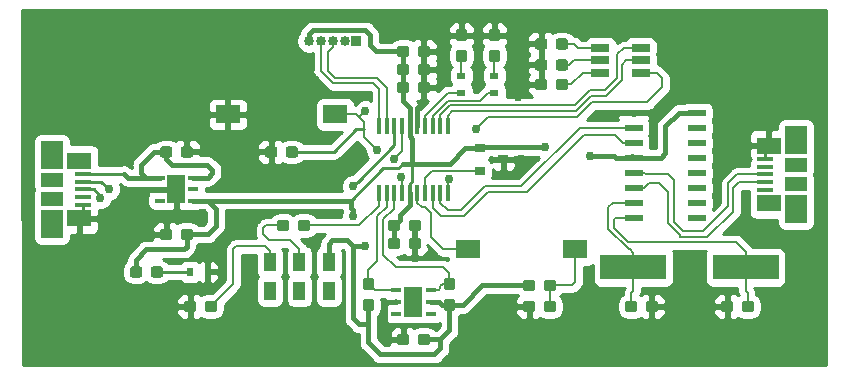
<source format=gtl>
G04 #@! TF.GenerationSoftware,KiCad,Pcbnew,(5.0.1)-3*
G04 #@! TF.CreationDate,2019-11-29T17:18:28+05:30*
G04 #@! TF.ProjectId,stm32f070-board,73746D3332663037302D626F6172642E,v1.0*
G04 #@! TF.SameCoordinates,Original*
G04 #@! TF.FileFunction,Copper,L1,Top,Signal*
G04 #@! TF.FilePolarity,Positive*
%FSLAX46Y46*%
G04 Gerber Fmt 4.6, Leading zero omitted, Abs format (unit mm)*
G04 Created by KiCad (PCBNEW (5.0.1)-3) date 11/29/19 17:18:29*
%MOMM*%
%LPD*%
G01*
G04 APERTURE LIST*
G04 #@! TA.AperFunction,ComponentPad*
%ADD10R,0.850000X0.850000*%
G04 #@! TD*
G04 #@! TA.AperFunction,ComponentPad*
%ADD11O,0.850000X0.850000*%
G04 #@! TD*
G04 #@! TA.AperFunction,SMDPad,CuDef*
%ADD12R,1.500000X0.600000*%
G04 #@! TD*
G04 #@! TA.AperFunction,SMDPad,CuDef*
%ADD13R,0.900000X0.800000*%
G04 #@! TD*
G04 #@! TA.AperFunction,Conductor*
%ADD14C,0.100000*%
G04 #@! TD*
G04 #@! TA.AperFunction,SMDPad,CuDef*
%ADD15C,0.950000*%
G04 #@! TD*
G04 #@! TA.AperFunction,SMDPad,CuDef*
%ADD16R,0.600000X0.800000*%
G04 #@! TD*
G04 #@! TA.AperFunction,SMDPad,CuDef*
%ADD17R,0.800000X0.600000*%
G04 #@! TD*
G04 #@! TA.AperFunction,SMDPad,CuDef*
%ADD18R,1.600000X0.700000*%
G04 #@! TD*
G04 #@! TA.AperFunction,SMDPad,CuDef*
%ADD19R,1.900000X2.375000*%
G04 #@! TD*
G04 #@! TA.AperFunction,SMDPad,CuDef*
%ADD20R,1.900000X1.175000*%
G04 #@! TD*
G04 #@! TA.AperFunction,SMDPad,CuDef*
%ADD21R,2.100000X1.475000*%
G04 #@! TD*
G04 #@! TA.AperFunction,SMDPad,CuDef*
%ADD22R,1.380000X0.450000*%
G04 #@! TD*
G04 #@! TA.AperFunction,SMDPad,CuDef*
%ADD23R,1.000000X1.600000*%
G04 #@! TD*
G04 #@! TA.AperFunction,SMDPad,CuDef*
%ADD24R,2.110000X1.600000*%
G04 #@! TD*
G04 #@! TA.AperFunction,SMDPad,CuDef*
%ADD25R,0.400000X1.350000*%
G04 #@! TD*
G04 #@! TA.AperFunction,SMDPad,CuDef*
%ADD26R,0.850000X0.450000*%
G04 #@! TD*
G04 #@! TA.AperFunction,SMDPad,CuDef*
%ADD27R,1.600000X2.500000*%
G04 #@! TD*
G04 #@! TA.AperFunction,SMDPad,CuDef*
%ADD28R,1.625000X2.365000*%
G04 #@! TD*
G04 #@! TA.AperFunction,SMDPad,CuDef*
%ADD29R,0.840000X0.400000*%
G04 #@! TD*
G04 #@! TA.AperFunction,SMDPad,CuDef*
%ADD30R,5.600000X2.100000*%
G04 #@! TD*
G04 #@! TA.AperFunction,ViaPad*
%ADD31C,0.762000*%
G04 #@! TD*
G04 #@! TA.AperFunction,Conductor*
%ADD32C,0.381000*%
G04 #@! TD*
G04 #@! TA.AperFunction,Conductor*
%ADD33C,0.254000*%
G04 #@! TD*
G04 #@! TA.AperFunction,Conductor*
%ADD34C,0.152400*%
G04 #@! TD*
G04 APERTURE END LIST*
D10*
G04 #@! TO.P,J3,1*
G04 #@! TO.N,/ToDebugConnector*
X123825000Y-90995500D03*
D11*
G04 #@! TO.P,J3,2*
G04 #@! TO.N,GND*
X122825000Y-90995500D03*
G04 #@! TO.P,J3,3*
G04 #@! TO.N,/PA19*
X121825000Y-90995500D03*
G04 #@! TO.P,J3,4*
G04 #@! TO.N,/PA20*
X120825000Y-90995500D03*
G04 #@! TO.P,J3,5*
G04 #@! TO.N,VCC*
X119825000Y-90995500D03*
G04 #@! TD*
D12*
G04 #@! TO.P,U1,1*
G04 #@! TO.N,GND*
X147287000Y-97091500D03*
G04 #@! TO.P,U1,2*
G04 #@! TO.N,/RXD_uC*
X147287000Y-98361500D03*
G04 #@! TO.P,U1,3*
G04 #@! TO.N,/TXD_uC*
X147287000Y-99631500D03*
G04 #@! TO.P,U1,4*
G04 #@! TO.N,VCC*
X147287000Y-100901500D03*
G04 #@! TO.P,U1,5*
G04 #@! TO.N,/USB_Data+*
X147287000Y-102171500D03*
G04 #@! TO.P,U1,6*
G04 #@! TO.N,/USB_Data-*
X147287000Y-103441500D03*
G04 #@! TO.P,U1,7*
G04 #@! TO.N,Net-(C7-Pad1)*
X147287000Y-104711500D03*
G04 #@! TO.P,U1,8*
G04 #@! TO.N,Net-(C9-Pad1)*
X147287000Y-105981500D03*
G04 #@! TO.P,U1,9*
G04 #@! TO.N,Net-(U1-Pad9)*
X152687000Y-105981500D03*
G04 #@! TO.P,U1,10*
G04 #@! TO.N,Net-(U1-Pad10)*
X152687000Y-104711500D03*
G04 #@! TO.P,U1,11*
G04 #@! TO.N,Net-(U1-Pad11)*
X152687000Y-103441500D03*
G04 #@! TO.P,U1,12*
G04 #@! TO.N,Net-(U1-Pad12)*
X152687000Y-102171500D03*
G04 #@! TO.P,U1,13*
G04 #@! TO.N,Net-(U1-Pad13)*
X152687000Y-100901500D03*
G04 #@! TO.P,U1,14*
G04 #@! TO.N,Net-(U1-Pad14)*
X152687000Y-99631500D03*
G04 #@! TO.P,U1,15*
G04 #@! TO.N,Net-(U1-Pad15)*
X152687000Y-98361500D03*
G04 #@! TO.P,U1,16*
G04 #@! TO.N,VCC*
X152687000Y-97091500D03*
G04 #@! TD*
D13*
G04 #@! TO.P,U3,1*
G04 #@! TO.N,VCC*
X134255000Y-100078500D03*
G04 #@! TO.P,U3,2*
G04 #@! TO.N,/ADC*
X134255000Y-101978500D03*
G04 #@! TO.P,U3,3*
G04 #@! TO.N,GND*
X136255000Y-101028500D03*
G04 #@! TD*
D14*
G04 #@! TO.N,VCC*
G04 #@! TO.C,C1*
G36*
X128086779Y-92934644D02*
X128109834Y-92938063D01*
X128132443Y-92943727D01*
X128154387Y-92951579D01*
X128175457Y-92961544D01*
X128195448Y-92973526D01*
X128214168Y-92987410D01*
X128231438Y-93003062D01*
X128247090Y-93020332D01*
X128260974Y-93039052D01*
X128272956Y-93059043D01*
X128282921Y-93080113D01*
X128290773Y-93102057D01*
X128296437Y-93124666D01*
X128299856Y-93147721D01*
X128301000Y-93171000D01*
X128301000Y-93646000D01*
X128299856Y-93669279D01*
X128296437Y-93692334D01*
X128290773Y-93714943D01*
X128282921Y-93736887D01*
X128272956Y-93757957D01*
X128260974Y-93777948D01*
X128247090Y-93796668D01*
X128231438Y-93813938D01*
X128214168Y-93829590D01*
X128195448Y-93843474D01*
X128175457Y-93855456D01*
X128154387Y-93865421D01*
X128132443Y-93873273D01*
X128109834Y-93878937D01*
X128086779Y-93882356D01*
X128063500Y-93883500D01*
X127488500Y-93883500D01*
X127465221Y-93882356D01*
X127442166Y-93878937D01*
X127419557Y-93873273D01*
X127397613Y-93865421D01*
X127376543Y-93855456D01*
X127356552Y-93843474D01*
X127337832Y-93829590D01*
X127320562Y-93813938D01*
X127304910Y-93796668D01*
X127291026Y-93777948D01*
X127279044Y-93757957D01*
X127269079Y-93736887D01*
X127261227Y-93714943D01*
X127255563Y-93692334D01*
X127252144Y-93669279D01*
X127251000Y-93646000D01*
X127251000Y-93171000D01*
X127252144Y-93147721D01*
X127255563Y-93124666D01*
X127261227Y-93102057D01*
X127269079Y-93080113D01*
X127279044Y-93059043D01*
X127291026Y-93039052D01*
X127304910Y-93020332D01*
X127320562Y-93003062D01*
X127337832Y-92987410D01*
X127356552Y-92973526D01*
X127376543Y-92961544D01*
X127397613Y-92951579D01*
X127419557Y-92943727D01*
X127442166Y-92938063D01*
X127465221Y-92934644D01*
X127488500Y-92933500D01*
X128063500Y-92933500D01*
X128086779Y-92934644D01*
X128086779Y-92934644D01*
G37*
D15*
G04 #@! TD*
G04 #@! TO.P,C1,1*
G04 #@! TO.N,VCC*
X127776000Y-93408500D03*
D14*
G04 #@! TO.N,GND*
G04 #@! TO.C,C1*
G36*
X129836779Y-92934644D02*
X129859834Y-92938063D01*
X129882443Y-92943727D01*
X129904387Y-92951579D01*
X129925457Y-92961544D01*
X129945448Y-92973526D01*
X129964168Y-92987410D01*
X129981438Y-93003062D01*
X129997090Y-93020332D01*
X130010974Y-93039052D01*
X130022956Y-93059043D01*
X130032921Y-93080113D01*
X130040773Y-93102057D01*
X130046437Y-93124666D01*
X130049856Y-93147721D01*
X130051000Y-93171000D01*
X130051000Y-93646000D01*
X130049856Y-93669279D01*
X130046437Y-93692334D01*
X130040773Y-93714943D01*
X130032921Y-93736887D01*
X130022956Y-93757957D01*
X130010974Y-93777948D01*
X129997090Y-93796668D01*
X129981438Y-93813938D01*
X129964168Y-93829590D01*
X129945448Y-93843474D01*
X129925457Y-93855456D01*
X129904387Y-93865421D01*
X129882443Y-93873273D01*
X129859834Y-93878937D01*
X129836779Y-93882356D01*
X129813500Y-93883500D01*
X129238500Y-93883500D01*
X129215221Y-93882356D01*
X129192166Y-93878937D01*
X129169557Y-93873273D01*
X129147613Y-93865421D01*
X129126543Y-93855456D01*
X129106552Y-93843474D01*
X129087832Y-93829590D01*
X129070562Y-93813938D01*
X129054910Y-93796668D01*
X129041026Y-93777948D01*
X129029044Y-93757957D01*
X129019079Y-93736887D01*
X129011227Y-93714943D01*
X129005563Y-93692334D01*
X129002144Y-93669279D01*
X129001000Y-93646000D01*
X129001000Y-93171000D01*
X129002144Y-93147721D01*
X129005563Y-93124666D01*
X129011227Y-93102057D01*
X129019079Y-93080113D01*
X129029044Y-93059043D01*
X129041026Y-93039052D01*
X129054910Y-93020332D01*
X129070562Y-93003062D01*
X129087832Y-92987410D01*
X129106552Y-92973526D01*
X129126543Y-92961544D01*
X129147613Y-92951579D01*
X129169557Y-92943727D01*
X129192166Y-92938063D01*
X129215221Y-92934644D01*
X129238500Y-92933500D01*
X129813500Y-92933500D01*
X129836779Y-92934644D01*
X129836779Y-92934644D01*
G37*
D15*
G04 #@! TD*
G04 #@! TO.P,C1,2*
G04 #@! TO.N,GND*
X129526000Y-93408500D03*
D14*
G04 #@! TO.N,VCC*
G04 #@! TO.C,C2*
G36*
X127324779Y-106142644D02*
X127347834Y-106146063D01*
X127370443Y-106151727D01*
X127392387Y-106159579D01*
X127413457Y-106169544D01*
X127433448Y-106181526D01*
X127452168Y-106195410D01*
X127469438Y-106211062D01*
X127485090Y-106228332D01*
X127498974Y-106247052D01*
X127510956Y-106267043D01*
X127520921Y-106288113D01*
X127528773Y-106310057D01*
X127534437Y-106332666D01*
X127537856Y-106355721D01*
X127539000Y-106379000D01*
X127539000Y-106854000D01*
X127537856Y-106877279D01*
X127534437Y-106900334D01*
X127528773Y-106922943D01*
X127520921Y-106944887D01*
X127510956Y-106965957D01*
X127498974Y-106985948D01*
X127485090Y-107004668D01*
X127469438Y-107021938D01*
X127452168Y-107037590D01*
X127433448Y-107051474D01*
X127413457Y-107063456D01*
X127392387Y-107073421D01*
X127370443Y-107081273D01*
X127347834Y-107086937D01*
X127324779Y-107090356D01*
X127301500Y-107091500D01*
X126726500Y-107091500D01*
X126703221Y-107090356D01*
X126680166Y-107086937D01*
X126657557Y-107081273D01*
X126635613Y-107073421D01*
X126614543Y-107063456D01*
X126594552Y-107051474D01*
X126575832Y-107037590D01*
X126558562Y-107021938D01*
X126542910Y-107004668D01*
X126529026Y-106985948D01*
X126517044Y-106965957D01*
X126507079Y-106944887D01*
X126499227Y-106922943D01*
X126493563Y-106900334D01*
X126490144Y-106877279D01*
X126489000Y-106854000D01*
X126489000Y-106379000D01*
X126490144Y-106355721D01*
X126493563Y-106332666D01*
X126499227Y-106310057D01*
X126507079Y-106288113D01*
X126517044Y-106267043D01*
X126529026Y-106247052D01*
X126542910Y-106228332D01*
X126558562Y-106211062D01*
X126575832Y-106195410D01*
X126594552Y-106181526D01*
X126614543Y-106169544D01*
X126635613Y-106159579D01*
X126657557Y-106151727D01*
X126680166Y-106146063D01*
X126703221Y-106142644D01*
X126726500Y-106141500D01*
X127301500Y-106141500D01*
X127324779Y-106142644D01*
X127324779Y-106142644D01*
G37*
D15*
G04 #@! TD*
G04 #@! TO.P,C2,1*
G04 #@! TO.N,VCC*
X127014000Y-106616500D03*
D14*
G04 #@! TO.N,GND*
G04 #@! TO.C,C2*
G36*
X129074779Y-106142644D02*
X129097834Y-106146063D01*
X129120443Y-106151727D01*
X129142387Y-106159579D01*
X129163457Y-106169544D01*
X129183448Y-106181526D01*
X129202168Y-106195410D01*
X129219438Y-106211062D01*
X129235090Y-106228332D01*
X129248974Y-106247052D01*
X129260956Y-106267043D01*
X129270921Y-106288113D01*
X129278773Y-106310057D01*
X129284437Y-106332666D01*
X129287856Y-106355721D01*
X129289000Y-106379000D01*
X129289000Y-106854000D01*
X129287856Y-106877279D01*
X129284437Y-106900334D01*
X129278773Y-106922943D01*
X129270921Y-106944887D01*
X129260956Y-106965957D01*
X129248974Y-106985948D01*
X129235090Y-107004668D01*
X129219438Y-107021938D01*
X129202168Y-107037590D01*
X129183448Y-107051474D01*
X129163457Y-107063456D01*
X129142387Y-107073421D01*
X129120443Y-107081273D01*
X129097834Y-107086937D01*
X129074779Y-107090356D01*
X129051500Y-107091500D01*
X128476500Y-107091500D01*
X128453221Y-107090356D01*
X128430166Y-107086937D01*
X128407557Y-107081273D01*
X128385613Y-107073421D01*
X128364543Y-107063456D01*
X128344552Y-107051474D01*
X128325832Y-107037590D01*
X128308562Y-107021938D01*
X128292910Y-107004668D01*
X128279026Y-106985948D01*
X128267044Y-106965957D01*
X128257079Y-106944887D01*
X128249227Y-106922943D01*
X128243563Y-106900334D01*
X128240144Y-106877279D01*
X128239000Y-106854000D01*
X128239000Y-106379000D01*
X128240144Y-106355721D01*
X128243563Y-106332666D01*
X128249227Y-106310057D01*
X128257079Y-106288113D01*
X128267044Y-106267043D01*
X128279026Y-106247052D01*
X128292910Y-106228332D01*
X128308562Y-106211062D01*
X128325832Y-106195410D01*
X128344552Y-106181526D01*
X128364543Y-106169544D01*
X128385613Y-106159579D01*
X128407557Y-106151727D01*
X128430166Y-106146063D01*
X128453221Y-106142644D01*
X128476500Y-106141500D01*
X129051500Y-106141500D01*
X129074779Y-106142644D01*
X129074779Y-106142644D01*
G37*
D15*
G04 #@! TD*
G04 #@! TO.P,C2,2*
G04 #@! TO.N,GND*
X128764000Y-106616500D03*
D14*
G04 #@! TO.N,GND*
G04 #@! TO.C,C3*
G36*
X129836779Y-91410644D02*
X129859834Y-91414063D01*
X129882443Y-91419727D01*
X129904387Y-91427579D01*
X129925457Y-91437544D01*
X129945448Y-91449526D01*
X129964168Y-91463410D01*
X129981438Y-91479062D01*
X129997090Y-91496332D01*
X130010974Y-91515052D01*
X130022956Y-91535043D01*
X130032921Y-91556113D01*
X130040773Y-91578057D01*
X130046437Y-91600666D01*
X130049856Y-91623721D01*
X130051000Y-91647000D01*
X130051000Y-92122000D01*
X130049856Y-92145279D01*
X130046437Y-92168334D01*
X130040773Y-92190943D01*
X130032921Y-92212887D01*
X130022956Y-92233957D01*
X130010974Y-92253948D01*
X129997090Y-92272668D01*
X129981438Y-92289938D01*
X129964168Y-92305590D01*
X129945448Y-92319474D01*
X129925457Y-92331456D01*
X129904387Y-92341421D01*
X129882443Y-92349273D01*
X129859834Y-92354937D01*
X129836779Y-92358356D01*
X129813500Y-92359500D01*
X129238500Y-92359500D01*
X129215221Y-92358356D01*
X129192166Y-92354937D01*
X129169557Y-92349273D01*
X129147613Y-92341421D01*
X129126543Y-92331456D01*
X129106552Y-92319474D01*
X129087832Y-92305590D01*
X129070562Y-92289938D01*
X129054910Y-92272668D01*
X129041026Y-92253948D01*
X129029044Y-92233957D01*
X129019079Y-92212887D01*
X129011227Y-92190943D01*
X129005563Y-92168334D01*
X129002144Y-92145279D01*
X129001000Y-92122000D01*
X129001000Y-91647000D01*
X129002144Y-91623721D01*
X129005563Y-91600666D01*
X129011227Y-91578057D01*
X129019079Y-91556113D01*
X129029044Y-91535043D01*
X129041026Y-91515052D01*
X129054910Y-91496332D01*
X129070562Y-91479062D01*
X129087832Y-91463410D01*
X129106552Y-91449526D01*
X129126543Y-91437544D01*
X129147613Y-91427579D01*
X129169557Y-91419727D01*
X129192166Y-91414063D01*
X129215221Y-91410644D01*
X129238500Y-91409500D01*
X129813500Y-91409500D01*
X129836779Y-91410644D01*
X129836779Y-91410644D01*
G37*
D15*
G04 #@! TD*
G04 #@! TO.P,C3,2*
G04 #@! TO.N,GND*
X129526000Y-91884500D03*
D14*
G04 #@! TO.N,VCC*
G04 #@! TO.C,C3*
G36*
X128086779Y-91410644D02*
X128109834Y-91414063D01*
X128132443Y-91419727D01*
X128154387Y-91427579D01*
X128175457Y-91437544D01*
X128195448Y-91449526D01*
X128214168Y-91463410D01*
X128231438Y-91479062D01*
X128247090Y-91496332D01*
X128260974Y-91515052D01*
X128272956Y-91535043D01*
X128282921Y-91556113D01*
X128290773Y-91578057D01*
X128296437Y-91600666D01*
X128299856Y-91623721D01*
X128301000Y-91647000D01*
X128301000Y-92122000D01*
X128299856Y-92145279D01*
X128296437Y-92168334D01*
X128290773Y-92190943D01*
X128282921Y-92212887D01*
X128272956Y-92233957D01*
X128260974Y-92253948D01*
X128247090Y-92272668D01*
X128231438Y-92289938D01*
X128214168Y-92305590D01*
X128195448Y-92319474D01*
X128175457Y-92331456D01*
X128154387Y-92341421D01*
X128132443Y-92349273D01*
X128109834Y-92354937D01*
X128086779Y-92358356D01*
X128063500Y-92359500D01*
X127488500Y-92359500D01*
X127465221Y-92358356D01*
X127442166Y-92354937D01*
X127419557Y-92349273D01*
X127397613Y-92341421D01*
X127376543Y-92331456D01*
X127356552Y-92319474D01*
X127337832Y-92305590D01*
X127320562Y-92289938D01*
X127304910Y-92272668D01*
X127291026Y-92253948D01*
X127279044Y-92233957D01*
X127269079Y-92212887D01*
X127261227Y-92190943D01*
X127255563Y-92168334D01*
X127252144Y-92145279D01*
X127251000Y-92122000D01*
X127251000Y-91647000D01*
X127252144Y-91623721D01*
X127255563Y-91600666D01*
X127261227Y-91578057D01*
X127269079Y-91556113D01*
X127279044Y-91535043D01*
X127291026Y-91515052D01*
X127304910Y-91496332D01*
X127320562Y-91479062D01*
X127337832Y-91463410D01*
X127356552Y-91449526D01*
X127376543Y-91437544D01*
X127397613Y-91427579D01*
X127419557Y-91419727D01*
X127442166Y-91414063D01*
X127465221Y-91410644D01*
X127488500Y-91409500D01*
X128063500Y-91409500D01*
X128086779Y-91410644D01*
X128086779Y-91410644D01*
G37*
D15*
G04 #@! TD*
G04 #@! TO.P,C3,1*
G04 #@! TO.N,VCC*
X127776000Y-91884500D03*
D14*
G04 #@! TO.N,GND*
G04 #@! TO.C,C4*
G36*
X129074779Y-107666644D02*
X129097834Y-107670063D01*
X129120443Y-107675727D01*
X129142387Y-107683579D01*
X129163457Y-107693544D01*
X129183448Y-107705526D01*
X129202168Y-107719410D01*
X129219438Y-107735062D01*
X129235090Y-107752332D01*
X129248974Y-107771052D01*
X129260956Y-107791043D01*
X129270921Y-107812113D01*
X129278773Y-107834057D01*
X129284437Y-107856666D01*
X129287856Y-107879721D01*
X129289000Y-107903000D01*
X129289000Y-108378000D01*
X129287856Y-108401279D01*
X129284437Y-108424334D01*
X129278773Y-108446943D01*
X129270921Y-108468887D01*
X129260956Y-108489957D01*
X129248974Y-108509948D01*
X129235090Y-108528668D01*
X129219438Y-108545938D01*
X129202168Y-108561590D01*
X129183448Y-108575474D01*
X129163457Y-108587456D01*
X129142387Y-108597421D01*
X129120443Y-108605273D01*
X129097834Y-108610937D01*
X129074779Y-108614356D01*
X129051500Y-108615500D01*
X128476500Y-108615500D01*
X128453221Y-108614356D01*
X128430166Y-108610937D01*
X128407557Y-108605273D01*
X128385613Y-108597421D01*
X128364543Y-108587456D01*
X128344552Y-108575474D01*
X128325832Y-108561590D01*
X128308562Y-108545938D01*
X128292910Y-108528668D01*
X128279026Y-108509948D01*
X128267044Y-108489957D01*
X128257079Y-108468887D01*
X128249227Y-108446943D01*
X128243563Y-108424334D01*
X128240144Y-108401279D01*
X128239000Y-108378000D01*
X128239000Y-107903000D01*
X128240144Y-107879721D01*
X128243563Y-107856666D01*
X128249227Y-107834057D01*
X128257079Y-107812113D01*
X128267044Y-107791043D01*
X128279026Y-107771052D01*
X128292910Y-107752332D01*
X128308562Y-107735062D01*
X128325832Y-107719410D01*
X128344552Y-107705526D01*
X128364543Y-107693544D01*
X128385613Y-107683579D01*
X128407557Y-107675727D01*
X128430166Y-107670063D01*
X128453221Y-107666644D01*
X128476500Y-107665500D01*
X129051500Y-107665500D01*
X129074779Y-107666644D01*
X129074779Y-107666644D01*
G37*
D15*
G04 #@! TD*
G04 #@! TO.P,C4,2*
G04 #@! TO.N,GND*
X128764000Y-108140500D03*
D14*
G04 #@! TO.N,VCC*
G04 #@! TO.C,C4*
G36*
X127324779Y-107666644D02*
X127347834Y-107670063D01*
X127370443Y-107675727D01*
X127392387Y-107683579D01*
X127413457Y-107693544D01*
X127433448Y-107705526D01*
X127452168Y-107719410D01*
X127469438Y-107735062D01*
X127485090Y-107752332D01*
X127498974Y-107771052D01*
X127510956Y-107791043D01*
X127520921Y-107812113D01*
X127528773Y-107834057D01*
X127534437Y-107856666D01*
X127537856Y-107879721D01*
X127539000Y-107903000D01*
X127539000Y-108378000D01*
X127537856Y-108401279D01*
X127534437Y-108424334D01*
X127528773Y-108446943D01*
X127520921Y-108468887D01*
X127510956Y-108489957D01*
X127498974Y-108509948D01*
X127485090Y-108528668D01*
X127469438Y-108545938D01*
X127452168Y-108561590D01*
X127433448Y-108575474D01*
X127413457Y-108587456D01*
X127392387Y-108597421D01*
X127370443Y-108605273D01*
X127347834Y-108610937D01*
X127324779Y-108614356D01*
X127301500Y-108615500D01*
X126726500Y-108615500D01*
X126703221Y-108614356D01*
X126680166Y-108610937D01*
X126657557Y-108605273D01*
X126635613Y-108597421D01*
X126614543Y-108587456D01*
X126594552Y-108575474D01*
X126575832Y-108561590D01*
X126558562Y-108545938D01*
X126542910Y-108528668D01*
X126529026Y-108509948D01*
X126517044Y-108489957D01*
X126507079Y-108468887D01*
X126499227Y-108446943D01*
X126493563Y-108424334D01*
X126490144Y-108401279D01*
X126489000Y-108378000D01*
X126489000Y-107903000D01*
X126490144Y-107879721D01*
X126493563Y-107856666D01*
X126499227Y-107834057D01*
X126507079Y-107812113D01*
X126517044Y-107791043D01*
X126529026Y-107771052D01*
X126542910Y-107752332D01*
X126558562Y-107735062D01*
X126575832Y-107719410D01*
X126594552Y-107705526D01*
X126614543Y-107693544D01*
X126635613Y-107683579D01*
X126657557Y-107675727D01*
X126680166Y-107670063D01*
X126703221Y-107666644D01*
X126726500Y-107665500D01*
X127301500Y-107665500D01*
X127324779Y-107666644D01*
X127324779Y-107666644D01*
G37*
D15*
G04 #@! TD*
G04 #@! TO.P,C4,1*
G04 #@! TO.N,VCC*
X127014000Y-108140500D03*
D14*
G04 #@! TO.N,VCC*
G04 #@! TO.C,C5*
G36*
X128086779Y-94458644D02*
X128109834Y-94462063D01*
X128132443Y-94467727D01*
X128154387Y-94475579D01*
X128175457Y-94485544D01*
X128195448Y-94497526D01*
X128214168Y-94511410D01*
X128231438Y-94527062D01*
X128247090Y-94544332D01*
X128260974Y-94563052D01*
X128272956Y-94583043D01*
X128282921Y-94604113D01*
X128290773Y-94626057D01*
X128296437Y-94648666D01*
X128299856Y-94671721D01*
X128301000Y-94695000D01*
X128301000Y-95170000D01*
X128299856Y-95193279D01*
X128296437Y-95216334D01*
X128290773Y-95238943D01*
X128282921Y-95260887D01*
X128272956Y-95281957D01*
X128260974Y-95301948D01*
X128247090Y-95320668D01*
X128231438Y-95337938D01*
X128214168Y-95353590D01*
X128195448Y-95367474D01*
X128175457Y-95379456D01*
X128154387Y-95389421D01*
X128132443Y-95397273D01*
X128109834Y-95402937D01*
X128086779Y-95406356D01*
X128063500Y-95407500D01*
X127488500Y-95407500D01*
X127465221Y-95406356D01*
X127442166Y-95402937D01*
X127419557Y-95397273D01*
X127397613Y-95389421D01*
X127376543Y-95379456D01*
X127356552Y-95367474D01*
X127337832Y-95353590D01*
X127320562Y-95337938D01*
X127304910Y-95320668D01*
X127291026Y-95301948D01*
X127279044Y-95281957D01*
X127269079Y-95260887D01*
X127261227Y-95238943D01*
X127255563Y-95216334D01*
X127252144Y-95193279D01*
X127251000Y-95170000D01*
X127251000Y-94695000D01*
X127252144Y-94671721D01*
X127255563Y-94648666D01*
X127261227Y-94626057D01*
X127269079Y-94604113D01*
X127279044Y-94583043D01*
X127291026Y-94563052D01*
X127304910Y-94544332D01*
X127320562Y-94527062D01*
X127337832Y-94511410D01*
X127356552Y-94497526D01*
X127376543Y-94485544D01*
X127397613Y-94475579D01*
X127419557Y-94467727D01*
X127442166Y-94462063D01*
X127465221Y-94458644D01*
X127488500Y-94457500D01*
X128063500Y-94457500D01*
X128086779Y-94458644D01*
X128086779Y-94458644D01*
G37*
D15*
G04 #@! TD*
G04 #@! TO.P,C5,1*
G04 #@! TO.N,VCC*
X127776000Y-94932500D03*
D14*
G04 #@! TO.N,GND*
G04 #@! TO.C,C5*
G36*
X129836779Y-94458644D02*
X129859834Y-94462063D01*
X129882443Y-94467727D01*
X129904387Y-94475579D01*
X129925457Y-94485544D01*
X129945448Y-94497526D01*
X129964168Y-94511410D01*
X129981438Y-94527062D01*
X129997090Y-94544332D01*
X130010974Y-94563052D01*
X130022956Y-94583043D01*
X130032921Y-94604113D01*
X130040773Y-94626057D01*
X130046437Y-94648666D01*
X130049856Y-94671721D01*
X130051000Y-94695000D01*
X130051000Y-95170000D01*
X130049856Y-95193279D01*
X130046437Y-95216334D01*
X130040773Y-95238943D01*
X130032921Y-95260887D01*
X130022956Y-95281957D01*
X130010974Y-95301948D01*
X129997090Y-95320668D01*
X129981438Y-95337938D01*
X129964168Y-95353590D01*
X129945448Y-95367474D01*
X129925457Y-95379456D01*
X129904387Y-95389421D01*
X129882443Y-95397273D01*
X129859834Y-95402937D01*
X129836779Y-95406356D01*
X129813500Y-95407500D01*
X129238500Y-95407500D01*
X129215221Y-95406356D01*
X129192166Y-95402937D01*
X129169557Y-95397273D01*
X129147613Y-95389421D01*
X129126543Y-95379456D01*
X129106552Y-95367474D01*
X129087832Y-95353590D01*
X129070562Y-95337938D01*
X129054910Y-95320668D01*
X129041026Y-95301948D01*
X129029044Y-95281957D01*
X129019079Y-95260887D01*
X129011227Y-95238943D01*
X129005563Y-95216334D01*
X129002144Y-95193279D01*
X129001000Y-95170000D01*
X129001000Y-94695000D01*
X129002144Y-94671721D01*
X129005563Y-94648666D01*
X129011227Y-94626057D01*
X129019079Y-94604113D01*
X129029044Y-94583043D01*
X129041026Y-94563052D01*
X129054910Y-94544332D01*
X129070562Y-94527062D01*
X129087832Y-94511410D01*
X129106552Y-94497526D01*
X129126543Y-94485544D01*
X129147613Y-94475579D01*
X129169557Y-94467727D01*
X129192166Y-94462063D01*
X129215221Y-94458644D01*
X129238500Y-94457500D01*
X129813500Y-94457500D01*
X129836779Y-94458644D01*
X129836779Y-94458644D01*
G37*
D15*
G04 #@! TD*
G04 #@! TO.P,C5,2*
G04 #@! TO.N,GND*
X129526000Y-94932500D03*
D14*
G04 #@! TO.N,Net-(C6-Pad1)*
G04 #@! TO.C,C6*
G36*
X108020779Y-99919644D02*
X108043834Y-99923063D01*
X108066443Y-99928727D01*
X108088387Y-99936579D01*
X108109457Y-99946544D01*
X108129448Y-99958526D01*
X108148168Y-99972410D01*
X108165438Y-99988062D01*
X108181090Y-100005332D01*
X108194974Y-100024052D01*
X108206956Y-100044043D01*
X108216921Y-100065113D01*
X108224773Y-100087057D01*
X108230437Y-100109666D01*
X108233856Y-100132721D01*
X108235000Y-100156000D01*
X108235000Y-100631000D01*
X108233856Y-100654279D01*
X108230437Y-100677334D01*
X108224773Y-100699943D01*
X108216921Y-100721887D01*
X108206956Y-100742957D01*
X108194974Y-100762948D01*
X108181090Y-100781668D01*
X108165438Y-100798938D01*
X108148168Y-100814590D01*
X108129448Y-100828474D01*
X108109457Y-100840456D01*
X108088387Y-100850421D01*
X108066443Y-100858273D01*
X108043834Y-100863937D01*
X108020779Y-100867356D01*
X107997500Y-100868500D01*
X107422500Y-100868500D01*
X107399221Y-100867356D01*
X107376166Y-100863937D01*
X107353557Y-100858273D01*
X107331613Y-100850421D01*
X107310543Y-100840456D01*
X107290552Y-100828474D01*
X107271832Y-100814590D01*
X107254562Y-100798938D01*
X107238910Y-100781668D01*
X107225026Y-100762948D01*
X107213044Y-100742957D01*
X107203079Y-100721887D01*
X107195227Y-100699943D01*
X107189563Y-100677334D01*
X107186144Y-100654279D01*
X107185000Y-100631000D01*
X107185000Y-100156000D01*
X107186144Y-100132721D01*
X107189563Y-100109666D01*
X107195227Y-100087057D01*
X107203079Y-100065113D01*
X107213044Y-100044043D01*
X107225026Y-100024052D01*
X107238910Y-100005332D01*
X107254562Y-99988062D01*
X107271832Y-99972410D01*
X107290552Y-99958526D01*
X107310543Y-99946544D01*
X107331613Y-99936579D01*
X107353557Y-99928727D01*
X107376166Y-99923063D01*
X107399221Y-99919644D01*
X107422500Y-99918500D01*
X107997500Y-99918500D01*
X108020779Y-99919644D01*
X108020779Y-99919644D01*
G37*
D15*
G04 #@! TD*
G04 #@! TO.P,C6,1*
G04 #@! TO.N,Net-(C6-Pad1)*
X107710000Y-100393500D03*
D14*
G04 #@! TO.N,GND*
G04 #@! TO.C,C6*
G36*
X109770779Y-99919644D02*
X109793834Y-99923063D01*
X109816443Y-99928727D01*
X109838387Y-99936579D01*
X109859457Y-99946544D01*
X109879448Y-99958526D01*
X109898168Y-99972410D01*
X109915438Y-99988062D01*
X109931090Y-100005332D01*
X109944974Y-100024052D01*
X109956956Y-100044043D01*
X109966921Y-100065113D01*
X109974773Y-100087057D01*
X109980437Y-100109666D01*
X109983856Y-100132721D01*
X109985000Y-100156000D01*
X109985000Y-100631000D01*
X109983856Y-100654279D01*
X109980437Y-100677334D01*
X109974773Y-100699943D01*
X109966921Y-100721887D01*
X109956956Y-100742957D01*
X109944974Y-100762948D01*
X109931090Y-100781668D01*
X109915438Y-100798938D01*
X109898168Y-100814590D01*
X109879448Y-100828474D01*
X109859457Y-100840456D01*
X109838387Y-100850421D01*
X109816443Y-100858273D01*
X109793834Y-100863937D01*
X109770779Y-100867356D01*
X109747500Y-100868500D01*
X109172500Y-100868500D01*
X109149221Y-100867356D01*
X109126166Y-100863937D01*
X109103557Y-100858273D01*
X109081613Y-100850421D01*
X109060543Y-100840456D01*
X109040552Y-100828474D01*
X109021832Y-100814590D01*
X109004562Y-100798938D01*
X108988910Y-100781668D01*
X108975026Y-100762948D01*
X108963044Y-100742957D01*
X108953079Y-100721887D01*
X108945227Y-100699943D01*
X108939563Y-100677334D01*
X108936144Y-100654279D01*
X108935000Y-100631000D01*
X108935000Y-100156000D01*
X108936144Y-100132721D01*
X108939563Y-100109666D01*
X108945227Y-100087057D01*
X108953079Y-100065113D01*
X108963044Y-100044043D01*
X108975026Y-100024052D01*
X108988910Y-100005332D01*
X109004562Y-99988062D01*
X109021832Y-99972410D01*
X109040552Y-99958526D01*
X109060543Y-99946544D01*
X109081613Y-99936579D01*
X109103557Y-99928727D01*
X109126166Y-99923063D01*
X109149221Y-99919644D01*
X109172500Y-99918500D01*
X109747500Y-99918500D01*
X109770779Y-99919644D01*
X109770779Y-99919644D01*
G37*
D15*
G04 #@! TD*
G04 #@! TO.P,C6,2*
G04 #@! TO.N,GND*
X109460000Y-100393500D03*
D14*
G04 #@! TO.N,GND*
G04 #@! TO.C,C7*
G36*
X149140779Y-113000644D02*
X149163834Y-113004063D01*
X149186443Y-113009727D01*
X149208387Y-113017579D01*
X149229457Y-113027544D01*
X149249448Y-113039526D01*
X149268168Y-113053410D01*
X149285438Y-113069062D01*
X149301090Y-113086332D01*
X149314974Y-113105052D01*
X149326956Y-113125043D01*
X149336921Y-113146113D01*
X149344773Y-113168057D01*
X149350437Y-113190666D01*
X149353856Y-113213721D01*
X149355000Y-113237000D01*
X149355000Y-113712000D01*
X149353856Y-113735279D01*
X149350437Y-113758334D01*
X149344773Y-113780943D01*
X149336921Y-113802887D01*
X149326956Y-113823957D01*
X149314974Y-113843948D01*
X149301090Y-113862668D01*
X149285438Y-113879938D01*
X149268168Y-113895590D01*
X149249448Y-113909474D01*
X149229457Y-113921456D01*
X149208387Y-113931421D01*
X149186443Y-113939273D01*
X149163834Y-113944937D01*
X149140779Y-113948356D01*
X149117500Y-113949500D01*
X148542500Y-113949500D01*
X148519221Y-113948356D01*
X148496166Y-113944937D01*
X148473557Y-113939273D01*
X148451613Y-113931421D01*
X148430543Y-113921456D01*
X148410552Y-113909474D01*
X148391832Y-113895590D01*
X148374562Y-113879938D01*
X148358910Y-113862668D01*
X148345026Y-113843948D01*
X148333044Y-113823957D01*
X148323079Y-113802887D01*
X148315227Y-113780943D01*
X148309563Y-113758334D01*
X148306144Y-113735279D01*
X148305000Y-113712000D01*
X148305000Y-113237000D01*
X148306144Y-113213721D01*
X148309563Y-113190666D01*
X148315227Y-113168057D01*
X148323079Y-113146113D01*
X148333044Y-113125043D01*
X148345026Y-113105052D01*
X148358910Y-113086332D01*
X148374562Y-113069062D01*
X148391832Y-113053410D01*
X148410552Y-113039526D01*
X148430543Y-113027544D01*
X148451613Y-113017579D01*
X148473557Y-113009727D01*
X148496166Y-113004063D01*
X148519221Y-113000644D01*
X148542500Y-112999500D01*
X149117500Y-112999500D01*
X149140779Y-113000644D01*
X149140779Y-113000644D01*
G37*
D15*
G04 #@! TD*
G04 #@! TO.P,C7,2*
G04 #@! TO.N,GND*
X148830000Y-113474500D03*
D14*
G04 #@! TO.N,Net-(C7-Pad1)*
G04 #@! TO.C,C7*
G36*
X147390779Y-113000644D02*
X147413834Y-113004063D01*
X147436443Y-113009727D01*
X147458387Y-113017579D01*
X147479457Y-113027544D01*
X147499448Y-113039526D01*
X147518168Y-113053410D01*
X147535438Y-113069062D01*
X147551090Y-113086332D01*
X147564974Y-113105052D01*
X147576956Y-113125043D01*
X147586921Y-113146113D01*
X147594773Y-113168057D01*
X147600437Y-113190666D01*
X147603856Y-113213721D01*
X147605000Y-113237000D01*
X147605000Y-113712000D01*
X147603856Y-113735279D01*
X147600437Y-113758334D01*
X147594773Y-113780943D01*
X147586921Y-113802887D01*
X147576956Y-113823957D01*
X147564974Y-113843948D01*
X147551090Y-113862668D01*
X147535438Y-113879938D01*
X147518168Y-113895590D01*
X147499448Y-113909474D01*
X147479457Y-113921456D01*
X147458387Y-113931421D01*
X147436443Y-113939273D01*
X147413834Y-113944937D01*
X147390779Y-113948356D01*
X147367500Y-113949500D01*
X146792500Y-113949500D01*
X146769221Y-113948356D01*
X146746166Y-113944937D01*
X146723557Y-113939273D01*
X146701613Y-113931421D01*
X146680543Y-113921456D01*
X146660552Y-113909474D01*
X146641832Y-113895590D01*
X146624562Y-113879938D01*
X146608910Y-113862668D01*
X146595026Y-113843948D01*
X146583044Y-113823957D01*
X146573079Y-113802887D01*
X146565227Y-113780943D01*
X146559563Y-113758334D01*
X146556144Y-113735279D01*
X146555000Y-113712000D01*
X146555000Y-113237000D01*
X146556144Y-113213721D01*
X146559563Y-113190666D01*
X146565227Y-113168057D01*
X146573079Y-113146113D01*
X146583044Y-113125043D01*
X146595026Y-113105052D01*
X146608910Y-113086332D01*
X146624562Y-113069062D01*
X146641832Y-113053410D01*
X146660552Y-113039526D01*
X146680543Y-113027544D01*
X146701613Y-113017579D01*
X146723557Y-113009727D01*
X146746166Y-113004063D01*
X146769221Y-113000644D01*
X146792500Y-112999500D01*
X147367500Y-112999500D01*
X147390779Y-113000644D01*
X147390779Y-113000644D01*
G37*
D15*
G04 #@! TD*
G04 #@! TO.P,C7,1*
G04 #@! TO.N,Net-(C7-Pad1)*
X147080000Y-113474500D03*
D14*
G04 #@! TO.N,GND*
G04 #@! TO.C,C8*
G36*
X116910779Y-99919644D02*
X116933834Y-99923063D01*
X116956443Y-99928727D01*
X116978387Y-99936579D01*
X116999457Y-99946544D01*
X117019448Y-99958526D01*
X117038168Y-99972410D01*
X117055438Y-99988062D01*
X117071090Y-100005332D01*
X117084974Y-100024052D01*
X117096956Y-100044043D01*
X117106921Y-100065113D01*
X117114773Y-100087057D01*
X117120437Y-100109666D01*
X117123856Y-100132721D01*
X117125000Y-100156000D01*
X117125000Y-100631000D01*
X117123856Y-100654279D01*
X117120437Y-100677334D01*
X117114773Y-100699943D01*
X117106921Y-100721887D01*
X117096956Y-100742957D01*
X117084974Y-100762948D01*
X117071090Y-100781668D01*
X117055438Y-100798938D01*
X117038168Y-100814590D01*
X117019448Y-100828474D01*
X116999457Y-100840456D01*
X116978387Y-100850421D01*
X116956443Y-100858273D01*
X116933834Y-100863937D01*
X116910779Y-100867356D01*
X116887500Y-100868500D01*
X116312500Y-100868500D01*
X116289221Y-100867356D01*
X116266166Y-100863937D01*
X116243557Y-100858273D01*
X116221613Y-100850421D01*
X116200543Y-100840456D01*
X116180552Y-100828474D01*
X116161832Y-100814590D01*
X116144562Y-100798938D01*
X116128910Y-100781668D01*
X116115026Y-100762948D01*
X116103044Y-100742957D01*
X116093079Y-100721887D01*
X116085227Y-100699943D01*
X116079563Y-100677334D01*
X116076144Y-100654279D01*
X116075000Y-100631000D01*
X116075000Y-100156000D01*
X116076144Y-100132721D01*
X116079563Y-100109666D01*
X116085227Y-100087057D01*
X116093079Y-100065113D01*
X116103044Y-100044043D01*
X116115026Y-100024052D01*
X116128910Y-100005332D01*
X116144562Y-99988062D01*
X116161832Y-99972410D01*
X116180552Y-99958526D01*
X116200543Y-99946544D01*
X116221613Y-99936579D01*
X116243557Y-99928727D01*
X116266166Y-99923063D01*
X116289221Y-99919644D01*
X116312500Y-99918500D01*
X116887500Y-99918500D01*
X116910779Y-99919644D01*
X116910779Y-99919644D01*
G37*
D15*
G04 #@! TD*
G04 #@! TO.P,C8,2*
G04 #@! TO.N,GND*
X116600000Y-100393500D03*
D14*
G04 #@! TO.N,/ToDebugConnector*
G04 #@! TO.C,C8*
G36*
X118660779Y-99919644D02*
X118683834Y-99923063D01*
X118706443Y-99928727D01*
X118728387Y-99936579D01*
X118749457Y-99946544D01*
X118769448Y-99958526D01*
X118788168Y-99972410D01*
X118805438Y-99988062D01*
X118821090Y-100005332D01*
X118834974Y-100024052D01*
X118846956Y-100044043D01*
X118856921Y-100065113D01*
X118864773Y-100087057D01*
X118870437Y-100109666D01*
X118873856Y-100132721D01*
X118875000Y-100156000D01*
X118875000Y-100631000D01*
X118873856Y-100654279D01*
X118870437Y-100677334D01*
X118864773Y-100699943D01*
X118856921Y-100721887D01*
X118846956Y-100742957D01*
X118834974Y-100762948D01*
X118821090Y-100781668D01*
X118805438Y-100798938D01*
X118788168Y-100814590D01*
X118769448Y-100828474D01*
X118749457Y-100840456D01*
X118728387Y-100850421D01*
X118706443Y-100858273D01*
X118683834Y-100863937D01*
X118660779Y-100867356D01*
X118637500Y-100868500D01*
X118062500Y-100868500D01*
X118039221Y-100867356D01*
X118016166Y-100863937D01*
X117993557Y-100858273D01*
X117971613Y-100850421D01*
X117950543Y-100840456D01*
X117930552Y-100828474D01*
X117911832Y-100814590D01*
X117894562Y-100798938D01*
X117878910Y-100781668D01*
X117865026Y-100762948D01*
X117853044Y-100742957D01*
X117843079Y-100721887D01*
X117835227Y-100699943D01*
X117829563Y-100677334D01*
X117826144Y-100654279D01*
X117825000Y-100631000D01*
X117825000Y-100156000D01*
X117826144Y-100132721D01*
X117829563Y-100109666D01*
X117835227Y-100087057D01*
X117843079Y-100065113D01*
X117853044Y-100044043D01*
X117865026Y-100024052D01*
X117878910Y-100005332D01*
X117894562Y-99988062D01*
X117911832Y-99972410D01*
X117930552Y-99958526D01*
X117950543Y-99946544D01*
X117971613Y-99936579D01*
X117993557Y-99928727D01*
X118016166Y-99923063D01*
X118039221Y-99919644D01*
X118062500Y-99918500D01*
X118637500Y-99918500D01*
X118660779Y-99919644D01*
X118660779Y-99919644D01*
G37*
D15*
G04 #@! TD*
G04 #@! TO.P,C8,1*
G04 #@! TO.N,/ToDebugConnector*
X118350000Y-100393500D03*
D14*
G04 #@! TO.N,Net-(C9-Pad1)*
G04 #@! TO.C,C9*
G36*
X157268779Y-113000644D02*
X157291834Y-113004063D01*
X157314443Y-113009727D01*
X157336387Y-113017579D01*
X157357457Y-113027544D01*
X157377448Y-113039526D01*
X157396168Y-113053410D01*
X157413438Y-113069062D01*
X157429090Y-113086332D01*
X157442974Y-113105052D01*
X157454956Y-113125043D01*
X157464921Y-113146113D01*
X157472773Y-113168057D01*
X157478437Y-113190666D01*
X157481856Y-113213721D01*
X157483000Y-113237000D01*
X157483000Y-113712000D01*
X157481856Y-113735279D01*
X157478437Y-113758334D01*
X157472773Y-113780943D01*
X157464921Y-113802887D01*
X157454956Y-113823957D01*
X157442974Y-113843948D01*
X157429090Y-113862668D01*
X157413438Y-113879938D01*
X157396168Y-113895590D01*
X157377448Y-113909474D01*
X157357457Y-113921456D01*
X157336387Y-113931421D01*
X157314443Y-113939273D01*
X157291834Y-113944937D01*
X157268779Y-113948356D01*
X157245500Y-113949500D01*
X156670500Y-113949500D01*
X156647221Y-113948356D01*
X156624166Y-113944937D01*
X156601557Y-113939273D01*
X156579613Y-113931421D01*
X156558543Y-113921456D01*
X156538552Y-113909474D01*
X156519832Y-113895590D01*
X156502562Y-113879938D01*
X156486910Y-113862668D01*
X156473026Y-113843948D01*
X156461044Y-113823957D01*
X156451079Y-113802887D01*
X156443227Y-113780943D01*
X156437563Y-113758334D01*
X156434144Y-113735279D01*
X156433000Y-113712000D01*
X156433000Y-113237000D01*
X156434144Y-113213721D01*
X156437563Y-113190666D01*
X156443227Y-113168057D01*
X156451079Y-113146113D01*
X156461044Y-113125043D01*
X156473026Y-113105052D01*
X156486910Y-113086332D01*
X156502562Y-113069062D01*
X156519832Y-113053410D01*
X156538552Y-113039526D01*
X156558543Y-113027544D01*
X156579613Y-113017579D01*
X156601557Y-113009727D01*
X156624166Y-113004063D01*
X156647221Y-113000644D01*
X156670500Y-112999500D01*
X157245500Y-112999500D01*
X157268779Y-113000644D01*
X157268779Y-113000644D01*
G37*
D15*
G04 #@! TD*
G04 #@! TO.P,C9,1*
G04 #@! TO.N,Net-(C9-Pad1)*
X156958000Y-113474500D03*
D14*
G04 #@! TO.N,GND*
G04 #@! TO.C,C9*
G36*
X155518779Y-113000644D02*
X155541834Y-113004063D01*
X155564443Y-113009727D01*
X155586387Y-113017579D01*
X155607457Y-113027544D01*
X155627448Y-113039526D01*
X155646168Y-113053410D01*
X155663438Y-113069062D01*
X155679090Y-113086332D01*
X155692974Y-113105052D01*
X155704956Y-113125043D01*
X155714921Y-113146113D01*
X155722773Y-113168057D01*
X155728437Y-113190666D01*
X155731856Y-113213721D01*
X155733000Y-113237000D01*
X155733000Y-113712000D01*
X155731856Y-113735279D01*
X155728437Y-113758334D01*
X155722773Y-113780943D01*
X155714921Y-113802887D01*
X155704956Y-113823957D01*
X155692974Y-113843948D01*
X155679090Y-113862668D01*
X155663438Y-113879938D01*
X155646168Y-113895590D01*
X155627448Y-113909474D01*
X155607457Y-113921456D01*
X155586387Y-113931421D01*
X155564443Y-113939273D01*
X155541834Y-113944937D01*
X155518779Y-113948356D01*
X155495500Y-113949500D01*
X154920500Y-113949500D01*
X154897221Y-113948356D01*
X154874166Y-113944937D01*
X154851557Y-113939273D01*
X154829613Y-113931421D01*
X154808543Y-113921456D01*
X154788552Y-113909474D01*
X154769832Y-113895590D01*
X154752562Y-113879938D01*
X154736910Y-113862668D01*
X154723026Y-113843948D01*
X154711044Y-113823957D01*
X154701079Y-113802887D01*
X154693227Y-113780943D01*
X154687563Y-113758334D01*
X154684144Y-113735279D01*
X154683000Y-113712000D01*
X154683000Y-113237000D01*
X154684144Y-113213721D01*
X154687563Y-113190666D01*
X154693227Y-113168057D01*
X154701079Y-113146113D01*
X154711044Y-113125043D01*
X154723026Y-113105052D01*
X154736910Y-113086332D01*
X154752562Y-113069062D01*
X154769832Y-113053410D01*
X154788552Y-113039526D01*
X154808543Y-113027544D01*
X154829613Y-113017579D01*
X154851557Y-113009727D01*
X154874166Y-113004063D01*
X154897221Y-113000644D01*
X154920500Y-112999500D01*
X155495500Y-112999500D01*
X155518779Y-113000644D01*
X155518779Y-113000644D01*
G37*
D15*
G04 #@! TD*
G04 #@! TO.P,C9,2*
G04 #@! TO.N,GND*
X155208000Y-113474500D03*
D14*
G04 #@! TO.N,GND*
G04 #@! TO.C,C10*
G36*
X108020779Y-106904644D02*
X108043834Y-106908063D01*
X108066443Y-106913727D01*
X108088387Y-106921579D01*
X108109457Y-106931544D01*
X108129448Y-106943526D01*
X108148168Y-106957410D01*
X108165438Y-106973062D01*
X108181090Y-106990332D01*
X108194974Y-107009052D01*
X108206956Y-107029043D01*
X108216921Y-107050113D01*
X108224773Y-107072057D01*
X108230437Y-107094666D01*
X108233856Y-107117721D01*
X108235000Y-107141000D01*
X108235000Y-107616000D01*
X108233856Y-107639279D01*
X108230437Y-107662334D01*
X108224773Y-107684943D01*
X108216921Y-107706887D01*
X108206956Y-107727957D01*
X108194974Y-107747948D01*
X108181090Y-107766668D01*
X108165438Y-107783938D01*
X108148168Y-107799590D01*
X108129448Y-107813474D01*
X108109457Y-107825456D01*
X108088387Y-107835421D01*
X108066443Y-107843273D01*
X108043834Y-107848937D01*
X108020779Y-107852356D01*
X107997500Y-107853500D01*
X107422500Y-107853500D01*
X107399221Y-107852356D01*
X107376166Y-107848937D01*
X107353557Y-107843273D01*
X107331613Y-107835421D01*
X107310543Y-107825456D01*
X107290552Y-107813474D01*
X107271832Y-107799590D01*
X107254562Y-107783938D01*
X107238910Y-107766668D01*
X107225026Y-107747948D01*
X107213044Y-107727957D01*
X107203079Y-107706887D01*
X107195227Y-107684943D01*
X107189563Y-107662334D01*
X107186144Y-107639279D01*
X107185000Y-107616000D01*
X107185000Y-107141000D01*
X107186144Y-107117721D01*
X107189563Y-107094666D01*
X107195227Y-107072057D01*
X107203079Y-107050113D01*
X107213044Y-107029043D01*
X107225026Y-107009052D01*
X107238910Y-106990332D01*
X107254562Y-106973062D01*
X107271832Y-106957410D01*
X107290552Y-106943526D01*
X107310543Y-106931544D01*
X107331613Y-106921579D01*
X107353557Y-106913727D01*
X107376166Y-106908063D01*
X107399221Y-106904644D01*
X107422500Y-106903500D01*
X107997500Y-106903500D01*
X108020779Y-106904644D01*
X108020779Y-106904644D01*
G37*
D15*
G04 #@! TD*
G04 #@! TO.P,C10,2*
G04 #@! TO.N,GND*
X107710000Y-107378500D03*
D14*
G04 #@! TO.N,VCC*
G04 #@! TO.C,C10*
G36*
X109770779Y-106904644D02*
X109793834Y-106908063D01*
X109816443Y-106913727D01*
X109838387Y-106921579D01*
X109859457Y-106931544D01*
X109879448Y-106943526D01*
X109898168Y-106957410D01*
X109915438Y-106973062D01*
X109931090Y-106990332D01*
X109944974Y-107009052D01*
X109956956Y-107029043D01*
X109966921Y-107050113D01*
X109974773Y-107072057D01*
X109980437Y-107094666D01*
X109983856Y-107117721D01*
X109985000Y-107141000D01*
X109985000Y-107616000D01*
X109983856Y-107639279D01*
X109980437Y-107662334D01*
X109974773Y-107684943D01*
X109966921Y-107706887D01*
X109956956Y-107727957D01*
X109944974Y-107747948D01*
X109931090Y-107766668D01*
X109915438Y-107783938D01*
X109898168Y-107799590D01*
X109879448Y-107813474D01*
X109859457Y-107825456D01*
X109838387Y-107835421D01*
X109816443Y-107843273D01*
X109793834Y-107848937D01*
X109770779Y-107852356D01*
X109747500Y-107853500D01*
X109172500Y-107853500D01*
X109149221Y-107852356D01*
X109126166Y-107848937D01*
X109103557Y-107843273D01*
X109081613Y-107835421D01*
X109060543Y-107825456D01*
X109040552Y-107813474D01*
X109021832Y-107799590D01*
X109004562Y-107783938D01*
X108988910Y-107766668D01*
X108975026Y-107747948D01*
X108963044Y-107727957D01*
X108953079Y-107706887D01*
X108945227Y-107684943D01*
X108939563Y-107662334D01*
X108936144Y-107639279D01*
X108935000Y-107616000D01*
X108935000Y-107141000D01*
X108936144Y-107117721D01*
X108939563Y-107094666D01*
X108945227Y-107072057D01*
X108953079Y-107050113D01*
X108963044Y-107029043D01*
X108975026Y-107009052D01*
X108988910Y-106990332D01*
X109004562Y-106973062D01*
X109021832Y-106957410D01*
X109040552Y-106943526D01*
X109060543Y-106931544D01*
X109081613Y-106921579D01*
X109103557Y-106913727D01*
X109126166Y-106908063D01*
X109149221Y-106904644D01*
X109172500Y-106903500D01*
X109747500Y-106903500D01*
X109770779Y-106904644D01*
X109770779Y-106904644D01*
G37*
D15*
G04 #@! TD*
G04 #@! TO.P,C10,1*
G04 #@! TO.N,VCC*
X109460000Y-107378500D03*
D14*
G04 #@! TO.N,GND*
G04 #@! TO.C,C11*
G36*
X128086779Y-115794644D02*
X128109834Y-115798063D01*
X128132443Y-115803727D01*
X128154387Y-115811579D01*
X128175457Y-115821544D01*
X128195448Y-115833526D01*
X128214168Y-115847410D01*
X128231438Y-115863062D01*
X128247090Y-115880332D01*
X128260974Y-115899052D01*
X128272956Y-115919043D01*
X128282921Y-115940113D01*
X128290773Y-115962057D01*
X128296437Y-115984666D01*
X128299856Y-116007721D01*
X128301000Y-116031000D01*
X128301000Y-116506000D01*
X128299856Y-116529279D01*
X128296437Y-116552334D01*
X128290773Y-116574943D01*
X128282921Y-116596887D01*
X128272956Y-116617957D01*
X128260974Y-116637948D01*
X128247090Y-116656668D01*
X128231438Y-116673938D01*
X128214168Y-116689590D01*
X128195448Y-116703474D01*
X128175457Y-116715456D01*
X128154387Y-116725421D01*
X128132443Y-116733273D01*
X128109834Y-116738937D01*
X128086779Y-116742356D01*
X128063500Y-116743500D01*
X127488500Y-116743500D01*
X127465221Y-116742356D01*
X127442166Y-116738937D01*
X127419557Y-116733273D01*
X127397613Y-116725421D01*
X127376543Y-116715456D01*
X127356552Y-116703474D01*
X127337832Y-116689590D01*
X127320562Y-116673938D01*
X127304910Y-116656668D01*
X127291026Y-116637948D01*
X127279044Y-116617957D01*
X127269079Y-116596887D01*
X127261227Y-116574943D01*
X127255563Y-116552334D01*
X127252144Y-116529279D01*
X127251000Y-116506000D01*
X127251000Y-116031000D01*
X127252144Y-116007721D01*
X127255563Y-115984666D01*
X127261227Y-115962057D01*
X127269079Y-115940113D01*
X127279044Y-115919043D01*
X127291026Y-115899052D01*
X127304910Y-115880332D01*
X127320562Y-115863062D01*
X127337832Y-115847410D01*
X127356552Y-115833526D01*
X127376543Y-115821544D01*
X127397613Y-115811579D01*
X127419557Y-115803727D01*
X127442166Y-115798063D01*
X127465221Y-115794644D01*
X127488500Y-115793500D01*
X128063500Y-115793500D01*
X128086779Y-115794644D01*
X128086779Y-115794644D01*
G37*
D15*
G04 #@! TD*
G04 #@! TO.P,C11,1*
G04 #@! TO.N,GND*
X127776000Y-116268500D03*
D14*
G04 #@! TO.N,VCC*
G04 #@! TO.C,C11*
G36*
X129836779Y-115794644D02*
X129859834Y-115798063D01*
X129882443Y-115803727D01*
X129904387Y-115811579D01*
X129925457Y-115821544D01*
X129945448Y-115833526D01*
X129964168Y-115847410D01*
X129981438Y-115863062D01*
X129997090Y-115880332D01*
X130010974Y-115899052D01*
X130022956Y-115919043D01*
X130032921Y-115940113D01*
X130040773Y-115962057D01*
X130046437Y-115984666D01*
X130049856Y-116007721D01*
X130051000Y-116031000D01*
X130051000Y-116506000D01*
X130049856Y-116529279D01*
X130046437Y-116552334D01*
X130040773Y-116574943D01*
X130032921Y-116596887D01*
X130022956Y-116617957D01*
X130010974Y-116637948D01*
X129997090Y-116656668D01*
X129981438Y-116673938D01*
X129964168Y-116689590D01*
X129945448Y-116703474D01*
X129925457Y-116715456D01*
X129904387Y-116725421D01*
X129882443Y-116733273D01*
X129859834Y-116738937D01*
X129836779Y-116742356D01*
X129813500Y-116743500D01*
X129238500Y-116743500D01*
X129215221Y-116742356D01*
X129192166Y-116738937D01*
X129169557Y-116733273D01*
X129147613Y-116725421D01*
X129126543Y-116715456D01*
X129106552Y-116703474D01*
X129087832Y-116689590D01*
X129070562Y-116673938D01*
X129054910Y-116656668D01*
X129041026Y-116637948D01*
X129029044Y-116617957D01*
X129019079Y-116596887D01*
X129011227Y-116574943D01*
X129005563Y-116552334D01*
X129002144Y-116529279D01*
X129001000Y-116506000D01*
X129001000Y-116031000D01*
X129002144Y-116007721D01*
X129005563Y-115984666D01*
X129011227Y-115962057D01*
X129019079Y-115940113D01*
X129029044Y-115919043D01*
X129041026Y-115899052D01*
X129054910Y-115880332D01*
X129070562Y-115863062D01*
X129087832Y-115847410D01*
X129106552Y-115833526D01*
X129126543Y-115821544D01*
X129147613Y-115811579D01*
X129169557Y-115803727D01*
X129192166Y-115798063D01*
X129215221Y-115794644D01*
X129238500Y-115793500D01*
X129813500Y-115793500D01*
X129836779Y-115794644D01*
X129836779Y-115794644D01*
G37*
D15*
G04 #@! TD*
G04 #@! TO.P,C11,2*
G04 #@! TO.N,VCC*
X129526000Y-116268500D03*
D16*
G04 #@! TO.P,D1,2*
G04 #@! TO.N,Net-(D1-Pad2)*
X109765000Y-110553500D03*
G04 #@! TO.P,D1,1*
G04 #@! TO.N,GND*
X111215000Y-110553500D03*
G04 #@! TD*
D17*
G04 #@! TO.P,D2,1*
G04 #@! TO.N,Net-(D2-Pad1)*
X132715000Y-93953500D03*
G04 #@! TO.P,D2,2*
G04 #@! TO.N,Net-(D2-Pad2)*
X132715000Y-95403500D03*
G04 #@! TD*
D18*
G04 #@! TO.P,D3,1*
G04 #@! TO.N,Net-(D3-Pad1)*
X144477000Y-91596500D03*
G04 #@! TO.P,D3,2*
G04 #@! TO.N,Net-(D3-Pad2)*
X144477000Y-92646500D03*
G04 #@! TO.P,D3,3*
G04 #@! TO.N,Net-(D3-Pad3)*
X144477000Y-93696500D03*
G04 #@! TO.P,D3,4*
G04 #@! TO.N,Net-(D3-Pad4)*
X147877000Y-93696500D03*
G04 #@! TO.P,D3,5*
G04 #@! TO.N,Net-(D3-Pad5)*
X147877000Y-92646500D03*
G04 #@! TO.P,D3,6*
G04 #@! TO.N,Net-(D3-Pad6)*
X147877000Y-91596500D03*
G04 #@! TD*
D17*
G04 #@! TO.P,D4,2*
G04 #@! TO.N,Net-(D4-Pad2)*
X135509000Y-95403500D03*
G04 #@! TO.P,D4,1*
G04 #@! TO.N,Net-(D4-Pad1)*
X135509000Y-93953500D03*
G04 #@! TD*
D19*
G04 #@! TO.P,J1,11*
G04 #@! TO.N,N/C*
X98035000Y-106481000D03*
G04 #@! TO.P,J1,10*
X98035000Y-100656000D03*
D20*
G04 #@! TO.P,J1,9*
X98035000Y-104406000D03*
G04 #@! TO.P,J1,8*
X98035000Y-102731000D03*
D21*
G04 #@! TO.P,J1,7*
X100335000Y-101116000D03*
G04 #@! TO.P,J1,6*
G04 #@! TO.N,GND*
X100335000Y-106021000D03*
D22*
G04 #@! TO.P,J1,5*
X100695000Y-104868500D03*
G04 #@! TO.P,J1,4*
G04 #@! TO.N,Net-(J1-Pad4)*
X100695000Y-104218500D03*
G04 #@! TO.P,J1,3*
G04 #@! TO.N,/USB_D+*
X100695000Y-103568500D03*
G04 #@! TO.P,J1,2*
G04 #@! TO.N,/USB_D-*
X100695000Y-102918500D03*
G04 #@! TO.P,J1,1*
G04 #@! TO.N,Net-(C6-Pad1)*
X100695000Y-102268500D03*
G04 #@! TD*
D19*
G04 #@! TO.P,J2,11*
G04 #@! TO.N,N/C*
X161045000Y-99386000D03*
G04 #@! TO.P,J2,10*
X161045000Y-105211000D03*
D20*
G04 #@! TO.P,J2,9*
X161045000Y-101461000D03*
G04 #@! TO.P,J2,8*
X161045000Y-103136000D03*
D21*
G04 #@! TO.P,J2,7*
X158745000Y-104751000D03*
G04 #@! TO.P,J2,6*
G04 #@! TO.N,GND*
X158745000Y-99846000D03*
D22*
G04 #@! TO.P,J2,5*
X158385000Y-100998500D03*
G04 #@! TO.P,J2,4*
G04 #@! TO.N,Net-(J2-Pad4)*
X158385000Y-101648500D03*
G04 #@! TO.P,J2,3*
G04 #@! TO.N,/USB_Data+*
X158385000Y-102298500D03*
G04 #@! TO.P,J2,2*
G04 #@! TO.N,/USB_Data-*
X158385000Y-102948500D03*
G04 #@! TO.P,J2,1*
G04 #@! TO.N,Net-(J2-Pad1)*
X158385000Y-103598500D03*
G04 #@! TD*
D14*
G04 #@! TO.N,Net-(R1-Pad2)*
G04 #@! TO.C,R1*
G36*
X111802779Y-113000644D02*
X111825834Y-113004063D01*
X111848443Y-113009727D01*
X111870387Y-113017579D01*
X111891457Y-113027544D01*
X111911448Y-113039526D01*
X111930168Y-113053410D01*
X111947438Y-113069062D01*
X111963090Y-113086332D01*
X111976974Y-113105052D01*
X111988956Y-113125043D01*
X111998921Y-113146113D01*
X112006773Y-113168057D01*
X112012437Y-113190666D01*
X112015856Y-113213721D01*
X112017000Y-113237000D01*
X112017000Y-113712000D01*
X112015856Y-113735279D01*
X112012437Y-113758334D01*
X112006773Y-113780943D01*
X111998921Y-113802887D01*
X111988956Y-113823957D01*
X111976974Y-113843948D01*
X111963090Y-113862668D01*
X111947438Y-113879938D01*
X111930168Y-113895590D01*
X111911448Y-113909474D01*
X111891457Y-113921456D01*
X111870387Y-113931421D01*
X111848443Y-113939273D01*
X111825834Y-113944937D01*
X111802779Y-113948356D01*
X111779500Y-113949500D01*
X111204500Y-113949500D01*
X111181221Y-113948356D01*
X111158166Y-113944937D01*
X111135557Y-113939273D01*
X111113613Y-113931421D01*
X111092543Y-113921456D01*
X111072552Y-113909474D01*
X111053832Y-113895590D01*
X111036562Y-113879938D01*
X111020910Y-113862668D01*
X111007026Y-113843948D01*
X110995044Y-113823957D01*
X110985079Y-113802887D01*
X110977227Y-113780943D01*
X110971563Y-113758334D01*
X110968144Y-113735279D01*
X110967000Y-113712000D01*
X110967000Y-113237000D01*
X110968144Y-113213721D01*
X110971563Y-113190666D01*
X110977227Y-113168057D01*
X110985079Y-113146113D01*
X110995044Y-113125043D01*
X111007026Y-113105052D01*
X111020910Y-113086332D01*
X111036562Y-113069062D01*
X111053832Y-113053410D01*
X111072552Y-113039526D01*
X111092543Y-113027544D01*
X111113613Y-113017579D01*
X111135557Y-113009727D01*
X111158166Y-113004063D01*
X111181221Y-113000644D01*
X111204500Y-112999500D01*
X111779500Y-112999500D01*
X111802779Y-113000644D01*
X111802779Y-113000644D01*
G37*
D15*
G04 #@! TD*
G04 #@! TO.P,R1,2*
G04 #@! TO.N,Net-(R1-Pad2)*
X111492000Y-113474500D03*
D14*
G04 #@! TO.N,GND*
G04 #@! TO.C,R1*
G36*
X110052779Y-113000644D02*
X110075834Y-113004063D01*
X110098443Y-113009727D01*
X110120387Y-113017579D01*
X110141457Y-113027544D01*
X110161448Y-113039526D01*
X110180168Y-113053410D01*
X110197438Y-113069062D01*
X110213090Y-113086332D01*
X110226974Y-113105052D01*
X110238956Y-113125043D01*
X110248921Y-113146113D01*
X110256773Y-113168057D01*
X110262437Y-113190666D01*
X110265856Y-113213721D01*
X110267000Y-113237000D01*
X110267000Y-113712000D01*
X110265856Y-113735279D01*
X110262437Y-113758334D01*
X110256773Y-113780943D01*
X110248921Y-113802887D01*
X110238956Y-113823957D01*
X110226974Y-113843948D01*
X110213090Y-113862668D01*
X110197438Y-113879938D01*
X110180168Y-113895590D01*
X110161448Y-113909474D01*
X110141457Y-113921456D01*
X110120387Y-113931421D01*
X110098443Y-113939273D01*
X110075834Y-113944937D01*
X110052779Y-113948356D01*
X110029500Y-113949500D01*
X109454500Y-113949500D01*
X109431221Y-113948356D01*
X109408166Y-113944937D01*
X109385557Y-113939273D01*
X109363613Y-113931421D01*
X109342543Y-113921456D01*
X109322552Y-113909474D01*
X109303832Y-113895590D01*
X109286562Y-113879938D01*
X109270910Y-113862668D01*
X109257026Y-113843948D01*
X109245044Y-113823957D01*
X109235079Y-113802887D01*
X109227227Y-113780943D01*
X109221563Y-113758334D01*
X109218144Y-113735279D01*
X109217000Y-113712000D01*
X109217000Y-113237000D01*
X109218144Y-113213721D01*
X109221563Y-113190666D01*
X109227227Y-113168057D01*
X109235079Y-113146113D01*
X109245044Y-113125043D01*
X109257026Y-113105052D01*
X109270910Y-113086332D01*
X109286562Y-113069062D01*
X109303832Y-113053410D01*
X109322552Y-113039526D01*
X109342543Y-113027544D01*
X109363613Y-113017579D01*
X109385557Y-113009727D01*
X109408166Y-113004063D01*
X109431221Y-113000644D01*
X109454500Y-112999500D01*
X110029500Y-112999500D01*
X110052779Y-113000644D01*
X110052779Y-113000644D01*
G37*
D15*
G04 #@! TD*
G04 #@! TO.P,R1,1*
G04 #@! TO.N,GND*
X109742000Y-113474500D03*
D14*
G04 #@! TO.N,VCC*
G04 #@! TO.C,R2*
G36*
X105480779Y-110079644D02*
X105503834Y-110083063D01*
X105526443Y-110088727D01*
X105548387Y-110096579D01*
X105569457Y-110106544D01*
X105589448Y-110118526D01*
X105608168Y-110132410D01*
X105625438Y-110148062D01*
X105641090Y-110165332D01*
X105654974Y-110184052D01*
X105666956Y-110204043D01*
X105676921Y-110225113D01*
X105684773Y-110247057D01*
X105690437Y-110269666D01*
X105693856Y-110292721D01*
X105695000Y-110316000D01*
X105695000Y-110791000D01*
X105693856Y-110814279D01*
X105690437Y-110837334D01*
X105684773Y-110859943D01*
X105676921Y-110881887D01*
X105666956Y-110902957D01*
X105654974Y-110922948D01*
X105641090Y-110941668D01*
X105625438Y-110958938D01*
X105608168Y-110974590D01*
X105589448Y-110988474D01*
X105569457Y-111000456D01*
X105548387Y-111010421D01*
X105526443Y-111018273D01*
X105503834Y-111023937D01*
X105480779Y-111027356D01*
X105457500Y-111028500D01*
X104882500Y-111028500D01*
X104859221Y-111027356D01*
X104836166Y-111023937D01*
X104813557Y-111018273D01*
X104791613Y-111010421D01*
X104770543Y-111000456D01*
X104750552Y-110988474D01*
X104731832Y-110974590D01*
X104714562Y-110958938D01*
X104698910Y-110941668D01*
X104685026Y-110922948D01*
X104673044Y-110902957D01*
X104663079Y-110881887D01*
X104655227Y-110859943D01*
X104649563Y-110837334D01*
X104646144Y-110814279D01*
X104645000Y-110791000D01*
X104645000Y-110316000D01*
X104646144Y-110292721D01*
X104649563Y-110269666D01*
X104655227Y-110247057D01*
X104663079Y-110225113D01*
X104673044Y-110204043D01*
X104685026Y-110184052D01*
X104698910Y-110165332D01*
X104714562Y-110148062D01*
X104731832Y-110132410D01*
X104750552Y-110118526D01*
X104770543Y-110106544D01*
X104791613Y-110096579D01*
X104813557Y-110088727D01*
X104836166Y-110083063D01*
X104859221Y-110079644D01*
X104882500Y-110078500D01*
X105457500Y-110078500D01*
X105480779Y-110079644D01*
X105480779Y-110079644D01*
G37*
D15*
G04 #@! TD*
G04 #@! TO.P,R2,1*
G04 #@! TO.N,VCC*
X105170000Y-110553500D03*
D14*
G04 #@! TO.N,Net-(D1-Pad2)*
G04 #@! TO.C,R2*
G36*
X107230779Y-110079644D02*
X107253834Y-110083063D01*
X107276443Y-110088727D01*
X107298387Y-110096579D01*
X107319457Y-110106544D01*
X107339448Y-110118526D01*
X107358168Y-110132410D01*
X107375438Y-110148062D01*
X107391090Y-110165332D01*
X107404974Y-110184052D01*
X107416956Y-110204043D01*
X107426921Y-110225113D01*
X107434773Y-110247057D01*
X107440437Y-110269666D01*
X107443856Y-110292721D01*
X107445000Y-110316000D01*
X107445000Y-110791000D01*
X107443856Y-110814279D01*
X107440437Y-110837334D01*
X107434773Y-110859943D01*
X107426921Y-110881887D01*
X107416956Y-110902957D01*
X107404974Y-110922948D01*
X107391090Y-110941668D01*
X107375438Y-110958938D01*
X107358168Y-110974590D01*
X107339448Y-110988474D01*
X107319457Y-111000456D01*
X107298387Y-111010421D01*
X107276443Y-111018273D01*
X107253834Y-111023937D01*
X107230779Y-111027356D01*
X107207500Y-111028500D01*
X106632500Y-111028500D01*
X106609221Y-111027356D01*
X106586166Y-111023937D01*
X106563557Y-111018273D01*
X106541613Y-111010421D01*
X106520543Y-111000456D01*
X106500552Y-110988474D01*
X106481832Y-110974590D01*
X106464562Y-110958938D01*
X106448910Y-110941668D01*
X106435026Y-110922948D01*
X106423044Y-110902957D01*
X106413079Y-110881887D01*
X106405227Y-110859943D01*
X106399563Y-110837334D01*
X106396144Y-110814279D01*
X106395000Y-110791000D01*
X106395000Y-110316000D01*
X106396144Y-110292721D01*
X106399563Y-110269666D01*
X106405227Y-110247057D01*
X106413079Y-110225113D01*
X106423044Y-110204043D01*
X106435026Y-110184052D01*
X106448910Y-110165332D01*
X106464562Y-110148062D01*
X106481832Y-110132410D01*
X106500552Y-110118526D01*
X106520543Y-110106544D01*
X106541613Y-110096579D01*
X106563557Y-110088727D01*
X106586166Y-110083063D01*
X106609221Y-110079644D01*
X106632500Y-110078500D01*
X107207500Y-110078500D01*
X107230779Y-110079644D01*
X107230779Y-110079644D01*
G37*
D15*
G04 #@! TD*
G04 #@! TO.P,R2,2*
G04 #@! TO.N,Net-(D1-Pad2)*
X106920000Y-110553500D03*
D14*
G04 #@! TO.N,Net-(R3-Pad2)*
G04 #@! TO.C,R3*
G36*
X117926779Y-106142644D02*
X117949834Y-106146063D01*
X117972443Y-106151727D01*
X117994387Y-106159579D01*
X118015457Y-106169544D01*
X118035448Y-106181526D01*
X118054168Y-106195410D01*
X118071438Y-106211062D01*
X118087090Y-106228332D01*
X118100974Y-106247052D01*
X118112956Y-106267043D01*
X118122921Y-106288113D01*
X118130773Y-106310057D01*
X118136437Y-106332666D01*
X118139856Y-106355721D01*
X118141000Y-106379000D01*
X118141000Y-106854000D01*
X118139856Y-106877279D01*
X118136437Y-106900334D01*
X118130773Y-106922943D01*
X118122921Y-106944887D01*
X118112956Y-106965957D01*
X118100974Y-106985948D01*
X118087090Y-107004668D01*
X118071438Y-107021938D01*
X118054168Y-107037590D01*
X118035448Y-107051474D01*
X118015457Y-107063456D01*
X117994387Y-107073421D01*
X117972443Y-107081273D01*
X117949834Y-107086937D01*
X117926779Y-107090356D01*
X117903500Y-107091500D01*
X117328500Y-107091500D01*
X117305221Y-107090356D01*
X117282166Y-107086937D01*
X117259557Y-107081273D01*
X117237613Y-107073421D01*
X117216543Y-107063456D01*
X117196552Y-107051474D01*
X117177832Y-107037590D01*
X117160562Y-107021938D01*
X117144910Y-107004668D01*
X117131026Y-106985948D01*
X117119044Y-106965957D01*
X117109079Y-106944887D01*
X117101227Y-106922943D01*
X117095563Y-106900334D01*
X117092144Y-106877279D01*
X117091000Y-106854000D01*
X117091000Y-106379000D01*
X117092144Y-106355721D01*
X117095563Y-106332666D01*
X117101227Y-106310057D01*
X117109079Y-106288113D01*
X117119044Y-106267043D01*
X117131026Y-106247052D01*
X117144910Y-106228332D01*
X117160562Y-106211062D01*
X117177832Y-106195410D01*
X117196552Y-106181526D01*
X117216543Y-106169544D01*
X117237613Y-106159579D01*
X117259557Y-106151727D01*
X117282166Y-106146063D01*
X117305221Y-106142644D01*
X117328500Y-106141500D01*
X117903500Y-106141500D01*
X117926779Y-106142644D01*
X117926779Y-106142644D01*
G37*
D15*
G04 #@! TD*
G04 #@! TO.P,R3,2*
G04 #@! TO.N,Net-(R3-Pad2)*
X117616000Y-106616500D03*
D14*
G04 #@! TO.N,Net-(R3-Pad1)*
G04 #@! TO.C,R3*
G36*
X119676779Y-106142644D02*
X119699834Y-106146063D01*
X119722443Y-106151727D01*
X119744387Y-106159579D01*
X119765457Y-106169544D01*
X119785448Y-106181526D01*
X119804168Y-106195410D01*
X119821438Y-106211062D01*
X119837090Y-106228332D01*
X119850974Y-106247052D01*
X119862956Y-106267043D01*
X119872921Y-106288113D01*
X119880773Y-106310057D01*
X119886437Y-106332666D01*
X119889856Y-106355721D01*
X119891000Y-106379000D01*
X119891000Y-106854000D01*
X119889856Y-106877279D01*
X119886437Y-106900334D01*
X119880773Y-106922943D01*
X119872921Y-106944887D01*
X119862956Y-106965957D01*
X119850974Y-106985948D01*
X119837090Y-107004668D01*
X119821438Y-107021938D01*
X119804168Y-107037590D01*
X119785448Y-107051474D01*
X119765457Y-107063456D01*
X119744387Y-107073421D01*
X119722443Y-107081273D01*
X119699834Y-107086937D01*
X119676779Y-107090356D01*
X119653500Y-107091500D01*
X119078500Y-107091500D01*
X119055221Y-107090356D01*
X119032166Y-107086937D01*
X119009557Y-107081273D01*
X118987613Y-107073421D01*
X118966543Y-107063456D01*
X118946552Y-107051474D01*
X118927832Y-107037590D01*
X118910562Y-107021938D01*
X118894910Y-107004668D01*
X118881026Y-106985948D01*
X118869044Y-106965957D01*
X118859079Y-106944887D01*
X118851227Y-106922943D01*
X118845563Y-106900334D01*
X118842144Y-106877279D01*
X118841000Y-106854000D01*
X118841000Y-106379000D01*
X118842144Y-106355721D01*
X118845563Y-106332666D01*
X118851227Y-106310057D01*
X118859079Y-106288113D01*
X118869044Y-106267043D01*
X118881026Y-106247052D01*
X118894910Y-106228332D01*
X118910562Y-106211062D01*
X118927832Y-106195410D01*
X118946552Y-106181526D01*
X118966543Y-106169544D01*
X118987613Y-106159579D01*
X119009557Y-106151727D01*
X119032166Y-106146063D01*
X119055221Y-106142644D01*
X119078500Y-106141500D01*
X119653500Y-106141500D01*
X119676779Y-106142644D01*
X119676779Y-106142644D01*
G37*
D15*
G04 #@! TD*
G04 #@! TO.P,R3,1*
G04 #@! TO.N,Net-(R3-Pad1)*
X119366000Y-106616500D03*
D14*
G04 #@! TO.N,Net-(D2-Pad1)*
G04 #@! TO.C,R4*
G36*
X132975779Y-91727644D02*
X132998834Y-91731063D01*
X133021443Y-91736727D01*
X133043387Y-91744579D01*
X133064457Y-91754544D01*
X133084448Y-91766526D01*
X133103168Y-91780410D01*
X133120438Y-91796062D01*
X133136090Y-91813332D01*
X133149974Y-91832052D01*
X133161956Y-91852043D01*
X133171921Y-91873113D01*
X133179773Y-91895057D01*
X133185437Y-91917666D01*
X133188856Y-91940721D01*
X133190000Y-91964000D01*
X133190000Y-92539000D01*
X133188856Y-92562279D01*
X133185437Y-92585334D01*
X133179773Y-92607943D01*
X133171921Y-92629887D01*
X133161956Y-92650957D01*
X133149974Y-92670948D01*
X133136090Y-92689668D01*
X133120438Y-92706938D01*
X133103168Y-92722590D01*
X133084448Y-92736474D01*
X133064457Y-92748456D01*
X133043387Y-92758421D01*
X133021443Y-92766273D01*
X132998834Y-92771937D01*
X132975779Y-92775356D01*
X132952500Y-92776500D01*
X132477500Y-92776500D01*
X132454221Y-92775356D01*
X132431166Y-92771937D01*
X132408557Y-92766273D01*
X132386613Y-92758421D01*
X132365543Y-92748456D01*
X132345552Y-92736474D01*
X132326832Y-92722590D01*
X132309562Y-92706938D01*
X132293910Y-92689668D01*
X132280026Y-92670948D01*
X132268044Y-92650957D01*
X132258079Y-92629887D01*
X132250227Y-92607943D01*
X132244563Y-92585334D01*
X132241144Y-92562279D01*
X132240000Y-92539000D01*
X132240000Y-91964000D01*
X132241144Y-91940721D01*
X132244563Y-91917666D01*
X132250227Y-91895057D01*
X132258079Y-91873113D01*
X132268044Y-91852043D01*
X132280026Y-91832052D01*
X132293910Y-91813332D01*
X132309562Y-91796062D01*
X132326832Y-91780410D01*
X132345552Y-91766526D01*
X132365543Y-91754544D01*
X132386613Y-91744579D01*
X132408557Y-91736727D01*
X132431166Y-91731063D01*
X132454221Y-91727644D01*
X132477500Y-91726500D01*
X132952500Y-91726500D01*
X132975779Y-91727644D01*
X132975779Y-91727644D01*
G37*
D15*
G04 #@! TD*
G04 #@! TO.P,R4,1*
G04 #@! TO.N,Net-(D2-Pad1)*
X132715000Y-92251500D03*
D14*
G04 #@! TO.N,GND*
G04 #@! TO.C,R4*
G36*
X132975779Y-89977644D02*
X132998834Y-89981063D01*
X133021443Y-89986727D01*
X133043387Y-89994579D01*
X133064457Y-90004544D01*
X133084448Y-90016526D01*
X133103168Y-90030410D01*
X133120438Y-90046062D01*
X133136090Y-90063332D01*
X133149974Y-90082052D01*
X133161956Y-90102043D01*
X133171921Y-90123113D01*
X133179773Y-90145057D01*
X133185437Y-90167666D01*
X133188856Y-90190721D01*
X133190000Y-90214000D01*
X133190000Y-90789000D01*
X133188856Y-90812279D01*
X133185437Y-90835334D01*
X133179773Y-90857943D01*
X133171921Y-90879887D01*
X133161956Y-90900957D01*
X133149974Y-90920948D01*
X133136090Y-90939668D01*
X133120438Y-90956938D01*
X133103168Y-90972590D01*
X133084448Y-90986474D01*
X133064457Y-90998456D01*
X133043387Y-91008421D01*
X133021443Y-91016273D01*
X132998834Y-91021937D01*
X132975779Y-91025356D01*
X132952500Y-91026500D01*
X132477500Y-91026500D01*
X132454221Y-91025356D01*
X132431166Y-91021937D01*
X132408557Y-91016273D01*
X132386613Y-91008421D01*
X132365543Y-90998456D01*
X132345552Y-90986474D01*
X132326832Y-90972590D01*
X132309562Y-90956938D01*
X132293910Y-90939668D01*
X132280026Y-90920948D01*
X132268044Y-90900957D01*
X132258079Y-90879887D01*
X132250227Y-90857943D01*
X132244563Y-90835334D01*
X132241144Y-90812279D01*
X132240000Y-90789000D01*
X132240000Y-90214000D01*
X132241144Y-90190721D01*
X132244563Y-90167666D01*
X132250227Y-90145057D01*
X132258079Y-90123113D01*
X132268044Y-90102043D01*
X132280026Y-90082052D01*
X132293910Y-90063332D01*
X132309562Y-90046062D01*
X132326832Y-90030410D01*
X132345552Y-90016526D01*
X132365543Y-90004544D01*
X132386613Y-89994579D01*
X132408557Y-89986727D01*
X132431166Y-89981063D01*
X132454221Y-89977644D01*
X132477500Y-89976500D01*
X132952500Y-89976500D01*
X132975779Y-89977644D01*
X132975779Y-89977644D01*
G37*
D15*
G04 #@! TD*
G04 #@! TO.P,R4,2*
G04 #@! TO.N,GND*
X132715000Y-90501500D03*
D14*
G04 #@! TO.N,GND*
G04 #@! TO.C,R5*
G36*
X139770779Y-94204644D02*
X139793834Y-94208063D01*
X139816443Y-94213727D01*
X139838387Y-94221579D01*
X139859457Y-94231544D01*
X139879448Y-94243526D01*
X139898168Y-94257410D01*
X139915438Y-94273062D01*
X139931090Y-94290332D01*
X139944974Y-94309052D01*
X139956956Y-94329043D01*
X139966921Y-94350113D01*
X139974773Y-94372057D01*
X139980437Y-94394666D01*
X139983856Y-94417721D01*
X139985000Y-94441000D01*
X139985000Y-94916000D01*
X139983856Y-94939279D01*
X139980437Y-94962334D01*
X139974773Y-94984943D01*
X139966921Y-95006887D01*
X139956956Y-95027957D01*
X139944974Y-95047948D01*
X139931090Y-95066668D01*
X139915438Y-95083938D01*
X139898168Y-95099590D01*
X139879448Y-95113474D01*
X139859457Y-95125456D01*
X139838387Y-95135421D01*
X139816443Y-95143273D01*
X139793834Y-95148937D01*
X139770779Y-95152356D01*
X139747500Y-95153500D01*
X139172500Y-95153500D01*
X139149221Y-95152356D01*
X139126166Y-95148937D01*
X139103557Y-95143273D01*
X139081613Y-95135421D01*
X139060543Y-95125456D01*
X139040552Y-95113474D01*
X139021832Y-95099590D01*
X139004562Y-95083938D01*
X138988910Y-95066668D01*
X138975026Y-95047948D01*
X138963044Y-95027957D01*
X138953079Y-95006887D01*
X138945227Y-94984943D01*
X138939563Y-94962334D01*
X138936144Y-94939279D01*
X138935000Y-94916000D01*
X138935000Y-94441000D01*
X138936144Y-94417721D01*
X138939563Y-94394666D01*
X138945227Y-94372057D01*
X138953079Y-94350113D01*
X138963044Y-94329043D01*
X138975026Y-94309052D01*
X138988910Y-94290332D01*
X139004562Y-94273062D01*
X139021832Y-94257410D01*
X139040552Y-94243526D01*
X139060543Y-94231544D01*
X139081613Y-94221579D01*
X139103557Y-94213727D01*
X139126166Y-94208063D01*
X139149221Y-94204644D01*
X139172500Y-94203500D01*
X139747500Y-94203500D01*
X139770779Y-94204644D01*
X139770779Y-94204644D01*
G37*
D15*
G04 #@! TD*
G04 #@! TO.P,R5,2*
G04 #@! TO.N,GND*
X139460000Y-94678500D03*
D14*
G04 #@! TO.N,Net-(D3-Pad3)*
G04 #@! TO.C,R5*
G36*
X141520779Y-94204644D02*
X141543834Y-94208063D01*
X141566443Y-94213727D01*
X141588387Y-94221579D01*
X141609457Y-94231544D01*
X141629448Y-94243526D01*
X141648168Y-94257410D01*
X141665438Y-94273062D01*
X141681090Y-94290332D01*
X141694974Y-94309052D01*
X141706956Y-94329043D01*
X141716921Y-94350113D01*
X141724773Y-94372057D01*
X141730437Y-94394666D01*
X141733856Y-94417721D01*
X141735000Y-94441000D01*
X141735000Y-94916000D01*
X141733856Y-94939279D01*
X141730437Y-94962334D01*
X141724773Y-94984943D01*
X141716921Y-95006887D01*
X141706956Y-95027957D01*
X141694974Y-95047948D01*
X141681090Y-95066668D01*
X141665438Y-95083938D01*
X141648168Y-95099590D01*
X141629448Y-95113474D01*
X141609457Y-95125456D01*
X141588387Y-95135421D01*
X141566443Y-95143273D01*
X141543834Y-95148937D01*
X141520779Y-95152356D01*
X141497500Y-95153500D01*
X140922500Y-95153500D01*
X140899221Y-95152356D01*
X140876166Y-95148937D01*
X140853557Y-95143273D01*
X140831613Y-95135421D01*
X140810543Y-95125456D01*
X140790552Y-95113474D01*
X140771832Y-95099590D01*
X140754562Y-95083938D01*
X140738910Y-95066668D01*
X140725026Y-95047948D01*
X140713044Y-95027957D01*
X140703079Y-95006887D01*
X140695227Y-94984943D01*
X140689563Y-94962334D01*
X140686144Y-94939279D01*
X140685000Y-94916000D01*
X140685000Y-94441000D01*
X140686144Y-94417721D01*
X140689563Y-94394666D01*
X140695227Y-94372057D01*
X140703079Y-94350113D01*
X140713044Y-94329043D01*
X140725026Y-94309052D01*
X140738910Y-94290332D01*
X140754562Y-94273062D01*
X140771832Y-94257410D01*
X140790552Y-94243526D01*
X140810543Y-94231544D01*
X140831613Y-94221579D01*
X140853557Y-94213727D01*
X140876166Y-94208063D01*
X140899221Y-94204644D01*
X140922500Y-94203500D01*
X141497500Y-94203500D01*
X141520779Y-94204644D01*
X141520779Y-94204644D01*
G37*
D15*
G04 #@! TD*
G04 #@! TO.P,R5,1*
G04 #@! TO.N,Net-(D3-Pad3)*
X141210000Y-94678500D03*
D14*
G04 #@! TO.N,Net-(D3-Pad2)*
G04 #@! TO.C,R6*
G36*
X141520779Y-92553644D02*
X141543834Y-92557063D01*
X141566443Y-92562727D01*
X141588387Y-92570579D01*
X141609457Y-92580544D01*
X141629448Y-92592526D01*
X141648168Y-92606410D01*
X141665438Y-92622062D01*
X141681090Y-92639332D01*
X141694974Y-92658052D01*
X141706956Y-92678043D01*
X141716921Y-92699113D01*
X141724773Y-92721057D01*
X141730437Y-92743666D01*
X141733856Y-92766721D01*
X141735000Y-92790000D01*
X141735000Y-93265000D01*
X141733856Y-93288279D01*
X141730437Y-93311334D01*
X141724773Y-93333943D01*
X141716921Y-93355887D01*
X141706956Y-93376957D01*
X141694974Y-93396948D01*
X141681090Y-93415668D01*
X141665438Y-93432938D01*
X141648168Y-93448590D01*
X141629448Y-93462474D01*
X141609457Y-93474456D01*
X141588387Y-93484421D01*
X141566443Y-93492273D01*
X141543834Y-93497937D01*
X141520779Y-93501356D01*
X141497500Y-93502500D01*
X140922500Y-93502500D01*
X140899221Y-93501356D01*
X140876166Y-93497937D01*
X140853557Y-93492273D01*
X140831613Y-93484421D01*
X140810543Y-93474456D01*
X140790552Y-93462474D01*
X140771832Y-93448590D01*
X140754562Y-93432938D01*
X140738910Y-93415668D01*
X140725026Y-93396948D01*
X140713044Y-93376957D01*
X140703079Y-93355887D01*
X140695227Y-93333943D01*
X140689563Y-93311334D01*
X140686144Y-93288279D01*
X140685000Y-93265000D01*
X140685000Y-92790000D01*
X140686144Y-92766721D01*
X140689563Y-92743666D01*
X140695227Y-92721057D01*
X140703079Y-92699113D01*
X140713044Y-92678043D01*
X140725026Y-92658052D01*
X140738910Y-92639332D01*
X140754562Y-92622062D01*
X140771832Y-92606410D01*
X140790552Y-92592526D01*
X140810543Y-92580544D01*
X140831613Y-92570579D01*
X140853557Y-92562727D01*
X140876166Y-92557063D01*
X140899221Y-92553644D01*
X140922500Y-92552500D01*
X141497500Y-92552500D01*
X141520779Y-92553644D01*
X141520779Y-92553644D01*
G37*
D15*
G04 #@! TD*
G04 #@! TO.P,R6,1*
G04 #@! TO.N,Net-(D3-Pad2)*
X141210000Y-93027500D03*
D14*
G04 #@! TO.N,GND*
G04 #@! TO.C,R6*
G36*
X139770779Y-92553644D02*
X139793834Y-92557063D01*
X139816443Y-92562727D01*
X139838387Y-92570579D01*
X139859457Y-92580544D01*
X139879448Y-92592526D01*
X139898168Y-92606410D01*
X139915438Y-92622062D01*
X139931090Y-92639332D01*
X139944974Y-92658052D01*
X139956956Y-92678043D01*
X139966921Y-92699113D01*
X139974773Y-92721057D01*
X139980437Y-92743666D01*
X139983856Y-92766721D01*
X139985000Y-92790000D01*
X139985000Y-93265000D01*
X139983856Y-93288279D01*
X139980437Y-93311334D01*
X139974773Y-93333943D01*
X139966921Y-93355887D01*
X139956956Y-93376957D01*
X139944974Y-93396948D01*
X139931090Y-93415668D01*
X139915438Y-93432938D01*
X139898168Y-93448590D01*
X139879448Y-93462474D01*
X139859457Y-93474456D01*
X139838387Y-93484421D01*
X139816443Y-93492273D01*
X139793834Y-93497937D01*
X139770779Y-93501356D01*
X139747500Y-93502500D01*
X139172500Y-93502500D01*
X139149221Y-93501356D01*
X139126166Y-93497937D01*
X139103557Y-93492273D01*
X139081613Y-93484421D01*
X139060543Y-93474456D01*
X139040552Y-93462474D01*
X139021832Y-93448590D01*
X139004562Y-93432938D01*
X138988910Y-93415668D01*
X138975026Y-93396948D01*
X138963044Y-93376957D01*
X138953079Y-93355887D01*
X138945227Y-93333943D01*
X138939563Y-93311334D01*
X138936144Y-93288279D01*
X138935000Y-93265000D01*
X138935000Y-92790000D01*
X138936144Y-92766721D01*
X138939563Y-92743666D01*
X138945227Y-92721057D01*
X138953079Y-92699113D01*
X138963044Y-92678043D01*
X138975026Y-92658052D01*
X138988910Y-92639332D01*
X139004562Y-92622062D01*
X139021832Y-92606410D01*
X139040552Y-92592526D01*
X139060543Y-92580544D01*
X139081613Y-92570579D01*
X139103557Y-92562727D01*
X139126166Y-92557063D01*
X139149221Y-92553644D01*
X139172500Y-92552500D01*
X139747500Y-92552500D01*
X139770779Y-92553644D01*
X139770779Y-92553644D01*
G37*
D15*
G04 #@! TD*
G04 #@! TO.P,R6,2*
G04 #@! TO.N,GND*
X139460000Y-93027500D03*
D14*
G04 #@! TO.N,GND*
G04 #@! TO.C,R7*
G36*
X139770779Y-90775644D02*
X139793834Y-90779063D01*
X139816443Y-90784727D01*
X139838387Y-90792579D01*
X139859457Y-90802544D01*
X139879448Y-90814526D01*
X139898168Y-90828410D01*
X139915438Y-90844062D01*
X139931090Y-90861332D01*
X139944974Y-90880052D01*
X139956956Y-90900043D01*
X139966921Y-90921113D01*
X139974773Y-90943057D01*
X139980437Y-90965666D01*
X139983856Y-90988721D01*
X139985000Y-91012000D01*
X139985000Y-91487000D01*
X139983856Y-91510279D01*
X139980437Y-91533334D01*
X139974773Y-91555943D01*
X139966921Y-91577887D01*
X139956956Y-91598957D01*
X139944974Y-91618948D01*
X139931090Y-91637668D01*
X139915438Y-91654938D01*
X139898168Y-91670590D01*
X139879448Y-91684474D01*
X139859457Y-91696456D01*
X139838387Y-91706421D01*
X139816443Y-91714273D01*
X139793834Y-91719937D01*
X139770779Y-91723356D01*
X139747500Y-91724500D01*
X139172500Y-91724500D01*
X139149221Y-91723356D01*
X139126166Y-91719937D01*
X139103557Y-91714273D01*
X139081613Y-91706421D01*
X139060543Y-91696456D01*
X139040552Y-91684474D01*
X139021832Y-91670590D01*
X139004562Y-91654938D01*
X138988910Y-91637668D01*
X138975026Y-91618948D01*
X138963044Y-91598957D01*
X138953079Y-91577887D01*
X138945227Y-91555943D01*
X138939563Y-91533334D01*
X138936144Y-91510279D01*
X138935000Y-91487000D01*
X138935000Y-91012000D01*
X138936144Y-90988721D01*
X138939563Y-90965666D01*
X138945227Y-90943057D01*
X138953079Y-90921113D01*
X138963044Y-90900043D01*
X138975026Y-90880052D01*
X138988910Y-90861332D01*
X139004562Y-90844062D01*
X139021832Y-90828410D01*
X139040552Y-90814526D01*
X139060543Y-90802544D01*
X139081613Y-90792579D01*
X139103557Y-90784727D01*
X139126166Y-90779063D01*
X139149221Y-90775644D01*
X139172500Y-90774500D01*
X139747500Y-90774500D01*
X139770779Y-90775644D01*
X139770779Y-90775644D01*
G37*
D15*
G04 #@! TD*
G04 #@! TO.P,R7,2*
G04 #@! TO.N,GND*
X139460000Y-91249500D03*
D14*
G04 #@! TO.N,Net-(D3-Pad1)*
G04 #@! TO.C,R7*
G36*
X141520779Y-90775644D02*
X141543834Y-90779063D01*
X141566443Y-90784727D01*
X141588387Y-90792579D01*
X141609457Y-90802544D01*
X141629448Y-90814526D01*
X141648168Y-90828410D01*
X141665438Y-90844062D01*
X141681090Y-90861332D01*
X141694974Y-90880052D01*
X141706956Y-90900043D01*
X141716921Y-90921113D01*
X141724773Y-90943057D01*
X141730437Y-90965666D01*
X141733856Y-90988721D01*
X141735000Y-91012000D01*
X141735000Y-91487000D01*
X141733856Y-91510279D01*
X141730437Y-91533334D01*
X141724773Y-91555943D01*
X141716921Y-91577887D01*
X141706956Y-91598957D01*
X141694974Y-91618948D01*
X141681090Y-91637668D01*
X141665438Y-91654938D01*
X141648168Y-91670590D01*
X141629448Y-91684474D01*
X141609457Y-91696456D01*
X141588387Y-91706421D01*
X141566443Y-91714273D01*
X141543834Y-91719937D01*
X141520779Y-91723356D01*
X141497500Y-91724500D01*
X140922500Y-91724500D01*
X140899221Y-91723356D01*
X140876166Y-91719937D01*
X140853557Y-91714273D01*
X140831613Y-91706421D01*
X140810543Y-91696456D01*
X140790552Y-91684474D01*
X140771832Y-91670590D01*
X140754562Y-91654938D01*
X140738910Y-91637668D01*
X140725026Y-91618948D01*
X140713044Y-91598957D01*
X140703079Y-91577887D01*
X140695227Y-91555943D01*
X140689563Y-91533334D01*
X140686144Y-91510279D01*
X140685000Y-91487000D01*
X140685000Y-91012000D01*
X140686144Y-90988721D01*
X140689563Y-90965666D01*
X140695227Y-90943057D01*
X140703079Y-90921113D01*
X140713044Y-90900043D01*
X140725026Y-90880052D01*
X140738910Y-90861332D01*
X140754562Y-90844062D01*
X140771832Y-90828410D01*
X140790552Y-90814526D01*
X140810543Y-90802544D01*
X140831613Y-90792579D01*
X140853557Y-90784727D01*
X140876166Y-90779063D01*
X140899221Y-90775644D01*
X140922500Y-90774500D01*
X141497500Y-90774500D01*
X141520779Y-90775644D01*
X141520779Y-90775644D01*
G37*
D15*
G04 #@! TD*
G04 #@! TO.P,R7,1*
G04 #@! TO.N,Net-(D3-Pad1)*
X141210000Y-91249500D03*
D14*
G04 #@! TO.N,Net-(D4-Pad1)*
G04 #@! TO.C,R8*
G36*
X135769779Y-91727644D02*
X135792834Y-91731063D01*
X135815443Y-91736727D01*
X135837387Y-91744579D01*
X135858457Y-91754544D01*
X135878448Y-91766526D01*
X135897168Y-91780410D01*
X135914438Y-91796062D01*
X135930090Y-91813332D01*
X135943974Y-91832052D01*
X135955956Y-91852043D01*
X135965921Y-91873113D01*
X135973773Y-91895057D01*
X135979437Y-91917666D01*
X135982856Y-91940721D01*
X135984000Y-91964000D01*
X135984000Y-92539000D01*
X135982856Y-92562279D01*
X135979437Y-92585334D01*
X135973773Y-92607943D01*
X135965921Y-92629887D01*
X135955956Y-92650957D01*
X135943974Y-92670948D01*
X135930090Y-92689668D01*
X135914438Y-92706938D01*
X135897168Y-92722590D01*
X135878448Y-92736474D01*
X135858457Y-92748456D01*
X135837387Y-92758421D01*
X135815443Y-92766273D01*
X135792834Y-92771937D01*
X135769779Y-92775356D01*
X135746500Y-92776500D01*
X135271500Y-92776500D01*
X135248221Y-92775356D01*
X135225166Y-92771937D01*
X135202557Y-92766273D01*
X135180613Y-92758421D01*
X135159543Y-92748456D01*
X135139552Y-92736474D01*
X135120832Y-92722590D01*
X135103562Y-92706938D01*
X135087910Y-92689668D01*
X135074026Y-92670948D01*
X135062044Y-92650957D01*
X135052079Y-92629887D01*
X135044227Y-92607943D01*
X135038563Y-92585334D01*
X135035144Y-92562279D01*
X135034000Y-92539000D01*
X135034000Y-91964000D01*
X135035144Y-91940721D01*
X135038563Y-91917666D01*
X135044227Y-91895057D01*
X135052079Y-91873113D01*
X135062044Y-91852043D01*
X135074026Y-91832052D01*
X135087910Y-91813332D01*
X135103562Y-91796062D01*
X135120832Y-91780410D01*
X135139552Y-91766526D01*
X135159543Y-91754544D01*
X135180613Y-91744579D01*
X135202557Y-91736727D01*
X135225166Y-91731063D01*
X135248221Y-91727644D01*
X135271500Y-91726500D01*
X135746500Y-91726500D01*
X135769779Y-91727644D01*
X135769779Y-91727644D01*
G37*
D15*
G04 #@! TD*
G04 #@! TO.P,R8,1*
G04 #@! TO.N,Net-(D4-Pad1)*
X135509000Y-92251500D03*
D14*
G04 #@! TO.N,GND*
G04 #@! TO.C,R8*
G36*
X135769779Y-89977644D02*
X135792834Y-89981063D01*
X135815443Y-89986727D01*
X135837387Y-89994579D01*
X135858457Y-90004544D01*
X135878448Y-90016526D01*
X135897168Y-90030410D01*
X135914438Y-90046062D01*
X135930090Y-90063332D01*
X135943974Y-90082052D01*
X135955956Y-90102043D01*
X135965921Y-90123113D01*
X135973773Y-90145057D01*
X135979437Y-90167666D01*
X135982856Y-90190721D01*
X135984000Y-90214000D01*
X135984000Y-90789000D01*
X135982856Y-90812279D01*
X135979437Y-90835334D01*
X135973773Y-90857943D01*
X135965921Y-90879887D01*
X135955956Y-90900957D01*
X135943974Y-90920948D01*
X135930090Y-90939668D01*
X135914438Y-90956938D01*
X135897168Y-90972590D01*
X135878448Y-90986474D01*
X135858457Y-90998456D01*
X135837387Y-91008421D01*
X135815443Y-91016273D01*
X135792834Y-91021937D01*
X135769779Y-91025356D01*
X135746500Y-91026500D01*
X135271500Y-91026500D01*
X135248221Y-91025356D01*
X135225166Y-91021937D01*
X135202557Y-91016273D01*
X135180613Y-91008421D01*
X135159543Y-90998456D01*
X135139552Y-90986474D01*
X135120832Y-90972590D01*
X135103562Y-90956938D01*
X135087910Y-90939668D01*
X135074026Y-90920948D01*
X135062044Y-90900957D01*
X135052079Y-90879887D01*
X135044227Y-90857943D01*
X135038563Y-90835334D01*
X135035144Y-90812279D01*
X135034000Y-90789000D01*
X135034000Y-90214000D01*
X135035144Y-90190721D01*
X135038563Y-90167666D01*
X135044227Y-90145057D01*
X135052079Y-90123113D01*
X135062044Y-90102043D01*
X135074026Y-90082052D01*
X135087910Y-90063332D01*
X135103562Y-90046062D01*
X135120832Y-90030410D01*
X135139552Y-90016526D01*
X135159543Y-90004544D01*
X135180613Y-89994579D01*
X135202557Y-89986727D01*
X135225166Y-89981063D01*
X135248221Y-89977644D01*
X135271500Y-89976500D01*
X135746500Y-89976500D01*
X135769779Y-89977644D01*
X135769779Y-89977644D01*
G37*
D15*
G04 #@! TD*
G04 #@! TO.P,R8,2*
G04 #@! TO.N,GND*
X135509000Y-90501500D03*
D14*
G04 #@! TO.N,VCC*
G04 #@! TO.C,R9*
G36*
X138754779Y-111222644D02*
X138777834Y-111226063D01*
X138800443Y-111231727D01*
X138822387Y-111239579D01*
X138843457Y-111249544D01*
X138863448Y-111261526D01*
X138882168Y-111275410D01*
X138899438Y-111291062D01*
X138915090Y-111308332D01*
X138928974Y-111327052D01*
X138940956Y-111347043D01*
X138950921Y-111368113D01*
X138958773Y-111390057D01*
X138964437Y-111412666D01*
X138967856Y-111435721D01*
X138969000Y-111459000D01*
X138969000Y-111934000D01*
X138967856Y-111957279D01*
X138964437Y-111980334D01*
X138958773Y-112002943D01*
X138950921Y-112024887D01*
X138940956Y-112045957D01*
X138928974Y-112065948D01*
X138915090Y-112084668D01*
X138899438Y-112101938D01*
X138882168Y-112117590D01*
X138863448Y-112131474D01*
X138843457Y-112143456D01*
X138822387Y-112153421D01*
X138800443Y-112161273D01*
X138777834Y-112166937D01*
X138754779Y-112170356D01*
X138731500Y-112171500D01*
X138156500Y-112171500D01*
X138133221Y-112170356D01*
X138110166Y-112166937D01*
X138087557Y-112161273D01*
X138065613Y-112153421D01*
X138044543Y-112143456D01*
X138024552Y-112131474D01*
X138005832Y-112117590D01*
X137988562Y-112101938D01*
X137972910Y-112084668D01*
X137959026Y-112065948D01*
X137947044Y-112045957D01*
X137937079Y-112024887D01*
X137929227Y-112002943D01*
X137923563Y-111980334D01*
X137920144Y-111957279D01*
X137919000Y-111934000D01*
X137919000Y-111459000D01*
X137920144Y-111435721D01*
X137923563Y-111412666D01*
X137929227Y-111390057D01*
X137937079Y-111368113D01*
X137947044Y-111347043D01*
X137959026Y-111327052D01*
X137972910Y-111308332D01*
X137988562Y-111291062D01*
X138005832Y-111275410D01*
X138024552Y-111261526D01*
X138044543Y-111249544D01*
X138065613Y-111239579D01*
X138087557Y-111231727D01*
X138110166Y-111226063D01*
X138133221Y-111222644D01*
X138156500Y-111221500D01*
X138731500Y-111221500D01*
X138754779Y-111222644D01*
X138754779Y-111222644D01*
G37*
D15*
G04 #@! TD*
G04 #@! TO.P,R9,2*
G04 #@! TO.N,VCC*
X138444000Y-111696500D03*
D14*
G04 #@! TO.N,Net-(R10-Pad2)*
G04 #@! TO.C,R9*
G36*
X140504779Y-111222644D02*
X140527834Y-111226063D01*
X140550443Y-111231727D01*
X140572387Y-111239579D01*
X140593457Y-111249544D01*
X140613448Y-111261526D01*
X140632168Y-111275410D01*
X140649438Y-111291062D01*
X140665090Y-111308332D01*
X140678974Y-111327052D01*
X140690956Y-111347043D01*
X140700921Y-111368113D01*
X140708773Y-111390057D01*
X140714437Y-111412666D01*
X140717856Y-111435721D01*
X140719000Y-111459000D01*
X140719000Y-111934000D01*
X140717856Y-111957279D01*
X140714437Y-111980334D01*
X140708773Y-112002943D01*
X140700921Y-112024887D01*
X140690956Y-112045957D01*
X140678974Y-112065948D01*
X140665090Y-112084668D01*
X140649438Y-112101938D01*
X140632168Y-112117590D01*
X140613448Y-112131474D01*
X140593457Y-112143456D01*
X140572387Y-112153421D01*
X140550443Y-112161273D01*
X140527834Y-112166937D01*
X140504779Y-112170356D01*
X140481500Y-112171500D01*
X139906500Y-112171500D01*
X139883221Y-112170356D01*
X139860166Y-112166937D01*
X139837557Y-112161273D01*
X139815613Y-112153421D01*
X139794543Y-112143456D01*
X139774552Y-112131474D01*
X139755832Y-112117590D01*
X139738562Y-112101938D01*
X139722910Y-112084668D01*
X139709026Y-112065948D01*
X139697044Y-112045957D01*
X139687079Y-112024887D01*
X139679227Y-112002943D01*
X139673563Y-111980334D01*
X139670144Y-111957279D01*
X139669000Y-111934000D01*
X139669000Y-111459000D01*
X139670144Y-111435721D01*
X139673563Y-111412666D01*
X139679227Y-111390057D01*
X139687079Y-111368113D01*
X139697044Y-111347043D01*
X139709026Y-111327052D01*
X139722910Y-111308332D01*
X139738562Y-111291062D01*
X139755832Y-111275410D01*
X139774552Y-111261526D01*
X139794543Y-111249544D01*
X139815613Y-111239579D01*
X139837557Y-111231727D01*
X139860166Y-111226063D01*
X139883221Y-111222644D01*
X139906500Y-111221500D01*
X140481500Y-111221500D01*
X140504779Y-111222644D01*
X140504779Y-111222644D01*
G37*
D15*
G04 #@! TD*
G04 #@! TO.P,R9,1*
G04 #@! TO.N,Net-(R10-Pad2)*
X140194000Y-111696500D03*
D14*
G04 #@! TO.N,GND*
G04 #@! TO.C,R10*
G36*
X138754779Y-113000644D02*
X138777834Y-113004063D01*
X138800443Y-113009727D01*
X138822387Y-113017579D01*
X138843457Y-113027544D01*
X138863448Y-113039526D01*
X138882168Y-113053410D01*
X138899438Y-113069062D01*
X138915090Y-113086332D01*
X138928974Y-113105052D01*
X138940956Y-113125043D01*
X138950921Y-113146113D01*
X138958773Y-113168057D01*
X138964437Y-113190666D01*
X138967856Y-113213721D01*
X138969000Y-113237000D01*
X138969000Y-113712000D01*
X138967856Y-113735279D01*
X138964437Y-113758334D01*
X138958773Y-113780943D01*
X138950921Y-113802887D01*
X138940956Y-113823957D01*
X138928974Y-113843948D01*
X138915090Y-113862668D01*
X138899438Y-113879938D01*
X138882168Y-113895590D01*
X138863448Y-113909474D01*
X138843457Y-113921456D01*
X138822387Y-113931421D01*
X138800443Y-113939273D01*
X138777834Y-113944937D01*
X138754779Y-113948356D01*
X138731500Y-113949500D01*
X138156500Y-113949500D01*
X138133221Y-113948356D01*
X138110166Y-113944937D01*
X138087557Y-113939273D01*
X138065613Y-113931421D01*
X138044543Y-113921456D01*
X138024552Y-113909474D01*
X138005832Y-113895590D01*
X137988562Y-113879938D01*
X137972910Y-113862668D01*
X137959026Y-113843948D01*
X137947044Y-113823957D01*
X137937079Y-113802887D01*
X137929227Y-113780943D01*
X137923563Y-113758334D01*
X137920144Y-113735279D01*
X137919000Y-113712000D01*
X137919000Y-113237000D01*
X137920144Y-113213721D01*
X137923563Y-113190666D01*
X137929227Y-113168057D01*
X137937079Y-113146113D01*
X137947044Y-113125043D01*
X137959026Y-113105052D01*
X137972910Y-113086332D01*
X137988562Y-113069062D01*
X138005832Y-113053410D01*
X138024552Y-113039526D01*
X138044543Y-113027544D01*
X138065613Y-113017579D01*
X138087557Y-113009727D01*
X138110166Y-113004063D01*
X138133221Y-113000644D01*
X138156500Y-112999500D01*
X138731500Y-112999500D01*
X138754779Y-113000644D01*
X138754779Y-113000644D01*
G37*
D15*
G04 #@! TD*
G04 #@! TO.P,R10,1*
G04 #@! TO.N,GND*
X138444000Y-113474500D03*
D14*
G04 #@! TO.N,Net-(R10-Pad2)*
G04 #@! TO.C,R10*
G36*
X140504779Y-113000644D02*
X140527834Y-113004063D01*
X140550443Y-113009727D01*
X140572387Y-113017579D01*
X140593457Y-113027544D01*
X140613448Y-113039526D01*
X140632168Y-113053410D01*
X140649438Y-113069062D01*
X140665090Y-113086332D01*
X140678974Y-113105052D01*
X140690956Y-113125043D01*
X140700921Y-113146113D01*
X140708773Y-113168057D01*
X140714437Y-113190666D01*
X140717856Y-113213721D01*
X140719000Y-113237000D01*
X140719000Y-113712000D01*
X140717856Y-113735279D01*
X140714437Y-113758334D01*
X140708773Y-113780943D01*
X140700921Y-113802887D01*
X140690956Y-113823957D01*
X140678974Y-113843948D01*
X140665090Y-113862668D01*
X140649438Y-113879938D01*
X140632168Y-113895590D01*
X140613448Y-113909474D01*
X140593457Y-113921456D01*
X140572387Y-113931421D01*
X140550443Y-113939273D01*
X140527834Y-113944937D01*
X140504779Y-113948356D01*
X140481500Y-113949500D01*
X139906500Y-113949500D01*
X139883221Y-113948356D01*
X139860166Y-113944937D01*
X139837557Y-113939273D01*
X139815613Y-113931421D01*
X139794543Y-113921456D01*
X139774552Y-113909474D01*
X139755832Y-113895590D01*
X139738562Y-113879938D01*
X139722910Y-113862668D01*
X139709026Y-113843948D01*
X139697044Y-113823957D01*
X139687079Y-113802887D01*
X139679227Y-113780943D01*
X139673563Y-113758334D01*
X139670144Y-113735279D01*
X139669000Y-113712000D01*
X139669000Y-113237000D01*
X139670144Y-113213721D01*
X139673563Y-113190666D01*
X139679227Y-113168057D01*
X139687079Y-113146113D01*
X139697044Y-113125043D01*
X139709026Y-113105052D01*
X139722910Y-113086332D01*
X139738562Y-113069062D01*
X139755832Y-113053410D01*
X139774552Y-113039526D01*
X139794543Y-113027544D01*
X139815613Y-113017579D01*
X139837557Y-113009727D01*
X139860166Y-113004063D01*
X139883221Y-113000644D01*
X139906500Y-112999500D01*
X140481500Y-112999500D01*
X140504779Y-113000644D01*
X140504779Y-113000644D01*
G37*
D15*
G04 #@! TD*
G04 #@! TO.P,R10,2*
G04 #@! TO.N,Net-(R10-Pad2)*
X140194000Y-113474500D03*
D14*
G04 #@! TO.N,/SDA*
G04 #@! TO.C,R11*
G36*
X125101779Y-111059644D02*
X125124834Y-111063063D01*
X125147443Y-111068727D01*
X125169387Y-111076579D01*
X125190457Y-111086544D01*
X125210448Y-111098526D01*
X125229168Y-111112410D01*
X125246438Y-111128062D01*
X125262090Y-111145332D01*
X125275974Y-111164052D01*
X125287956Y-111184043D01*
X125297921Y-111205113D01*
X125305773Y-111227057D01*
X125311437Y-111249666D01*
X125314856Y-111272721D01*
X125316000Y-111296000D01*
X125316000Y-111871000D01*
X125314856Y-111894279D01*
X125311437Y-111917334D01*
X125305773Y-111939943D01*
X125297921Y-111961887D01*
X125287956Y-111982957D01*
X125275974Y-112002948D01*
X125262090Y-112021668D01*
X125246438Y-112038938D01*
X125229168Y-112054590D01*
X125210448Y-112068474D01*
X125190457Y-112080456D01*
X125169387Y-112090421D01*
X125147443Y-112098273D01*
X125124834Y-112103937D01*
X125101779Y-112107356D01*
X125078500Y-112108500D01*
X124603500Y-112108500D01*
X124580221Y-112107356D01*
X124557166Y-112103937D01*
X124534557Y-112098273D01*
X124512613Y-112090421D01*
X124491543Y-112080456D01*
X124471552Y-112068474D01*
X124452832Y-112054590D01*
X124435562Y-112038938D01*
X124419910Y-112021668D01*
X124406026Y-112002948D01*
X124394044Y-111982957D01*
X124384079Y-111961887D01*
X124376227Y-111939943D01*
X124370563Y-111917334D01*
X124367144Y-111894279D01*
X124366000Y-111871000D01*
X124366000Y-111296000D01*
X124367144Y-111272721D01*
X124370563Y-111249666D01*
X124376227Y-111227057D01*
X124384079Y-111205113D01*
X124394044Y-111184043D01*
X124406026Y-111164052D01*
X124419910Y-111145332D01*
X124435562Y-111128062D01*
X124452832Y-111112410D01*
X124471552Y-111098526D01*
X124491543Y-111086544D01*
X124512613Y-111076579D01*
X124534557Y-111068727D01*
X124557166Y-111063063D01*
X124580221Y-111059644D01*
X124603500Y-111058500D01*
X125078500Y-111058500D01*
X125101779Y-111059644D01*
X125101779Y-111059644D01*
G37*
D15*
G04 #@! TD*
G04 #@! TO.P,R11,2*
G04 #@! TO.N,/SDA*
X124841000Y-111583500D03*
D14*
G04 #@! TO.N,VCC*
G04 #@! TO.C,R11*
G36*
X125101779Y-112809644D02*
X125124834Y-112813063D01*
X125147443Y-112818727D01*
X125169387Y-112826579D01*
X125190457Y-112836544D01*
X125210448Y-112848526D01*
X125229168Y-112862410D01*
X125246438Y-112878062D01*
X125262090Y-112895332D01*
X125275974Y-112914052D01*
X125287956Y-112934043D01*
X125297921Y-112955113D01*
X125305773Y-112977057D01*
X125311437Y-112999666D01*
X125314856Y-113022721D01*
X125316000Y-113046000D01*
X125316000Y-113621000D01*
X125314856Y-113644279D01*
X125311437Y-113667334D01*
X125305773Y-113689943D01*
X125297921Y-113711887D01*
X125287956Y-113732957D01*
X125275974Y-113752948D01*
X125262090Y-113771668D01*
X125246438Y-113788938D01*
X125229168Y-113804590D01*
X125210448Y-113818474D01*
X125190457Y-113830456D01*
X125169387Y-113840421D01*
X125147443Y-113848273D01*
X125124834Y-113853937D01*
X125101779Y-113857356D01*
X125078500Y-113858500D01*
X124603500Y-113858500D01*
X124580221Y-113857356D01*
X124557166Y-113853937D01*
X124534557Y-113848273D01*
X124512613Y-113840421D01*
X124491543Y-113830456D01*
X124471552Y-113818474D01*
X124452832Y-113804590D01*
X124435562Y-113788938D01*
X124419910Y-113771668D01*
X124406026Y-113752948D01*
X124394044Y-113732957D01*
X124384079Y-113711887D01*
X124376227Y-113689943D01*
X124370563Y-113667334D01*
X124367144Y-113644279D01*
X124366000Y-113621000D01*
X124366000Y-113046000D01*
X124367144Y-113022721D01*
X124370563Y-112999666D01*
X124376227Y-112977057D01*
X124384079Y-112955113D01*
X124394044Y-112934043D01*
X124406026Y-112914052D01*
X124419910Y-112895332D01*
X124435562Y-112878062D01*
X124452832Y-112862410D01*
X124471552Y-112848526D01*
X124491543Y-112836544D01*
X124512613Y-112826579D01*
X124534557Y-112818727D01*
X124557166Y-112813063D01*
X124580221Y-112809644D01*
X124603500Y-112808500D01*
X125078500Y-112808500D01*
X125101779Y-112809644D01*
X125101779Y-112809644D01*
G37*
D15*
G04 #@! TD*
G04 #@! TO.P,R11,1*
G04 #@! TO.N,VCC*
X124841000Y-113333500D03*
D14*
G04 #@! TO.N,VCC*
G04 #@! TO.C,R12*
G36*
X131959779Y-112809644D02*
X131982834Y-112813063D01*
X132005443Y-112818727D01*
X132027387Y-112826579D01*
X132048457Y-112836544D01*
X132068448Y-112848526D01*
X132087168Y-112862410D01*
X132104438Y-112878062D01*
X132120090Y-112895332D01*
X132133974Y-112914052D01*
X132145956Y-112934043D01*
X132155921Y-112955113D01*
X132163773Y-112977057D01*
X132169437Y-112999666D01*
X132172856Y-113022721D01*
X132174000Y-113046000D01*
X132174000Y-113621000D01*
X132172856Y-113644279D01*
X132169437Y-113667334D01*
X132163773Y-113689943D01*
X132155921Y-113711887D01*
X132145956Y-113732957D01*
X132133974Y-113752948D01*
X132120090Y-113771668D01*
X132104438Y-113788938D01*
X132087168Y-113804590D01*
X132068448Y-113818474D01*
X132048457Y-113830456D01*
X132027387Y-113840421D01*
X132005443Y-113848273D01*
X131982834Y-113853937D01*
X131959779Y-113857356D01*
X131936500Y-113858500D01*
X131461500Y-113858500D01*
X131438221Y-113857356D01*
X131415166Y-113853937D01*
X131392557Y-113848273D01*
X131370613Y-113840421D01*
X131349543Y-113830456D01*
X131329552Y-113818474D01*
X131310832Y-113804590D01*
X131293562Y-113788938D01*
X131277910Y-113771668D01*
X131264026Y-113752948D01*
X131252044Y-113732957D01*
X131242079Y-113711887D01*
X131234227Y-113689943D01*
X131228563Y-113667334D01*
X131225144Y-113644279D01*
X131224000Y-113621000D01*
X131224000Y-113046000D01*
X131225144Y-113022721D01*
X131228563Y-112999666D01*
X131234227Y-112977057D01*
X131242079Y-112955113D01*
X131252044Y-112934043D01*
X131264026Y-112914052D01*
X131277910Y-112895332D01*
X131293562Y-112878062D01*
X131310832Y-112862410D01*
X131329552Y-112848526D01*
X131349543Y-112836544D01*
X131370613Y-112826579D01*
X131392557Y-112818727D01*
X131415166Y-112813063D01*
X131438221Y-112809644D01*
X131461500Y-112808500D01*
X131936500Y-112808500D01*
X131959779Y-112809644D01*
X131959779Y-112809644D01*
G37*
D15*
G04 #@! TD*
G04 #@! TO.P,R12,1*
G04 #@! TO.N,VCC*
X131699000Y-113333500D03*
D14*
G04 #@! TO.N,/SCL*
G04 #@! TO.C,R12*
G36*
X131959779Y-111059644D02*
X131982834Y-111063063D01*
X132005443Y-111068727D01*
X132027387Y-111076579D01*
X132048457Y-111086544D01*
X132068448Y-111098526D01*
X132087168Y-111112410D01*
X132104438Y-111128062D01*
X132120090Y-111145332D01*
X132133974Y-111164052D01*
X132145956Y-111184043D01*
X132155921Y-111205113D01*
X132163773Y-111227057D01*
X132169437Y-111249666D01*
X132172856Y-111272721D01*
X132174000Y-111296000D01*
X132174000Y-111871000D01*
X132172856Y-111894279D01*
X132169437Y-111917334D01*
X132163773Y-111939943D01*
X132155921Y-111961887D01*
X132145956Y-111982957D01*
X132133974Y-112002948D01*
X132120090Y-112021668D01*
X132104438Y-112038938D01*
X132087168Y-112054590D01*
X132068448Y-112068474D01*
X132048457Y-112080456D01*
X132027387Y-112090421D01*
X132005443Y-112098273D01*
X131982834Y-112103937D01*
X131959779Y-112107356D01*
X131936500Y-112108500D01*
X131461500Y-112108500D01*
X131438221Y-112107356D01*
X131415166Y-112103937D01*
X131392557Y-112098273D01*
X131370613Y-112090421D01*
X131349543Y-112080456D01*
X131329552Y-112068474D01*
X131310832Y-112054590D01*
X131293562Y-112038938D01*
X131277910Y-112021668D01*
X131264026Y-112002948D01*
X131252044Y-111982957D01*
X131242079Y-111961887D01*
X131234227Y-111939943D01*
X131228563Y-111917334D01*
X131225144Y-111894279D01*
X131224000Y-111871000D01*
X131224000Y-111296000D01*
X131225144Y-111272721D01*
X131228563Y-111249666D01*
X131234227Y-111227057D01*
X131242079Y-111205113D01*
X131252044Y-111184043D01*
X131264026Y-111164052D01*
X131277910Y-111145332D01*
X131293562Y-111128062D01*
X131310832Y-111112410D01*
X131329552Y-111098526D01*
X131349543Y-111086544D01*
X131370613Y-111076579D01*
X131392557Y-111068727D01*
X131415166Y-111063063D01*
X131438221Y-111059644D01*
X131461500Y-111058500D01*
X131936500Y-111058500D01*
X131959779Y-111059644D01*
X131959779Y-111059644D01*
G37*
D15*
G04 #@! TD*
G04 #@! TO.P,R12,2*
G04 #@! TO.N,/SCL*
X131699000Y-111583500D03*
D23*
G04 #@! TO.P,SW1,1*
G04 #@! TO.N,VCC*
X121499000Y-109734500D03*
G04 #@! TO.P,SW1,2*
G04 #@! TO.N,Net-(R3-Pad2)*
X118999000Y-109734500D03*
G04 #@! TO.P,SW1,3*
G04 #@! TO.N,Net-(R1-Pad2)*
X116499000Y-109734500D03*
G04 #@! TO.P,SW1,4*
G04 #@! TO.N,N/C*
X116499000Y-112134500D03*
G04 #@! TO.P,SW1,5*
X118999000Y-112134500D03*
G04 #@! TO.P,SW1,6*
X121499000Y-112134500D03*
G04 #@! TD*
D24*
G04 #@! TO.P,SW2,2*
G04 #@! TO.N,/ToDebugConnector*
X122025000Y-97218500D03*
G04 #@! TO.P,SW2,1*
G04 #@! TO.N,GND*
X112925000Y-97218500D03*
G04 #@! TD*
G04 #@! TO.P,SW3,1*
G04 #@! TO.N,Net-(SW3-Pad1)*
X133245000Y-108648500D03*
G04 #@! TO.P,SW3,2*
G04 #@! TO.N,Net-(R10-Pad2)*
X142345000Y-108648500D03*
G04 #@! TD*
D25*
G04 #@! TO.P,U2,1*
G04 #@! TO.N,Net-(R3-Pad1)*
X125726000Y-103903500D03*
G04 #@! TO.P,U2,2*
G04 #@! TO.N,/SDA*
X126376000Y-103903500D03*
G04 #@! TO.P,U2,3*
G04 #@! TO.N,/SCL*
X127026000Y-103903500D03*
G04 #@! TO.P,U2,4*
G04 #@! TO.N,/ToDebugConnector*
X127676000Y-103903500D03*
G04 #@! TO.P,U2,5*
G04 #@! TO.N,VCC*
X128326000Y-103903500D03*
G04 #@! TO.P,U2,6*
G04 #@! TO.N,Net-(SW3-Pad1)*
X128976000Y-103903500D03*
G04 #@! TO.P,U2,7*
G04 #@! TO.N,/ADC*
X129626000Y-103903500D03*
G04 #@! TO.P,U2,8*
G04 #@! TO.N,/TXD_uC*
X130276000Y-103903500D03*
G04 #@! TO.P,U2,9*
G04 #@! TO.N,/RXD_uC*
X130926000Y-103903500D03*
G04 #@! TO.P,U2,10*
G04 #@! TO.N,Net-(D3-Pad4)*
X131576000Y-103903500D03*
G04 #@! TO.P,U2,20*
G04 #@! TO.N,/PA20*
X125726000Y-98153500D03*
G04 #@! TO.P,U2,19*
G04 #@! TO.N,/PA19*
X126376000Y-98153500D03*
G04 #@! TO.P,U2,18*
G04 #@! TO.N,/USB_D+*
X127026000Y-98153500D03*
G04 #@! TO.P,U2,17*
G04 #@! TO.N,/USB_D-*
X127676000Y-98153500D03*
G04 #@! TO.P,U2,16*
G04 #@! TO.N,VCC*
X128326000Y-98153500D03*
G04 #@! TO.P,U2,15*
G04 #@! TO.N,GND*
X128976000Y-98153500D03*
G04 #@! TO.P,U2,14*
G04 #@! TO.N,Net-(D2-Pad2)*
X129626000Y-98153500D03*
G04 #@! TO.P,U2,13*
G04 #@! TO.N,Net-(D4-Pad2)*
X130276000Y-98153500D03*
G04 #@! TO.P,U2,12*
G04 #@! TO.N,Net-(D3-Pad6)*
X130926000Y-98153500D03*
G04 #@! TO.P,U2,11*
G04 #@! TO.N,Net-(D3-Pad5)*
X131576000Y-98153500D03*
G04 #@! TD*
D26*
G04 #@! TO.P,U4,1*
G04 #@! TO.N,/SDA*
X127201000Y-112093500D03*
G04 #@! TO.P,U4,2*
G04 #@! TO.N,GND*
X127201000Y-113093500D03*
G04 #@! TO.P,U4,3*
G04 #@! TO.N,Net-(U4-Pad3)*
X127201000Y-114093500D03*
G04 #@! TO.P,U4,4*
G04 #@! TO.N,Net-(U4-Pad4)*
X130101000Y-114093500D03*
G04 #@! TO.P,U4,5*
G04 #@! TO.N,VCC*
X130101000Y-113093500D03*
G04 #@! TO.P,U4,6*
G04 #@! TO.N,/SCL*
X130101000Y-112093500D03*
D27*
G04 #@! TO.P,U4,7*
G04 #@! TO.N,N/C*
X128651000Y-113093500D03*
G04 #@! TD*
D28*
G04 #@! TO.P,VR1,7*
G04 #@! TO.N,GND*
X108585000Y-103568500D03*
D29*
G04 #@! TO.P,VR1,6*
G04 #@! TO.N,Net-(C6-Pad1)*
X110020000Y-102618500D03*
G04 #@! TO.P,VR1,5*
G04 #@! TO.N,N/C*
X110020000Y-103568500D03*
G04 #@! TO.P,VR1,4*
G04 #@! TO.N,VCC*
X110020000Y-104518500D03*
G04 #@! TO.P,VR1,3*
G04 #@! TO.N,Net-(VR1-Pad3)*
X107150000Y-104518500D03*
G04 #@! TO.P,VR1,2*
G04 #@! TO.N,GND*
X107150000Y-103568500D03*
G04 #@! TO.P,VR1,1*
G04 #@! TO.N,Net-(C6-Pad1)*
X107150000Y-102618500D03*
G04 #@! TD*
D30*
G04 #@! TO.P,Y1,1*
G04 #@! TO.N,Net-(C7-Pad1)*
X147269000Y-110172500D03*
G04 #@! TO.P,Y1,2*
G04 #@! TO.N,Net-(C9-Pad1)*
X156769000Y-110172500D03*
G04 #@! TD*
D31*
G04 #@! TO.N,VCC*
X123571000Y-105854500D03*
X124587000Y-108394500D03*
X143637000Y-100774500D03*
X139827000Y-100012500D03*
G04 #@! TO.N,GND*
X126619000Y-116268500D03*
X130810000Y-90487500D03*
X128764000Y-109396500D03*
X137795000Y-101028500D03*
X137541000Y-95745300D03*
G04 #@! TO.N,/ToDebugConnector*
X125541361Y-100204861D03*
X124587000Y-96964500D03*
X127582622Y-102552500D03*
G04 #@! TO.N,Net-(D3-Pad4)*
X131699000Y-102689700D03*
X133985000Y-98488500D03*
G04 #@! TO.N,/USB_D+*
X102151578Y-104286922D03*
X123540177Y-103283677D03*
G04 #@! TO.N,/USB_D-*
X102870000Y-103568500D03*
X127000000Y-101028500D03*
G04 #@! TD*
D32*
G04 #@! TO.N,VCC*
X109220000Y-108648500D02*
X109460000Y-108408500D01*
X106045000Y-108648500D02*
X109220000Y-108648500D01*
X105170000Y-110553500D02*
X105170000Y-109523500D01*
X109460000Y-108408500D02*
X109460000Y-107378500D01*
X105170000Y-109523500D02*
X106045000Y-108648500D01*
X134255000Y-100078500D02*
X134305000Y-100078500D01*
X130101000Y-113093500D02*
X130301000Y-113093500D01*
X127776000Y-94932500D02*
X127776000Y-93408500D01*
X127776000Y-93408500D02*
X127776000Y-91884500D01*
X127056000Y-106574500D02*
X127014000Y-106616500D01*
X127513072Y-106117428D02*
X127513072Y-105722428D01*
X127014000Y-106616500D02*
X127513072Y-106117428D01*
X128326000Y-104909500D02*
X128326000Y-103903500D01*
X127513072Y-105722428D02*
X128326000Y-104909500D01*
X127014000Y-108140500D02*
X127014000Y-106616500D01*
X130101000Y-113093500D02*
X130810000Y-113093500D01*
X131050000Y-113333500D02*
X131699000Y-113333500D01*
X130810000Y-113093500D02*
X131050000Y-113333500D01*
X131699000Y-115506500D02*
X131699000Y-113333500D01*
X129526000Y-116268500D02*
X130937000Y-116268500D01*
X130937000Y-116268500D02*
X131699000Y-115506500D01*
X130937000Y-117030500D02*
X130937000Y-116268500D01*
X130429000Y-117538500D02*
X130937000Y-117030500D01*
X124841000Y-116522500D02*
X125857000Y-117538500D01*
X125857000Y-117538500D02*
X126619000Y-117538500D01*
X126111000Y-117538500D02*
X126619000Y-117538500D01*
X126619000Y-117538500D02*
X130429000Y-117538500D01*
X121499000Y-109734500D02*
X121499000Y-108180500D01*
X121499000Y-108180500D02*
X121793000Y-107886500D01*
X121793000Y-107886500D02*
X123063000Y-107886500D01*
X123063000Y-107886500D02*
X123571000Y-108394500D01*
X123571000Y-108394500D02*
X123571000Y-114490500D01*
X123571000Y-114490500D02*
X124079000Y-114998500D01*
X124079000Y-114998500D02*
X124841000Y-114998500D01*
X124841000Y-113333500D02*
X124841000Y-114998500D01*
X124841000Y-114998500D02*
X124841000Y-116522500D01*
X123571000Y-108394500D02*
X124587000Y-108394500D01*
X123571000Y-105854500D02*
X123571000Y-105315685D01*
X123571000Y-105315685D02*
X123383000Y-105127685D01*
X123383000Y-105127685D02*
X123383000Y-104518500D01*
X131699000Y-113333500D02*
X132856000Y-113333500D01*
X134493000Y-111696500D02*
X138444000Y-111696500D01*
X132856000Y-113333500D02*
X134493000Y-111696500D01*
X149987000Y-98234500D02*
X151130000Y-97091500D01*
X151130000Y-97091500D02*
X152687000Y-97091500D01*
X149987000Y-100520500D02*
X149987000Y-98234500D01*
X147287000Y-100901500D02*
X149606000Y-100901500D01*
X149606000Y-100901500D02*
X149987000Y-100520500D01*
X134321000Y-100012500D02*
X134255000Y-100078500D01*
X139827000Y-100012500D02*
X134321000Y-100012500D01*
X147287000Y-100901500D02*
X147160000Y-100774500D01*
X147287000Y-100901500D02*
X145796000Y-100901500D01*
X145669000Y-100774500D02*
X143637000Y-100774500D01*
X145796000Y-100901500D02*
X145669000Y-100774500D01*
X128326000Y-98153500D02*
X128326000Y-96639500D01*
X127776000Y-96089500D02*
X127776000Y-94932500D01*
X128326000Y-96639500D02*
X127776000Y-96089500D01*
X119825000Y-90394460D02*
X120112960Y-90106500D01*
X119825000Y-90995500D02*
X119825000Y-90394460D01*
X120112960Y-90106500D02*
X124587000Y-90106500D01*
X124587000Y-90106500D02*
X124968000Y-90487500D01*
X124968000Y-90487500D02*
X124968000Y-91376500D01*
X124968000Y-91376500D02*
X125476000Y-91884500D01*
X125476000Y-91884500D02*
X126238000Y-91884500D01*
X126111000Y-91884500D02*
X126238000Y-91884500D01*
X126238000Y-91884500D02*
X127776000Y-91884500D01*
D33*
X128326000Y-103076100D02*
X128524000Y-102878100D01*
X128326000Y-103903500D02*
X128326000Y-103076100D01*
X128524000Y-102878100D02*
X128524000Y-101409500D01*
D32*
X128326000Y-99082500D02*
X128524000Y-99280500D01*
X128326000Y-98153500D02*
X128326000Y-99082500D01*
X128524000Y-99280500D02*
X128524000Y-101409500D01*
X128508761Y-101394261D02*
X128524000Y-101409500D01*
X133030000Y-100078500D02*
X134255000Y-100078500D01*
X128508761Y-101394261D02*
X131714239Y-101394261D01*
X131714239Y-101394261D02*
X133030000Y-100078500D01*
X110020000Y-104518500D02*
X111125000Y-104518500D01*
X111125000Y-104518500D02*
X123383000Y-104518500D01*
D33*
X126111000Y-101790500D02*
X127365761Y-101790501D01*
X123383000Y-104518500D02*
X126111000Y-101790500D01*
X127365761Y-101790501D02*
X127762001Y-101394261D01*
D32*
X127762001Y-101394261D02*
X128508761Y-101394261D01*
X111937800Y-106654600D02*
X111213900Y-107378500D01*
X111937800Y-105232200D02*
X111937800Y-106654600D01*
X111213900Y-107378500D02*
X109460000Y-107378500D01*
X111125000Y-104518500D02*
X111224100Y-104518500D01*
X111224100Y-104518500D02*
X111937800Y-105232200D01*
G04 #@! TO.N,GND*
X127776000Y-116268500D02*
X126619000Y-116268500D01*
D33*
X126623600Y-113093500D02*
X126365000Y-113352100D01*
X126365000Y-113352100D02*
X126365000Y-115475685D01*
D32*
X126365000Y-115475685D02*
X126619000Y-115729685D01*
X126619000Y-115729685D02*
X126619000Y-116268500D01*
X127201000Y-113093500D02*
X126623600Y-113093500D01*
X128976000Y-98153500D02*
X128976000Y-96639500D01*
X129526000Y-96089500D02*
X129526000Y-94932500D01*
X128976000Y-96639500D02*
X129526000Y-96089500D01*
X129526000Y-91884500D02*
X130151000Y-91884500D01*
X130151000Y-91884500D02*
X130556000Y-91884500D01*
X130556000Y-91884500D02*
X130810000Y-91630500D01*
X130810000Y-91630500D02*
X130810000Y-90487500D01*
X128764000Y-108140500D02*
X128764000Y-109396500D01*
X135509000Y-89471500D02*
X135509000Y-90501500D01*
X138049000Y-91249500D02*
X137668000Y-90868500D01*
X139460000Y-91249500D02*
X138049000Y-91249500D01*
X137668000Y-89471500D02*
X137160000Y-88963500D01*
X137668000Y-90868500D02*
X137668000Y-89471500D01*
X136017000Y-88963500D02*
X135509000Y-89471500D01*
X139460000Y-94678500D02*
X139460000Y-93027500D01*
X139460000Y-93027500D02*
X139460000Y-91249500D01*
X131190999Y-90106501D02*
X131190999Y-89979501D01*
X130810000Y-90487500D02*
X131190999Y-90106501D01*
X132207000Y-88963500D02*
X136271000Y-88963500D01*
X131190999Y-89979501D02*
X132207000Y-88963500D01*
X137160000Y-88963500D02*
X136271000Y-88963500D01*
X136271000Y-88963500D02*
X136017000Y-88963500D01*
X100695000Y-105661000D02*
X100335000Y-106021000D01*
D33*
X100695000Y-104868500D02*
X100695000Y-105661000D01*
D32*
X158385000Y-100206000D02*
X158745000Y-99846000D01*
D33*
X158385000Y-100998500D02*
X158385000Y-100206000D01*
D32*
X136255000Y-101028500D02*
X137795000Y-101028500D01*
X137795000Y-94678500D02*
X139460000Y-94678500D01*
X137541000Y-95745300D02*
X137541000Y-94932500D01*
X137541000Y-94932500D02*
X137795000Y-94678500D01*
D33*
G04 #@! TO.N,Net-(C6-Pad1)*
X100695000Y-102268500D02*
X104110000Y-102268500D01*
D32*
X104460000Y-102618500D02*
X106045000Y-102618500D01*
X104110000Y-102268500D02*
X104460000Y-102618500D01*
X106045000Y-102618500D02*
X107150000Y-102618500D01*
X106680000Y-100393500D02*
X107710000Y-100393500D01*
X105613200Y-101460300D02*
X106680000Y-100393500D01*
X106045000Y-102618500D02*
X105613200Y-102186700D01*
X105613200Y-102186700D02*
X105613200Y-101460300D01*
X107710000Y-100968500D02*
X108214500Y-101473000D01*
X107710000Y-100393500D02*
X107710000Y-100968500D01*
X111224100Y-102618500D02*
X110020000Y-102618500D01*
X108214500Y-101473000D02*
X111201200Y-101473000D01*
X111633000Y-102209600D02*
X111224100Y-102618500D01*
X111201200Y-101473000D02*
X111633000Y-101904800D01*
X111633000Y-101904800D02*
X111633000Y-102209600D01*
D34*
G04 #@! TO.N,Net-(C7-Pad1)*
X147269000Y-108970100D02*
X147269000Y-110172500D01*
X147287000Y-104711500D02*
X145542000Y-104711500D01*
X145161000Y-105092500D02*
X145161000Y-106937250D01*
X145542000Y-104711500D02*
X145161000Y-105092500D01*
X145161000Y-106937250D02*
X146872250Y-108648500D01*
X146872250Y-108648500D02*
X146947400Y-108648500D01*
X146947400Y-108648500D02*
X147269000Y-108970100D01*
X147080000Y-113474500D02*
X147080000Y-112317500D01*
X147269000Y-112128500D02*
X147269000Y-110172500D01*
X147080000Y-112317500D02*
X147269000Y-112128500D01*
G04 #@! TO.N,/ToDebugConnector*
X125541361Y-100204861D02*
X124460000Y-99123500D01*
X123825000Y-97218500D02*
X122025000Y-97218500D01*
X124079000Y-97472500D02*
X124587000Y-96964500D01*
X124079000Y-97472500D02*
X123825000Y-97218500D01*
X124460000Y-97853500D02*
X124079000Y-97472500D01*
X124460000Y-98488500D02*
X124460000Y-97853500D01*
X124460000Y-99123500D02*
X124460000Y-98488500D01*
D33*
X121920000Y-100393500D02*
X118350000Y-100393500D01*
X124460000Y-98488500D02*
X123825000Y-98488500D01*
X123825000Y-98488500D02*
X121920000Y-100393500D01*
D34*
X127676000Y-102645878D02*
X127582622Y-102552500D01*
X127676000Y-103903500D02*
X127676000Y-102645878D01*
G04 #@! TO.N,Net-(C9-Pad1)*
X147287000Y-105981500D02*
X145796000Y-105981500D01*
X145796000Y-105981500D02*
X145669000Y-106108500D01*
X145669000Y-106108500D02*
X145669000Y-106870500D01*
X146837410Y-108038910D02*
X155981410Y-108038910D01*
X145669000Y-106870500D02*
X146837410Y-108038910D01*
X156769000Y-108826500D02*
X156769000Y-110172500D01*
X155981410Y-108038910D02*
X156769000Y-108826500D01*
X156958000Y-113474500D02*
X156958000Y-112317500D01*
X156769000Y-112128500D02*
X156769000Y-110172500D01*
X156958000Y-112317500D02*
X156769000Y-112128500D01*
D33*
G04 #@! TO.N,Net-(D1-Pad2)*
X106920000Y-110553500D02*
X109765000Y-110553500D01*
D34*
G04 #@! TO.N,Net-(D2-Pad1)*
X132715000Y-93953500D02*
X132715000Y-92251500D01*
G04 #@! TO.N,Net-(D2-Pad2)*
X129626000Y-98153500D02*
X129626000Y-97326100D01*
X132162600Y-95403500D02*
X132715000Y-95403500D01*
X129626000Y-97326100D02*
X131548600Y-95403500D01*
X131548600Y-95403500D02*
X132162600Y-95403500D01*
G04 #@! TO.N,Net-(D3-Pad1)*
X141210000Y-91249500D02*
X142240000Y-91249500D01*
X142587000Y-91596500D02*
X144477000Y-91596500D01*
X142240000Y-91249500D02*
X142587000Y-91596500D01*
G04 #@! TO.N,Net-(D3-Pad2)*
X142216000Y-92646500D02*
X144477000Y-92646500D01*
X141210000Y-93027500D02*
X141835000Y-93027500D01*
X141835000Y-93027500D02*
X142216000Y-92646500D01*
G04 #@! TO.N,Net-(D3-Pad3)*
X141210000Y-94678500D02*
X141986000Y-94678500D01*
X142968000Y-93696500D02*
X144477000Y-93696500D01*
X141986000Y-94678500D02*
X142968000Y-93696500D01*
G04 #@! TO.N,Net-(D3-Pad4)*
X131576000Y-103076100D02*
X131699000Y-102953100D01*
X131576000Y-103903500D02*
X131576000Y-103076100D01*
X131699000Y-102953100D02*
X131699000Y-102689700D01*
X149259000Y-93696500D02*
X147877000Y-93696500D01*
X149733000Y-94170500D02*
X149259000Y-93696500D01*
X135001000Y-97472500D02*
X142500500Y-97472500D01*
X133985000Y-98488500D02*
X135001000Y-97472500D01*
X142500500Y-97472500D02*
X143770500Y-96202500D01*
X143770500Y-96202500D02*
X148463000Y-96202500D01*
X148463000Y-96202500D02*
X149733000Y-94932500D01*
X149733000Y-94932500D02*
X149733000Y-94170500D01*
G04 #@! TO.N,Net-(D3-Pad5)*
X146685000Y-92646500D02*
X147877000Y-92646500D01*
X146329410Y-93002090D02*
X146685000Y-92646500D01*
X146329410Y-94338840D02*
X146329410Y-93002090D01*
X131576000Y-97326100D02*
X131937600Y-96964500D01*
X131576000Y-98153500D02*
X131576000Y-97326100D01*
X131937600Y-96964500D02*
X142433750Y-96964500D01*
X142433750Y-96964500D02*
X143703750Y-95694500D01*
X143703750Y-95694500D02*
X144973750Y-95694500D01*
X144973750Y-95694500D02*
X146329410Y-94338840D01*
G04 #@! TO.N,Net-(D3-Pad6)*
X146465000Y-91596500D02*
X147877000Y-91596500D01*
X145923000Y-94170500D02*
X145923000Y-92138500D01*
X130926000Y-97250850D02*
X131720350Y-96456500D01*
X131720350Y-96456500D02*
X142367000Y-96456500D01*
X145923000Y-92138500D02*
X146465000Y-91596500D01*
X142367000Y-96456500D02*
X143637000Y-95186500D01*
X130926000Y-98153500D02*
X130926000Y-97250850D01*
X143637000Y-95186500D02*
X144907000Y-95186500D01*
X144907000Y-95186500D02*
X145923000Y-94170500D01*
G04 #@! TO.N,Net-(D4-Pad2)*
X134310011Y-96050089D02*
X134956600Y-95403500D01*
X134956600Y-95403500D02*
X135509000Y-95403500D01*
X131552011Y-96050089D02*
X134310011Y-96050089D01*
X130276000Y-97326100D02*
X131552011Y-96050089D01*
X130276000Y-98153500D02*
X130276000Y-97326100D01*
G04 #@! TO.N,Net-(D4-Pad1)*
X135509000Y-93501100D02*
X135509000Y-92251500D01*
X135509000Y-93953500D02*
X135509000Y-93501100D01*
G04 #@! TO.N,/PA19*
X121825000Y-91535000D02*
X121825000Y-90995500D01*
X126376000Y-94943500D02*
X125603000Y-94170500D01*
X122047000Y-94170500D02*
X121412000Y-93535500D01*
X126376000Y-98153500D02*
X126376000Y-94943500D01*
X121412000Y-93535500D02*
X121412000Y-91948000D01*
X125603000Y-94170500D02*
X122047000Y-94170500D01*
X121412000Y-91948000D02*
X121825000Y-91535000D01*
G04 #@! TO.N,/PA20*
X125726000Y-95817500D02*
X125726000Y-98153500D01*
X125726000Y-95055500D02*
X125726000Y-95817500D01*
X125247410Y-94576910D02*
X125726000Y-95055500D01*
X121878659Y-94576909D02*
X125247410Y-94576910D01*
X120825000Y-90995500D02*
X120825000Y-93523250D01*
X120825000Y-93523250D02*
X121878659Y-94576909D01*
G04 #@! TO.N,Net-(R1-Pad2)*
X116499000Y-109434500D02*
X116499000Y-109734500D01*
X116499000Y-108782100D02*
X116111400Y-108394500D01*
X116499000Y-109734500D02*
X116499000Y-108782100D01*
X113665000Y-108394500D02*
X114935000Y-108394500D01*
X113411000Y-108648500D02*
X113665000Y-108394500D01*
X113411000Y-111555500D02*
X113411000Y-108648500D01*
X111492000Y-113474500D02*
X113411000Y-111555500D01*
X116111400Y-108394500D02*
X114935000Y-108394500D01*
X114935000Y-108394500D02*
X114681000Y-108394500D01*
G04 #@! TO.N,Net-(R3-Pad2)*
X116205000Y-106616500D02*
X117616000Y-106616500D01*
X115951000Y-106870500D02*
X116205000Y-106616500D01*
X115951000Y-107378500D02*
X115951000Y-106870500D01*
X116459000Y-107886500D02*
X115951000Y-107378500D01*
X118999000Y-108648500D02*
X118237000Y-107886500D01*
X118999000Y-109734500D02*
X118999000Y-108648500D01*
X118237000Y-107886500D02*
X116459000Y-107886500D01*
G04 #@! TO.N,Net-(R3-Pad1)*
X119366000Y-106616500D02*
X124079000Y-106616500D01*
X125726000Y-104969500D02*
X125726000Y-103903500D01*
X124079000Y-106616500D02*
X125726000Y-104969500D01*
G04 #@! TO.N,Net-(R10-Pad2)*
X142069000Y-111696500D02*
X140194000Y-111696500D01*
X142345000Y-108648500D02*
X142345000Y-111420500D01*
X142345000Y-111420500D02*
X142069000Y-111696500D01*
X140194000Y-112271500D02*
X140194000Y-113474500D01*
X140194000Y-111696500D02*
X140194000Y-112271500D01*
G04 #@! TO.N,/SDA*
X126376000Y-103903500D02*
X126376000Y-105081500D01*
X126376000Y-105081500D02*
X125603000Y-105854500D01*
X125603000Y-105854500D02*
X125603000Y-107632500D01*
X125603000Y-107632500D02*
X125603000Y-107886500D01*
X125351000Y-112093500D02*
X127201000Y-112093500D01*
X124841000Y-111583500D02*
X125351000Y-112093500D01*
X124841000Y-110426500D02*
X124841000Y-111583500D01*
X125603000Y-107632500D02*
X125603000Y-109664500D01*
X125603000Y-109664500D02*
X124841000Y-110426500D01*
G04 #@! TO.N,/SCL*
X130101000Y-112093500D02*
X130794000Y-112093500D01*
X130794000Y-112093500D02*
X130937000Y-111950500D01*
X131124000Y-111583500D02*
X131699000Y-111583500D01*
X130937000Y-111770500D02*
X131124000Y-111583500D01*
X130937000Y-111950500D02*
X130937000Y-111770500D01*
X127026000Y-105193500D02*
X127026000Y-103903500D01*
X131699000Y-110680500D02*
X131191000Y-110172500D01*
X131699000Y-111583500D02*
X131699000Y-110680500D01*
X131191000Y-110172500D02*
X127193750Y-110172500D01*
X126111000Y-106108500D02*
X127026000Y-105193500D01*
X127193750Y-110172500D02*
X126111000Y-109089750D01*
X126111000Y-109089750D02*
X126111000Y-106108500D01*
G04 #@! TO.N,Net-(SW3-Pad1)*
X128976000Y-104730900D02*
X129337600Y-105092500D01*
X128976000Y-103903500D02*
X128976000Y-104730900D01*
X129337600Y-105092500D02*
X129667000Y-105092500D01*
X129667000Y-105092500D02*
X130175000Y-105600500D01*
X130175000Y-105600500D02*
X130175000Y-107632500D01*
X131191000Y-108648500D02*
X133245000Y-108648500D01*
X130175000Y-107632500D02*
X131191000Y-108648500D01*
G04 #@! TO.N,/RXD_uC*
X130926000Y-104730900D02*
X131541600Y-105346500D01*
X130926000Y-103903500D02*
X130926000Y-104730900D01*
X131541600Y-105346500D02*
X132715000Y-105346500D01*
X132715000Y-105346500D02*
X134747000Y-103314500D01*
X134747000Y-103314500D02*
X137795000Y-103314500D01*
X142748000Y-98361500D02*
X147287000Y-98361500D01*
X137795000Y-103314500D02*
X142748000Y-98361500D01*
G04 #@! TO.N,/TXD_uC*
X146384600Y-99631500D02*
X145749600Y-98996500D01*
X147287000Y-99631500D02*
X146384600Y-99631500D01*
X145749600Y-98996500D02*
X143129000Y-98996500D01*
X143129000Y-98996500D02*
X138303000Y-103822500D01*
X138303000Y-103822500D02*
X135001000Y-103822500D01*
X135001000Y-103822500D02*
X132969000Y-105854500D01*
X130276000Y-104730900D02*
X130276000Y-103903500D01*
X130276000Y-105126750D02*
X130276000Y-104730900D01*
X131003750Y-105854500D02*
X130276000Y-105126750D01*
X132969000Y-105854500D02*
X131003750Y-105854500D01*
G04 #@! TO.N,/ADC*
X130241000Y-101978500D02*
X134255000Y-101978500D01*
X129626000Y-103903500D02*
X129626000Y-102593500D01*
X129626000Y-102593500D02*
X130241000Y-101978500D01*
D33*
G04 #@! TO.N,/USB_D+*
X102151578Y-104081078D02*
X102151578Y-104286922D01*
X100695000Y-103568500D02*
X101639000Y-103568500D01*
X101639000Y-103568500D02*
X102151578Y-104081078D01*
X127026000Y-98153500D02*
X127026000Y-99797854D01*
X127026000Y-99797854D02*
X123921176Y-102902678D01*
X123921176Y-102902678D02*
X123540177Y-103283677D01*
G04 #@! TO.N,/USB_D-*
X100695000Y-102918500D02*
X102220000Y-102918500D01*
X102220000Y-102918500D02*
X102870000Y-103568500D01*
D34*
X127000000Y-101028500D02*
X127676000Y-100352500D01*
X127676000Y-100352500D02*
X127676000Y-98153500D01*
G04 #@! TO.N,/USB_Data+*
X156083000Y-102298500D02*
X158385000Y-102298500D01*
X155321000Y-103060500D02*
X156083000Y-102298500D01*
X155321000Y-104991862D02*
X155321000Y-103060500D01*
X153188362Y-107124500D02*
X155321000Y-104991862D01*
X151511000Y-107124500D02*
X153188362Y-107124500D01*
X148189400Y-102171500D02*
X148316400Y-102298500D01*
X147287000Y-102171500D02*
X148189400Y-102171500D01*
X148316400Y-102298500D02*
X150241000Y-102298500D01*
X150749000Y-106362500D02*
X151511000Y-107124500D01*
X150241000Y-102298500D02*
X150749000Y-102806500D01*
X150749000Y-102806500D02*
X150749000Y-106362500D01*
G04 #@! TO.N,/USB_Data-*
X156195000Y-102948500D02*
X158385000Y-102948500D01*
X155727410Y-103416090D02*
X156195000Y-102948500D01*
X153543000Y-107632500D02*
X155727410Y-105448090D01*
X151257000Y-107632500D02*
X153543000Y-107632500D01*
X151257000Y-107445250D02*
X151257000Y-107632500D01*
X147287000Y-103441500D02*
X148189400Y-103441500D01*
X155727410Y-105448090D02*
X155727410Y-103416090D01*
X148570400Y-103060500D02*
X149479000Y-103060500D01*
X149479000Y-103060500D02*
X150241000Y-103822500D01*
X150241000Y-103822500D02*
X150241000Y-106429250D01*
X148189400Y-103441500D02*
X148570400Y-103060500D01*
X150241000Y-106429250D02*
X151257000Y-107445250D01*
G04 #@! TD*
D33*
G04 #@! TO.N,GND*
G36*
X163603000Y-118391000D02*
X95601041Y-118391000D01*
X95582369Y-113760250D01*
X108582000Y-113760250D01*
X108582000Y-114075810D01*
X108678673Y-114309199D01*
X108857302Y-114487827D01*
X109090691Y-114584500D01*
X109456250Y-114584500D01*
X109615000Y-114425750D01*
X109615000Y-113601500D01*
X108740750Y-113601500D01*
X108582000Y-113760250D01*
X95582369Y-113760250D01*
X95578793Y-112873190D01*
X108582000Y-112873190D01*
X108582000Y-113188750D01*
X108740750Y-113347500D01*
X109615000Y-113347500D01*
X109615000Y-112523250D01*
X109456250Y-112364500D01*
X109090691Y-112364500D01*
X108857302Y-112461173D01*
X108678673Y-112639801D01*
X108582000Y-112873190D01*
X95578793Y-112873190D01*
X95524742Y-99468500D01*
X96437560Y-99468500D01*
X96437560Y-101843500D01*
X96467397Y-101993500D01*
X96437560Y-102143500D01*
X96437560Y-103318500D01*
X96486843Y-103566265D01*
X96488336Y-103568500D01*
X96486843Y-103570735D01*
X96437560Y-103818500D01*
X96437560Y-104993500D01*
X96467397Y-105143500D01*
X96437560Y-105293500D01*
X96437560Y-107668500D01*
X96486843Y-107916265D01*
X96627191Y-108126309D01*
X96837235Y-108266657D01*
X97085000Y-108315940D01*
X98985000Y-108315940D01*
X99232765Y-108266657D01*
X99442809Y-108126309D01*
X99583157Y-107916265D01*
X99632440Y-107668500D01*
X99632440Y-107393500D01*
X100049250Y-107393500D01*
X100208000Y-107234750D01*
X100208000Y-106148000D01*
X100462000Y-106148000D01*
X100462000Y-107234750D01*
X100620750Y-107393500D01*
X101511310Y-107393500D01*
X101744699Y-107296827D01*
X101923327Y-107118198D01*
X102020000Y-106884809D01*
X102020000Y-106777190D01*
X106550000Y-106777190D01*
X106550000Y-107092750D01*
X106708750Y-107251500D01*
X107583000Y-107251500D01*
X107583000Y-106427250D01*
X107424250Y-106268500D01*
X107058691Y-106268500D01*
X106825302Y-106365173D01*
X106646673Y-106543801D01*
X106550000Y-106777190D01*
X102020000Y-106777190D01*
X102020000Y-106306750D01*
X101861250Y-106148000D01*
X100462000Y-106148000D01*
X100208000Y-106148000D01*
X100188000Y-106148000D01*
X100188000Y-105894000D01*
X100208000Y-105894000D01*
X100208000Y-105874000D01*
X100462000Y-105874000D01*
X100462000Y-105894000D01*
X101861250Y-105894000D01*
X102020000Y-105735250D01*
X102020000Y-105302922D01*
X102353673Y-105302922D01*
X102727096Y-105148246D01*
X103012902Y-104862440D01*
X103139612Y-104556534D01*
X103445518Y-104429824D01*
X103556842Y-104318500D01*
X106082560Y-104318500D01*
X106082560Y-104718500D01*
X106131843Y-104966265D01*
X106272191Y-105176309D01*
X106482235Y-105316657D01*
X106730000Y-105365940D01*
X107570000Y-105365940D01*
X107588755Y-105362209D01*
X107646191Y-105386000D01*
X108299250Y-105386000D01*
X108458000Y-105227250D01*
X108458000Y-103695500D01*
X108073250Y-103695500D01*
X108046250Y-103668500D01*
X107277000Y-103668500D01*
X107277000Y-103671060D01*
X107023000Y-103671060D01*
X107023000Y-103668500D01*
X106253750Y-103668500D01*
X106095000Y-103827250D01*
X106095000Y-103894810D01*
X106154083Y-104037450D01*
X106131843Y-104070735D01*
X106082560Y-104318500D01*
X103556842Y-104318500D01*
X103731324Y-104144018D01*
X103886000Y-103770595D01*
X103886000Y-103366405D01*
X103776772Y-103102704D01*
X103818791Y-103144723D01*
X103864848Y-103213652D01*
X104056206Y-103341514D01*
X104137905Y-103396104D01*
X104460000Y-103460172D01*
X104541303Y-103444000D01*
X105963701Y-103444000D01*
X106044999Y-103460171D01*
X106126297Y-103444000D01*
X106229250Y-103444000D01*
X106253750Y-103468500D01*
X107023000Y-103468500D01*
X107023000Y-103465940D01*
X107277000Y-103465940D01*
X107277000Y-103468500D01*
X108046250Y-103468500D01*
X108073250Y-103441500D01*
X108458000Y-103441500D01*
X108458000Y-103421500D01*
X108712000Y-103421500D01*
X108712000Y-103441500D01*
X108732000Y-103441500D01*
X108732000Y-103695500D01*
X108712000Y-103695500D01*
X108712000Y-105227250D01*
X108870750Y-105386000D01*
X109523809Y-105386000D01*
X109581245Y-105362209D01*
X109600000Y-105365940D01*
X110440000Y-105365940D01*
X110550301Y-105344000D01*
X110882168Y-105344000D01*
X111112300Y-105574133D01*
X111112301Y-106312667D01*
X110871968Y-106553000D01*
X110398469Y-106553000D01*
X110373247Y-106515253D01*
X110086152Y-106323422D01*
X109747500Y-106256060D01*
X109172500Y-106256060D01*
X108833848Y-106323422D01*
X108665460Y-106435935D01*
X108594698Y-106365173D01*
X108361309Y-106268500D01*
X107995750Y-106268500D01*
X107837000Y-106427250D01*
X107837000Y-107251500D01*
X107857000Y-107251500D01*
X107857000Y-107505500D01*
X107837000Y-107505500D01*
X107837000Y-107525500D01*
X107583000Y-107525500D01*
X107583000Y-107505500D01*
X106708750Y-107505500D01*
X106550000Y-107664250D01*
X106550000Y-107823000D01*
X106126303Y-107823000D01*
X106045000Y-107806828D01*
X105722905Y-107870896D01*
X105594722Y-107956546D01*
X105449848Y-108053348D01*
X105403793Y-108122274D01*
X104643775Y-108882293D01*
X104574849Y-108928348D01*
X104528794Y-108997274D01*
X104392397Y-109201406D01*
X104328328Y-109523500D01*
X104344501Y-109604806D01*
X104344501Y-109631622D01*
X104256753Y-109690253D01*
X104064922Y-109977348D01*
X103997560Y-110316000D01*
X103997560Y-110791000D01*
X104064922Y-111129652D01*
X104256753Y-111416747D01*
X104543848Y-111608578D01*
X104882500Y-111675940D01*
X105457500Y-111675940D01*
X105796152Y-111608578D01*
X106045000Y-111442303D01*
X106293848Y-111608578D01*
X106632500Y-111675940D01*
X107207500Y-111675940D01*
X107546152Y-111608578D01*
X107833247Y-111416747D01*
X107900898Y-111315500D01*
X108943173Y-111315500D01*
X109007191Y-111411309D01*
X109217235Y-111551657D01*
X109465000Y-111600940D01*
X110065000Y-111600940D01*
X110312765Y-111551657D01*
X110494020Y-111430545D01*
X110555301Y-111491827D01*
X110788690Y-111588500D01*
X110929250Y-111588500D01*
X111088000Y-111429750D01*
X111088000Y-110680500D01*
X111342000Y-110680500D01*
X111342000Y-111429750D01*
X111500750Y-111588500D01*
X111641310Y-111588500D01*
X111874699Y-111491827D01*
X112053327Y-111313198D01*
X112150000Y-111079809D01*
X112150000Y-110839250D01*
X111991250Y-110680500D01*
X111342000Y-110680500D01*
X111088000Y-110680500D01*
X111068000Y-110680500D01*
X111068000Y-110426500D01*
X111088000Y-110426500D01*
X111088000Y-109677250D01*
X111342000Y-109677250D01*
X111342000Y-110426500D01*
X111991250Y-110426500D01*
X112150000Y-110267750D01*
X112150000Y-110027191D01*
X112053327Y-109793802D01*
X111874699Y-109615173D01*
X111641310Y-109518500D01*
X111500750Y-109518500D01*
X111342000Y-109677250D01*
X111088000Y-109677250D01*
X110929250Y-109518500D01*
X110788690Y-109518500D01*
X110555301Y-109615173D01*
X110494020Y-109676455D01*
X110312765Y-109555343D01*
X110065000Y-109506060D01*
X109465000Y-109506060D01*
X109217235Y-109555343D01*
X109007191Y-109695691D01*
X108943173Y-109791500D01*
X107900898Y-109791500D01*
X107833247Y-109690253D01*
X107546152Y-109498422D01*
X107423374Y-109474000D01*
X109138699Y-109474000D01*
X109220000Y-109490172D01*
X109301301Y-109474000D01*
X109301303Y-109474000D01*
X109542094Y-109426104D01*
X109815152Y-109243652D01*
X109861209Y-109174723D01*
X109986223Y-109049709D01*
X110055152Y-109003652D01*
X110237604Y-108730594D01*
X110285500Y-108489803D01*
X110285500Y-108489798D01*
X110301671Y-108408501D01*
X110285500Y-108327203D01*
X110285500Y-108300378D01*
X110373247Y-108241747D01*
X110398469Y-108204000D01*
X111132599Y-108204000D01*
X111213900Y-108220172D01*
X111295201Y-108204000D01*
X111295203Y-108204000D01*
X111535994Y-108156104D01*
X111809052Y-107973652D01*
X111855109Y-107904723D01*
X112464026Y-107295807D01*
X112532952Y-107249752D01*
X112715404Y-106976694D01*
X112763300Y-106735903D01*
X112763300Y-106735899D01*
X112779471Y-106654601D01*
X112763300Y-106573303D01*
X112763300Y-105344000D01*
X122584356Y-105344000D01*
X122605396Y-105449778D01*
X122626097Y-105480760D01*
X122555000Y-105652405D01*
X122555000Y-105905300D01*
X120380842Y-105905300D01*
X120279247Y-105753253D01*
X119992152Y-105561422D01*
X119653500Y-105494060D01*
X119078500Y-105494060D01*
X118739848Y-105561422D01*
X118491000Y-105727697D01*
X118242152Y-105561422D01*
X117903500Y-105494060D01*
X117328500Y-105494060D01*
X116989848Y-105561422D01*
X116702753Y-105753253D01*
X116601158Y-105905300D01*
X116275041Y-105905300D01*
X116204999Y-105891368D01*
X116134958Y-105905300D01*
X116134954Y-105905300D01*
X115927504Y-105946564D01*
X115692254Y-106103754D01*
X115652576Y-106163136D01*
X115497634Y-106318078D01*
X115438255Y-106357754D01*
X115398578Y-106417134D01*
X115398576Y-106417136D01*
X115350224Y-106489500D01*
X115281064Y-106593004D01*
X115239800Y-106800454D01*
X115239800Y-106800459D01*
X115225868Y-106870500D01*
X115239800Y-106940541D01*
X115239800Y-107308459D01*
X115225868Y-107378500D01*
X115239800Y-107448541D01*
X115239800Y-107448545D01*
X115281064Y-107655995D01*
X115299309Y-107683300D01*
X113735041Y-107683300D01*
X113664999Y-107669368D01*
X113594958Y-107683300D01*
X113594954Y-107683300D01*
X113387504Y-107724564D01*
X113152254Y-107881754D01*
X113112576Y-107941136D01*
X112957634Y-108096078D01*
X112898255Y-108135754D01*
X112858579Y-108195133D01*
X112858576Y-108195136D01*
X112741065Y-108371004D01*
X112685868Y-108648500D01*
X112699801Y-108718546D01*
X112699800Y-111260911D01*
X111608652Y-112352060D01*
X111204500Y-112352060D01*
X110865848Y-112419422D01*
X110697460Y-112531935D01*
X110626698Y-112461173D01*
X110393309Y-112364500D01*
X110027750Y-112364500D01*
X109869000Y-112523250D01*
X109869000Y-113347500D01*
X109889000Y-113347500D01*
X109889000Y-113601500D01*
X109869000Y-113601500D01*
X109869000Y-114425750D01*
X110027750Y-114584500D01*
X110393309Y-114584500D01*
X110626698Y-114487827D01*
X110697460Y-114417065D01*
X110865848Y-114529578D01*
X111204500Y-114596940D01*
X111779500Y-114596940D01*
X112118152Y-114529578D01*
X112405247Y-114337747D01*
X112597078Y-114050652D01*
X112664440Y-113712000D01*
X112664440Y-113307848D01*
X113864369Y-112107920D01*
X113923745Y-112068246D01*
X113963420Y-112008869D01*
X113963424Y-112008865D01*
X114080935Y-111832997D01*
X114080936Y-111832996D01*
X114122200Y-111625546D01*
X114122200Y-111625542D01*
X114136132Y-111555500D01*
X114122200Y-111485458D01*
X114122200Y-109105700D01*
X115351560Y-109105700D01*
X115351560Y-110534500D01*
X115400843Y-110782265D01*
X115502564Y-110934500D01*
X115400843Y-111086735D01*
X115351560Y-111334500D01*
X115351560Y-112934500D01*
X115400843Y-113182265D01*
X115541191Y-113392309D01*
X115751235Y-113532657D01*
X115999000Y-113581940D01*
X116999000Y-113581940D01*
X117246765Y-113532657D01*
X117456809Y-113392309D01*
X117597157Y-113182265D01*
X117646440Y-112934500D01*
X117646440Y-111334500D01*
X117597157Y-111086735D01*
X117495436Y-110934500D01*
X117597157Y-110782265D01*
X117646440Y-110534500D01*
X117646440Y-108934500D01*
X117597157Y-108686735D01*
X117537665Y-108597700D01*
X117942412Y-108597700D01*
X117953156Y-108608444D01*
X117900843Y-108686735D01*
X117851560Y-108934500D01*
X117851560Y-110534500D01*
X117900843Y-110782265D01*
X118002564Y-110934500D01*
X117900843Y-111086735D01*
X117851560Y-111334500D01*
X117851560Y-112934500D01*
X117900843Y-113182265D01*
X118041191Y-113392309D01*
X118251235Y-113532657D01*
X118499000Y-113581940D01*
X119499000Y-113581940D01*
X119746765Y-113532657D01*
X119956809Y-113392309D01*
X120097157Y-113182265D01*
X120146440Y-112934500D01*
X120146440Y-111334500D01*
X120097157Y-111086735D01*
X119995436Y-110934500D01*
X120097157Y-110782265D01*
X120146440Y-110534500D01*
X120146440Y-108934500D01*
X120097157Y-108686735D01*
X119956809Y-108476691D01*
X119746765Y-108336343D01*
X119630296Y-108313176D01*
X119601015Y-108269354D01*
X119551424Y-108195135D01*
X119551422Y-108195133D01*
X119511746Y-108135754D01*
X119452367Y-108096078D01*
X119095228Y-107738940D01*
X119653500Y-107738940D01*
X119992152Y-107671578D01*
X120279247Y-107479747D01*
X120380842Y-107327700D01*
X121173558Y-107327700D01*
X121151791Y-107360277D01*
X120972775Y-107539293D01*
X120903849Y-107585348D01*
X120857794Y-107654274D01*
X120721397Y-107858406D01*
X120657328Y-108180500D01*
X120673501Y-108261806D01*
X120673501Y-108388284D01*
X120541191Y-108476691D01*
X120400843Y-108686735D01*
X120351560Y-108934500D01*
X120351560Y-110534500D01*
X120400843Y-110782265D01*
X120502564Y-110934500D01*
X120400843Y-111086735D01*
X120351560Y-111334500D01*
X120351560Y-112934500D01*
X120400843Y-113182265D01*
X120541191Y-113392309D01*
X120751235Y-113532657D01*
X120999000Y-113581940D01*
X121999000Y-113581940D01*
X122246765Y-113532657D01*
X122456809Y-113392309D01*
X122597157Y-113182265D01*
X122646440Y-112934500D01*
X122646440Y-111334500D01*
X122597157Y-111086735D01*
X122495436Y-110934500D01*
X122597157Y-110782265D01*
X122646440Y-110534500D01*
X122646440Y-108934500D01*
X122602182Y-108712000D01*
X122721068Y-108712000D01*
X122745500Y-108736433D01*
X122745501Y-114409194D01*
X122729328Y-114490500D01*
X122791152Y-114801309D01*
X122793397Y-114812594D01*
X122975849Y-115085652D01*
X123044774Y-115131707D01*
X123437793Y-115524725D01*
X123483848Y-115593652D01*
X123756906Y-115776104D01*
X123997697Y-115824000D01*
X123997701Y-115824000D01*
X124015501Y-115827540D01*
X124015501Y-116441194D01*
X123999328Y-116522500D01*
X124063397Y-116844594D01*
X124245849Y-117117652D01*
X124314775Y-117163707D01*
X125215793Y-118064726D01*
X125261848Y-118133652D01*
X125534906Y-118316104D01*
X125775697Y-118364000D01*
X125775698Y-118364000D01*
X125857000Y-118380172D01*
X125938301Y-118364000D01*
X130347699Y-118364000D01*
X130429000Y-118380172D01*
X130510301Y-118364000D01*
X130510303Y-118364000D01*
X130751094Y-118316104D01*
X131024152Y-118133652D01*
X131070209Y-118064724D01*
X131463226Y-117671707D01*
X131532152Y-117625652D01*
X131714604Y-117352594D01*
X131762500Y-117111803D01*
X131762500Y-117111799D01*
X131778671Y-117030501D01*
X131762500Y-116949203D01*
X131762500Y-116610432D01*
X132225226Y-116147707D01*
X132294152Y-116101652D01*
X132468868Y-115840172D01*
X132476604Y-115828595D01*
X132540672Y-115506500D01*
X132524500Y-115425197D01*
X132524500Y-114271969D01*
X132562247Y-114246747D01*
X132620878Y-114159000D01*
X132774699Y-114159000D01*
X132856000Y-114175172D01*
X132937301Y-114159000D01*
X132937303Y-114159000D01*
X133178094Y-114111104D01*
X133451152Y-113928652D01*
X133497209Y-113859723D01*
X133596682Y-113760250D01*
X137284000Y-113760250D01*
X137284000Y-114075810D01*
X137380673Y-114309199D01*
X137559302Y-114487827D01*
X137792691Y-114584500D01*
X138158250Y-114584500D01*
X138317000Y-114425750D01*
X138317000Y-113601500D01*
X137442750Y-113601500D01*
X137284000Y-113760250D01*
X133596682Y-113760250D01*
X134834933Y-112522000D01*
X137498475Y-112522000D01*
X137380673Y-112639801D01*
X137284000Y-112873190D01*
X137284000Y-113188750D01*
X137442750Y-113347500D01*
X138317000Y-113347500D01*
X138317000Y-113327500D01*
X138571000Y-113327500D01*
X138571000Y-113347500D01*
X138591000Y-113347500D01*
X138591000Y-113601500D01*
X138571000Y-113601500D01*
X138571000Y-114425750D01*
X138729750Y-114584500D01*
X139095309Y-114584500D01*
X139328698Y-114487827D01*
X139399460Y-114417065D01*
X139567848Y-114529578D01*
X139906500Y-114596940D01*
X140481500Y-114596940D01*
X140820152Y-114529578D01*
X141107247Y-114337747D01*
X141299078Y-114050652D01*
X141366440Y-113712000D01*
X141366440Y-113237000D01*
X141299078Y-112898348D01*
X141107247Y-112611253D01*
X141068705Y-112585500D01*
X141107247Y-112559747D01*
X141208842Y-112407700D01*
X141998959Y-112407700D01*
X142069000Y-112421632D01*
X142139041Y-112407700D01*
X142139046Y-112407700D01*
X142346496Y-112366436D01*
X142581746Y-112209246D01*
X142621424Y-112149864D01*
X142798364Y-111972924D01*
X142857746Y-111933246D01*
X143014936Y-111697996D01*
X143056200Y-111490546D01*
X143056200Y-111490541D01*
X143070132Y-111420500D01*
X143056200Y-111350458D01*
X143056200Y-110095940D01*
X143400000Y-110095940D01*
X143647765Y-110046657D01*
X143821560Y-109930530D01*
X143821560Y-111222500D01*
X143870843Y-111470265D01*
X144011191Y-111680309D01*
X144221235Y-111820657D01*
X144469000Y-111869940D01*
X146523698Y-111869940D01*
X146410065Y-112040004D01*
X146354868Y-112317500D01*
X146368801Y-112387546D01*
X146368801Y-112476249D01*
X146166753Y-112611253D01*
X145974922Y-112898348D01*
X145907560Y-113237000D01*
X145907560Y-113712000D01*
X145974922Y-114050652D01*
X146166753Y-114337747D01*
X146453848Y-114529578D01*
X146792500Y-114596940D01*
X147367500Y-114596940D01*
X147706152Y-114529578D01*
X147874540Y-114417065D01*
X147945302Y-114487827D01*
X148178691Y-114584500D01*
X148544250Y-114584500D01*
X148703000Y-114425750D01*
X148703000Y-113601500D01*
X148957000Y-113601500D01*
X148957000Y-114425750D01*
X149115750Y-114584500D01*
X149481309Y-114584500D01*
X149714698Y-114487827D01*
X149893327Y-114309199D01*
X149990000Y-114075810D01*
X149990000Y-113760250D01*
X154048000Y-113760250D01*
X154048000Y-114075810D01*
X154144673Y-114309199D01*
X154323302Y-114487827D01*
X154556691Y-114584500D01*
X154922250Y-114584500D01*
X155081000Y-114425750D01*
X155081000Y-113601500D01*
X154206750Y-113601500D01*
X154048000Y-113760250D01*
X149990000Y-113760250D01*
X149831250Y-113601500D01*
X148957000Y-113601500D01*
X148703000Y-113601500D01*
X148683000Y-113601500D01*
X148683000Y-113347500D01*
X148703000Y-113347500D01*
X148703000Y-112523250D01*
X148957000Y-112523250D01*
X148957000Y-113347500D01*
X149831250Y-113347500D01*
X149990000Y-113188750D01*
X149990000Y-112873190D01*
X154048000Y-112873190D01*
X154048000Y-113188750D01*
X154206750Y-113347500D01*
X155081000Y-113347500D01*
X155081000Y-112523250D01*
X154922250Y-112364500D01*
X154556691Y-112364500D01*
X154323302Y-112461173D01*
X154144673Y-112639801D01*
X154048000Y-112873190D01*
X149990000Y-112873190D01*
X149893327Y-112639801D01*
X149714698Y-112461173D01*
X149481309Y-112364500D01*
X149115750Y-112364500D01*
X148957000Y-112523250D01*
X148703000Y-112523250D01*
X148544250Y-112364500D01*
X148178691Y-112364500D01*
X147945302Y-112461173D01*
X147874540Y-112531935D01*
X147860883Y-112522810D01*
X147928488Y-112421632D01*
X147938936Y-112405996D01*
X147980200Y-112198546D01*
X147980200Y-112198542D01*
X147994132Y-112128501D01*
X147980200Y-112058459D01*
X147980200Y-111869940D01*
X150069000Y-111869940D01*
X150316765Y-111820657D01*
X150526809Y-111680309D01*
X150667157Y-111470265D01*
X150716440Y-111222500D01*
X150716440Y-109122500D01*
X150667157Y-108874735D01*
X150583885Y-108750110D01*
X153454115Y-108750110D01*
X153370843Y-108874735D01*
X153321560Y-109122500D01*
X153321560Y-111222500D01*
X153370843Y-111470265D01*
X153511191Y-111680309D01*
X153721235Y-111820657D01*
X153969000Y-111869940D01*
X156057800Y-111869940D01*
X156057800Y-112058458D01*
X156043868Y-112128500D01*
X156057800Y-112198541D01*
X156057800Y-112198545D01*
X156099064Y-112405995D01*
X156122076Y-112440435D01*
X156177117Y-112522810D01*
X156163460Y-112531935D01*
X156092698Y-112461173D01*
X155859309Y-112364500D01*
X155493750Y-112364500D01*
X155335000Y-112523250D01*
X155335000Y-113347500D01*
X155355000Y-113347500D01*
X155355000Y-113601500D01*
X155335000Y-113601500D01*
X155335000Y-114425750D01*
X155493750Y-114584500D01*
X155859309Y-114584500D01*
X156092698Y-114487827D01*
X156163460Y-114417065D01*
X156331848Y-114529578D01*
X156670500Y-114596940D01*
X157245500Y-114596940D01*
X157584152Y-114529578D01*
X157871247Y-114337747D01*
X158063078Y-114050652D01*
X158130440Y-113712000D01*
X158130440Y-113237000D01*
X158063078Y-112898348D01*
X157871247Y-112611253D01*
X157669200Y-112476249D01*
X157669200Y-112387541D01*
X157683132Y-112317499D01*
X157669200Y-112247458D01*
X157669200Y-112247454D01*
X157627936Y-112040004D01*
X157514302Y-111869940D01*
X159569000Y-111869940D01*
X159816765Y-111820657D01*
X160026809Y-111680309D01*
X160167157Y-111470265D01*
X160216440Y-111222500D01*
X160216440Y-109122500D01*
X160167157Y-108874735D01*
X160026809Y-108664691D01*
X159816765Y-108524343D01*
X159569000Y-108475060D01*
X157389528Y-108475060D01*
X157321424Y-108373135D01*
X157321420Y-108373131D01*
X157281745Y-108313754D01*
X157222369Y-108274080D01*
X156533833Y-107585545D01*
X156494156Y-107526164D01*
X156258906Y-107368974D01*
X156051456Y-107327710D01*
X156051451Y-107327710D01*
X155981410Y-107313778D01*
X155911369Y-107327710D01*
X154853578Y-107327710D01*
X156180779Y-106000510D01*
X156240155Y-105960836D01*
X156279830Y-105901459D01*
X156279834Y-105901455D01*
X156397345Y-105725588D01*
X156397345Y-105725587D01*
X156397346Y-105725586D01*
X156438610Y-105518136D01*
X156438610Y-105518133D01*
X156452542Y-105448091D01*
X156438610Y-105378049D01*
X156438610Y-103710678D01*
X156489589Y-103659700D01*
X157047560Y-103659700D01*
X157047560Y-103823500D01*
X157066456Y-103918500D01*
X157047560Y-104013500D01*
X157047560Y-105488500D01*
X157096843Y-105736265D01*
X157237191Y-105946309D01*
X157447235Y-106086657D01*
X157695000Y-106135940D01*
X159447560Y-106135940D01*
X159447560Y-106398500D01*
X159496843Y-106646265D01*
X159637191Y-106856309D01*
X159847235Y-106996657D01*
X160095000Y-107045940D01*
X161995000Y-107045940D01*
X162242765Y-106996657D01*
X162452809Y-106856309D01*
X162593157Y-106646265D01*
X162642440Y-106398500D01*
X162642440Y-104023500D01*
X162612603Y-103873500D01*
X162642440Y-103723500D01*
X162642440Y-102548500D01*
X162593157Y-102300735D01*
X162591664Y-102298500D01*
X162593157Y-102296265D01*
X162642440Y-102048500D01*
X162642440Y-100873500D01*
X162612603Y-100723500D01*
X162642440Y-100573500D01*
X162642440Y-98198500D01*
X162593157Y-97950735D01*
X162452809Y-97740691D01*
X162242765Y-97600343D01*
X161995000Y-97551060D01*
X160095000Y-97551060D01*
X159847235Y-97600343D01*
X159637191Y-97740691D01*
X159496843Y-97950735D01*
X159447560Y-98198500D01*
X159447560Y-98473500D01*
X159030750Y-98473500D01*
X158872000Y-98632250D01*
X158872000Y-99719000D01*
X158892000Y-99719000D01*
X158892000Y-99973000D01*
X158872000Y-99973000D01*
X158872000Y-99993000D01*
X158618000Y-99993000D01*
X158618000Y-99973000D01*
X157218750Y-99973000D01*
X157060000Y-100131750D01*
X157060000Y-100727250D01*
X157072333Y-100739583D01*
X157156673Y-100943198D01*
X157213949Y-101000475D01*
X157096843Y-101175735D01*
X157082647Y-101247103D01*
X157060000Y-101269750D01*
X157060000Y-101349809D01*
X157061498Y-101353426D01*
X157047560Y-101423500D01*
X157047560Y-101587300D01*
X156153042Y-101587300D01*
X156083000Y-101573368D01*
X156012958Y-101587300D01*
X156012954Y-101587300D01*
X155805504Y-101628564D01*
X155805502Y-101628565D01*
X155805503Y-101628565D01*
X155629635Y-101746076D01*
X155629633Y-101746078D01*
X155570254Y-101785754D01*
X155530578Y-101845133D01*
X154867634Y-102508078D01*
X154808255Y-102547754D01*
X154768579Y-102607133D01*
X154768576Y-102607136D01*
X154651065Y-102783004D01*
X154595868Y-103060500D01*
X154609801Y-103130546D01*
X154609800Y-104697273D01*
X154009681Y-105297393D01*
X154035157Y-105259265D01*
X154084440Y-105011500D01*
X154084440Y-104411500D01*
X154035157Y-104163735D01*
X153976868Y-104076500D01*
X154035157Y-103989265D01*
X154084440Y-103741500D01*
X154084440Y-103141500D01*
X154035157Y-102893735D01*
X153976868Y-102806500D01*
X154035157Y-102719265D01*
X154084440Y-102471500D01*
X154084440Y-101871500D01*
X154035157Y-101623735D01*
X153976868Y-101536500D01*
X154035157Y-101449265D01*
X154084440Y-101201500D01*
X154084440Y-100601500D01*
X154035157Y-100353735D01*
X153976868Y-100266500D01*
X154035157Y-100179265D01*
X154084440Y-99931500D01*
X154084440Y-99331500D01*
X154035157Y-99083735D01*
X153976868Y-98996500D01*
X153986429Y-98982191D01*
X157060000Y-98982191D01*
X157060000Y-99560250D01*
X157218750Y-99719000D01*
X158618000Y-99719000D01*
X158618000Y-98632250D01*
X158459250Y-98473500D01*
X157568690Y-98473500D01*
X157335301Y-98570173D01*
X157156673Y-98748802D01*
X157060000Y-98982191D01*
X153986429Y-98982191D01*
X154035157Y-98909265D01*
X154084440Y-98661500D01*
X154084440Y-98061500D01*
X154035157Y-97813735D01*
X153976868Y-97726500D01*
X154035157Y-97639265D01*
X154084440Y-97391500D01*
X154084440Y-96791500D01*
X154035157Y-96543735D01*
X153894809Y-96333691D01*
X153684765Y-96193343D01*
X153437000Y-96144060D01*
X151937000Y-96144060D01*
X151689235Y-96193343D01*
X151580497Y-96266000D01*
X151211297Y-96266000D01*
X151129999Y-96249829D01*
X151048701Y-96266000D01*
X151048697Y-96266000D01*
X150807906Y-96313896D01*
X150534848Y-96496348D01*
X150488793Y-96565274D01*
X149460775Y-97593293D01*
X149391849Y-97639348D01*
X149345794Y-97708274D01*
X149209397Y-97912406D01*
X149145328Y-98234500D01*
X149161501Y-98315806D01*
X149161500Y-100076000D01*
X148655697Y-100076000D01*
X148684440Y-99931500D01*
X148684440Y-99331500D01*
X148635157Y-99083735D01*
X148576868Y-98996500D01*
X148635157Y-98909265D01*
X148684440Y-98661500D01*
X148684440Y-98061500D01*
X148635157Y-97813735D01*
X148582232Y-97734528D01*
X148672000Y-97517810D01*
X148672000Y-97377250D01*
X148513250Y-97218500D01*
X147414000Y-97218500D01*
X147414000Y-97238500D01*
X147160000Y-97238500D01*
X147160000Y-97218500D01*
X146060750Y-97218500D01*
X145902000Y-97377250D01*
X145902000Y-97517810D01*
X145956879Y-97650300D01*
X143328488Y-97650300D01*
X144065089Y-96913700D01*
X146009950Y-96913700D01*
X146060750Y-96964500D01*
X147160000Y-96964500D01*
X147160000Y-96944500D01*
X147414000Y-96944500D01*
X147414000Y-96964500D01*
X148513250Y-96964500D01*
X148571748Y-96906002D01*
X148740496Y-96872436D01*
X148975746Y-96715246D01*
X149015424Y-96655864D01*
X150186369Y-95484920D01*
X150245745Y-95445246D01*
X150285420Y-95385869D01*
X150285424Y-95385865D01*
X150402935Y-95209998D01*
X150402935Y-95209997D01*
X150402936Y-95209996D01*
X150444200Y-95002546D01*
X150444200Y-95002543D01*
X150458132Y-94932501D01*
X150444200Y-94862459D01*
X150444200Y-94240541D01*
X150458132Y-94170499D01*
X150444200Y-94100457D01*
X150444200Y-94100454D01*
X150402936Y-93893004D01*
X150401428Y-93890747D01*
X150285424Y-93717135D01*
X150285422Y-93717133D01*
X150245746Y-93657754D01*
X150186366Y-93618078D01*
X149811424Y-93243136D01*
X149771746Y-93183754D01*
X149536496Y-93026564D01*
X149329046Y-92985300D01*
X149329041Y-92985300D01*
X149324440Y-92984385D01*
X149324440Y-92296500D01*
X149289631Y-92121500D01*
X149324440Y-91946500D01*
X149324440Y-91246500D01*
X149275157Y-90998735D01*
X149134809Y-90788691D01*
X148924765Y-90648343D01*
X148677000Y-90599060D01*
X147077000Y-90599060D01*
X146829235Y-90648343D01*
X146619191Y-90788691D01*
X146554638Y-90885300D01*
X146535042Y-90885300D01*
X146465000Y-90871368D01*
X146394958Y-90885300D01*
X146394954Y-90885300D01*
X146187504Y-90926564D01*
X146187502Y-90926565D01*
X146187503Y-90926565D01*
X146011635Y-91044076D01*
X146011633Y-91044078D01*
X145952254Y-91083754D01*
X145912578Y-91143134D01*
X145905322Y-91150389D01*
X145875157Y-90998735D01*
X145734809Y-90788691D01*
X145524765Y-90648343D01*
X145277000Y-90599060D01*
X143677000Y-90599060D01*
X143429235Y-90648343D01*
X143219191Y-90788691D01*
X143154638Y-90885300D01*
X142881588Y-90885300D01*
X142792424Y-90796136D01*
X142752746Y-90736754D01*
X142517496Y-90579564D01*
X142310046Y-90538300D01*
X142310041Y-90538300D01*
X142240000Y-90524368D01*
X142218403Y-90528664D01*
X142123247Y-90386253D01*
X141836152Y-90194422D01*
X141497500Y-90127060D01*
X140922500Y-90127060D01*
X140583848Y-90194422D01*
X140415460Y-90306935D01*
X140344698Y-90236173D01*
X140111309Y-90139500D01*
X139745750Y-90139500D01*
X139587000Y-90298250D01*
X139587000Y-91122500D01*
X139607000Y-91122500D01*
X139607000Y-91376500D01*
X139587000Y-91376500D01*
X139587000Y-92900500D01*
X139607000Y-92900500D01*
X139607000Y-93154500D01*
X139587000Y-93154500D01*
X139587000Y-94551500D01*
X139607000Y-94551500D01*
X139607000Y-94805500D01*
X139587000Y-94805500D01*
X139587000Y-94825500D01*
X139333000Y-94825500D01*
X139333000Y-94805500D01*
X138458750Y-94805500D01*
X138300000Y-94964250D01*
X138300000Y-95279810D01*
X138396673Y-95513199D01*
X138575302Y-95691827D01*
X138704397Y-95745300D01*
X136548126Y-95745300D01*
X136556440Y-95703500D01*
X136556440Y-95103500D01*
X136507157Y-94855735D01*
X136388731Y-94678500D01*
X136507157Y-94501265D01*
X136556440Y-94253500D01*
X136556440Y-93653500D01*
X136507157Y-93405735D01*
X136445361Y-93313250D01*
X138300000Y-93313250D01*
X138300000Y-93628810D01*
X138392863Y-93853000D01*
X138300000Y-94077190D01*
X138300000Y-94392750D01*
X138458750Y-94551500D01*
X139333000Y-94551500D01*
X139333000Y-93154500D01*
X138458750Y-93154500D01*
X138300000Y-93313250D01*
X136445361Y-93313250D01*
X136366809Y-93195691D01*
X136346373Y-93182036D01*
X136372247Y-93164747D01*
X136564078Y-92877652D01*
X136631440Y-92539000D01*
X136631440Y-91964000D01*
X136564078Y-91625348D01*
X136503877Y-91535250D01*
X138300000Y-91535250D01*
X138300000Y-91850810D01*
X138396673Y-92084199D01*
X138450974Y-92138500D01*
X138396673Y-92192801D01*
X138300000Y-92426190D01*
X138300000Y-92741750D01*
X138458750Y-92900500D01*
X139333000Y-92900500D01*
X139333000Y-91376500D01*
X138458750Y-91376500D01*
X138300000Y-91535250D01*
X136503877Y-91535250D01*
X136451565Y-91456960D01*
X136522327Y-91386198D01*
X136619000Y-91152809D01*
X136619000Y-90787250D01*
X136479940Y-90648190D01*
X138300000Y-90648190D01*
X138300000Y-90963750D01*
X138458750Y-91122500D01*
X139333000Y-91122500D01*
X139333000Y-90298250D01*
X139174250Y-90139500D01*
X138808691Y-90139500D01*
X138575302Y-90236173D01*
X138396673Y-90414801D01*
X138300000Y-90648190D01*
X136479940Y-90648190D01*
X136460250Y-90628500D01*
X135636000Y-90628500D01*
X135636000Y-90648500D01*
X135382000Y-90648500D01*
X135382000Y-90628500D01*
X134557750Y-90628500D01*
X134399000Y-90787250D01*
X134399000Y-91152809D01*
X134495673Y-91386198D01*
X134566435Y-91456960D01*
X134453922Y-91625348D01*
X134386560Y-91964000D01*
X134386560Y-92539000D01*
X134453922Y-92877652D01*
X134645753Y-93164747D01*
X134671627Y-93182036D01*
X134651191Y-93195691D01*
X134510843Y-93405735D01*
X134461560Y-93653500D01*
X134461560Y-94253500D01*
X134510843Y-94501265D01*
X134629269Y-94678500D01*
X134522603Y-94838134D01*
X134503235Y-94851076D01*
X134503233Y-94851078D01*
X134443854Y-94890754D01*
X134404178Y-94950133D01*
X134015423Y-95338889D01*
X133762440Y-95338889D01*
X133762440Y-95103500D01*
X133713157Y-94855735D01*
X133594731Y-94678500D01*
X133713157Y-94501265D01*
X133762440Y-94253500D01*
X133762440Y-93653500D01*
X133713157Y-93405735D01*
X133572809Y-93195691D01*
X133552373Y-93182036D01*
X133578247Y-93164747D01*
X133770078Y-92877652D01*
X133837440Y-92539000D01*
X133837440Y-91964000D01*
X133770078Y-91625348D01*
X133657565Y-91456960D01*
X133728327Y-91386198D01*
X133825000Y-91152809D01*
X133825000Y-90787250D01*
X133666250Y-90628500D01*
X132842000Y-90628500D01*
X132842000Y-90648500D01*
X132588000Y-90648500D01*
X132588000Y-90628500D01*
X131763750Y-90628500D01*
X131605000Y-90787250D01*
X131605000Y-91152809D01*
X131701673Y-91386198D01*
X131772435Y-91456960D01*
X131659922Y-91625348D01*
X131592560Y-91964000D01*
X131592560Y-92539000D01*
X131659922Y-92877652D01*
X131851753Y-93164747D01*
X131877627Y-93182036D01*
X131857191Y-93195691D01*
X131716843Y-93405735D01*
X131667560Y-93653500D01*
X131667560Y-94253500D01*
X131716843Y-94501265D01*
X131835269Y-94678500D01*
X131826048Y-94692300D01*
X131618641Y-94692300D01*
X131548600Y-94678368D01*
X131478558Y-94692300D01*
X131478554Y-94692300D01*
X131271104Y-94733564D01*
X131271102Y-94733565D01*
X131271103Y-94733565D01*
X131095235Y-94851076D01*
X131095233Y-94851078D01*
X131035854Y-94890754D01*
X130996178Y-94950133D01*
X130686000Y-95260311D01*
X130686000Y-95218250D01*
X130527250Y-95059500D01*
X129653000Y-95059500D01*
X129653000Y-95883750D01*
X129811750Y-96042500D01*
X129903812Y-96042500D01*
X129172634Y-96773678D01*
X129151500Y-96787799D01*
X129151500Y-96720797D01*
X129167671Y-96639499D01*
X129151500Y-96558201D01*
X129151500Y-96558197D01*
X129103604Y-96317406D01*
X129020708Y-96193343D01*
X128967206Y-96113272D01*
X128967205Y-96113271D01*
X128921152Y-96044348D01*
X128918386Y-96042500D01*
X129240250Y-96042500D01*
X129399000Y-95883750D01*
X129399000Y-95059500D01*
X129379000Y-95059500D01*
X129379000Y-94805500D01*
X129399000Y-94805500D01*
X129399000Y-93535500D01*
X129653000Y-93535500D01*
X129653000Y-94805500D01*
X130527250Y-94805500D01*
X130686000Y-94646750D01*
X130686000Y-94331190D01*
X130619440Y-94170499D01*
X130686000Y-94009810D01*
X130686000Y-93694250D01*
X130527250Y-93535500D01*
X129653000Y-93535500D01*
X129399000Y-93535500D01*
X129379000Y-93535500D01*
X129379000Y-93281500D01*
X129399000Y-93281500D01*
X129399000Y-92011500D01*
X129653000Y-92011500D01*
X129653000Y-93281500D01*
X130527250Y-93281500D01*
X130686000Y-93122750D01*
X130686000Y-92807190D01*
X130619440Y-92646500D01*
X130686000Y-92485810D01*
X130686000Y-92170250D01*
X130527250Y-92011500D01*
X129653000Y-92011500D01*
X129399000Y-92011500D01*
X129379000Y-92011500D01*
X129379000Y-91757500D01*
X129399000Y-91757500D01*
X129399000Y-90933250D01*
X129653000Y-90933250D01*
X129653000Y-91757500D01*
X130527250Y-91757500D01*
X130686000Y-91598750D01*
X130686000Y-91283190D01*
X130589327Y-91049801D01*
X130410698Y-90871173D01*
X130177309Y-90774500D01*
X129811750Y-90774500D01*
X129653000Y-90933250D01*
X129399000Y-90933250D01*
X129240250Y-90774500D01*
X128874691Y-90774500D01*
X128641302Y-90871173D01*
X128570540Y-90941935D01*
X128402152Y-90829422D01*
X128063500Y-90762060D01*
X127488500Y-90762060D01*
X127149848Y-90829422D01*
X126862753Y-91021253D01*
X126837531Y-91059000D01*
X125817933Y-91059000D01*
X125793500Y-91034568D01*
X125793500Y-90568797D01*
X125809671Y-90487499D01*
X125793500Y-90406201D01*
X125793500Y-90406197D01*
X125745604Y-90165406D01*
X125563152Y-89892348D01*
X125500060Y-89850191D01*
X131605000Y-89850191D01*
X131605000Y-90215750D01*
X131763750Y-90374500D01*
X132588000Y-90374500D01*
X132588000Y-89500250D01*
X132842000Y-89500250D01*
X132842000Y-90374500D01*
X133666250Y-90374500D01*
X133825000Y-90215750D01*
X133825000Y-89850191D01*
X134399000Y-89850191D01*
X134399000Y-90215750D01*
X134557750Y-90374500D01*
X135382000Y-90374500D01*
X135382000Y-89500250D01*
X135636000Y-89500250D01*
X135636000Y-90374500D01*
X136460250Y-90374500D01*
X136619000Y-90215750D01*
X136619000Y-89850191D01*
X136522327Y-89616802D01*
X136343699Y-89438173D01*
X136110310Y-89341500D01*
X135794750Y-89341500D01*
X135636000Y-89500250D01*
X135382000Y-89500250D01*
X135223250Y-89341500D01*
X134907690Y-89341500D01*
X134674301Y-89438173D01*
X134495673Y-89616802D01*
X134399000Y-89850191D01*
X133825000Y-89850191D01*
X133728327Y-89616802D01*
X133549699Y-89438173D01*
X133316310Y-89341500D01*
X133000750Y-89341500D01*
X132842000Y-89500250D01*
X132588000Y-89500250D01*
X132429250Y-89341500D01*
X132113690Y-89341500D01*
X131880301Y-89438173D01*
X131701673Y-89616802D01*
X131605000Y-89850191D01*
X125500060Y-89850191D01*
X125494226Y-89846293D01*
X125228209Y-89580276D01*
X125182152Y-89511348D01*
X124909094Y-89328896D01*
X124668303Y-89281000D01*
X124668301Y-89281000D01*
X124587000Y-89264828D01*
X124505699Y-89281000D01*
X120194261Y-89281000D01*
X120112960Y-89264828D01*
X120031659Y-89281000D01*
X120031657Y-89281000D01*
X119790866Y-89328896D01*
X119517808Y-89511348D01*
X119471751Y-89580277D01*
X119298775Y-89753253D01*
X119229849Y-89799308D01*
X119047396Y-90072366D01*
X118999500Y-90313157D01*
X118996713Y-90327171D01*
X118826502Y-90581909D01*
X118744234Y-90995500D01*
X118826502Y-91409091D01*
X119060783Y-91759717D01*
X119411409Y-91993998D01*
X119720602Y-92055500D01*
X119929398Y-92055500D01*
X120113800Y-92018820D01*
X120113801Y-93453204D01*
X120099868Y-93523250D01*
X120155065Y-93800746D01*
X120272576Y-93976614D01*
X120272579Y-93976617D01*
X120312255Y-94035996D01*
X120371634Y-94075672D01*
X121326239Y-95030278D01*
X121365913Y-95089654D01*
X121425289Y-95129328D01*
X121425294Y-95129333D01*
X121601162Y-95246844D01*
X121878659Y-95302041D01*
X121948705Y-95288108D01*
X124952821Y-95288110D01*
X125014800Y-95350089D01*
X125014800Y-96041990D01*
X124789095Y-95948500D01*
X124384905Y-95948500D01*
X124011482Y-96103176D01*
X123725676Y-96388982D01*
X123722901Y-96395681D01*
X123678157Y-96170735D01*
X123537809Y-95960691D01*
X123327765Y-95820343D01*
X123080000Y-95771060D01*
X120970000Y-95771060D01*
X120722235Y-95820343D01*
X120512191Y-95960691D01*
X120371843Y-96170735D01*
X120322560Y-96418500D01*
X120322560Y-98018500D01*
X120371843Y-98266265D01*
X120512191Y-98476309D01*
X120722235Y-98616657D01*
X120970000Y-98665940D01*
X122569929Y-98665940D01*
X121604370Y-99631500D01*
X119330898Y-99631500D01*
X119263247Y-99530253D01*
X118976152Y-99338422D01*
X118637500Y-99271060D01*
X118062500Y-99271060D01*
X117723848Y-99338422D01*
X117555460Y-99450935D01*
X117484698Y-99380173D01*
X117251309Y-99283500D01*
X116885750Y-99283500D01*
X116727000Y-99442250D01*
X116727000Y-100266500D01*
X116747000Y-100266500D01*
X116747000Y-100520500D01*
X116727000Y-100520500D01*
X116727000Y-101344750D01*
X116885750Y-101503500D01*
X117251309Y-101503500D01*
X117484698Y-101406827D01*
X117555460Y-101336065D01*
X117723848Y-101448578D01*
X118062500Y-101515940D01*
X118637500Y-101515940D01*
X118976152Y-101448578D01*
X119263247Y-101256747D01*
X119330898Y-101155500D01*
X121844957Y-101155500D01*
X121920000Y-101170427D01*
X121995043Y-101155500D01*
X121995048Y-101155500D01*
X122217317Y-101111288D01*
X122469371Y-100942871D01*
X122511883Y-100879247D01*
X123870202Y-99520929D01*
X123907576Y-99576864D01*
X123907578Y-99576866D01*
X123947254Y-99636245D01*
X124006634Y-99675922D01*
X124525361Y-100194650D01*
X124525361Y-100406956D01*
X124680037Y-100780379D01*
X124822941Y-100923283D01*
X123478547Y-102267677D01*
X123338082Y-102267677D01*
X122964659Y-102422353D01*
X122678853Y-102708159D01*
X122524177Y-103081582D01*
X122524177Y-103485772D01*
X122610013Y-103693000D01*
X111305401Y-103693000D01*
X111224100Y-103676828D01*
X111142799Y-103693000D01*
X111087440Y-103693000D01*
X111087440Y-103444000D01*
X111142799Y-103444000D01*
X111224100Y-103460172D01*
X111305401Y-103444000D01*
X111305403Y-103444000D01*
X111546194Y-103396104D01*
X111819252Y-103213652D01*
X111865309Y-103144723D01*
X112159223Y-102850809D01*
X112228152Y-102804752D01*
X112410604Y-102531694D01*
X112458500Y-102290902D01*
X112474672Y-102209600D01*
X112458500Y-102128299D01*
X112458500Y-101986097D01*
X112474671Y-101904799D01*
X112458500Y-101823501D01*
X112458500Y-101823497D01*
X112410604Y-101582706D01*
X112228152Y-101309648D01*
X112159226Y-101263593D01*
X111842409Y-100946776D01*
X111796352Y-100877848D01*
X111523294Y-100695396D01*
X111442123Y-100679250D01*
X115440000Y-100679250D01*
X115440000Y-100994810D01*
X115536673Y-101228199D01*
X115715302Y-101406827D01*
X115948691Y-101503500D01*
X116314250Y-101503500D01*
X116473000Y-101344750D01*
X116473000Y-100520500D01*
X115598750Y-100520500D01*
X115440000Y-100679250D01*
X111442123Y-100679250D01*
X111282503Y-100647500D01*
X111282501Y-100647500D01*
X111201200Y-100631328D01*
X111119899Y-100647500D01*
X110588250Y-100647500D01*
X110461250Y-100520500D01*
X109587000Y-100520500D01*
X109587000Y-100540500D01*
X109333000Y-100540500D01*
X109333000Y-100520500D01*
X109313000Y-100520500D01*
X109313000Y-100266500D01*
X109333000Y-100266500D01*
X109333000Y-99442250D01*
X109587000Y-99442250D01*
X109587000Y-100266500D01*
X110461250Y-100266500D01*
X110620000Y-100107750D01*
X110620000Y-99792190D01*
X115440000Y-99792190D01*
X115440000Y-100107750D01*
X115598750Y-100266500D01*
X116473000Y-100266500D01*
X116473000Y-99442250D01*
X116314250Y-99283500D01*
X115948691Y-99283500D01*
X115715302Y-99380173D01*
X115536673Y-99558801D01*
X115440000Y-99792190D01*
X110620000Y-99792190D01*
X110523327Y-99558801D01*
X110344698Y-99380173D01*
X110111309Y-99283500D01*
X109745750Y-99283500D01*
X109587000Y-99442250D01*
X109333000Y-99442250D01*
X109174250Y-99283500D01*
X108808691Y-99283500D01*
X108575302Y-99380173D01*
X108504540Y-99450935D01*
X108336152Y-99338422D01*
X107997500Y-99271060D01*
X107422500Y-99271060D01*
X107083848Y-99338422D01*
X106796753Y-99530253D01*
X106771531Y-99568000D01*
X106761301Y-99568000D01*
X106679999Y-99551828D01*
X106598698Y-99568000D01*
X106598697Y-99568000D01*
X106357906Y-99615896D01*
X106084848Y-99798348D01*
X106038793Y-99867274D01*
X105086975Y-100819093D01*
X105018049Y-100865148D01*
X104835597Y-101138206D01*
X104787785Y-101378573D01*
X104771528Y-101460300D01*
X104787700Y-101541601D01*
X104787700Y-101778768D01*
X104636226Y-101627294D01*
X104432094Y-101490897D01*
X104110000Y-101426828D01*
X103787906Y-101490897D01*
X103764555Y-101506500D01*
X102032440Y-101506500D01*
X102032440Y-100378500D01*
X101983157Y-100130735D01*
X101842809Y-99920691D01*
X101632765Y-99780343D01*
X101385000Y-99731060D01*
X99632440Y-99731060D01*
X99632440Y-99468500D01*
X99583157Y-99220735D01*
X99442809Y-99010691D01*
X99232765Y-98870343D01*
X98985000Y-98821060D01*
X97085000Y-98821060D01*
X96837235Y-98870343D01*
X96627191Y-99010691D01*
X96486843Y-99220735D01*
X96437560Y-99468500D01*
X95524742Y-99468500D01*
X95516822Y-97504250D01*
X111235000Y-97504250D01*
X111235000Y-98144810D01*
X111331673Y-98378199D01*
X111510302Y-98556827D01*
X111743691Y-98653500D01*
X112639250Y-98653500D01*
X112798000Y-98494750D01*
X112798000Y-97345500D01*
X113052000Y-97345500D01*
X113052000Y-98494750D01*
X113210750Y-98653500D01*
X114106309Y-98653500D01*
X114339698Y-98556827D01*
X114518327Y-98378199D01*
X114615000Y-98144810D01*
X114615000Y-97504250D01*
X114456250Y-97345500D01*
X113052000Y-97345500D01*
X112798000Y-97345500D01*
X111393750Y-97345500D01*
X111235000Y-97504250D01*
X95516822Y-97504250D01*
X95511935Y-96292190D01*
X111235000Y-96292190D01*
X111235000Y-96932750D01*
X111393750Y-97091500D01*
X112798000Y-97091500D01*
X112798000Y-95942250D01*
X113052000Y-95942250D01*
X113052000Y-97091500D01*
X114456250Y-97091500D01*
X114615000Y-96932750D01*
X114615000Y-96292190D01*
X114518327Y-96058801D01*
X114339698Y-95880173D01*
X114106309Y-95783500D01*
X113210750Y-95783500D01*
X113052000Y-95942250D01*
X112798000Y-95942250D01*
X112639250Y-95783500D01*
X111743691Y-95783500D01*
X111510302Y-95880173D01*
X111331673Y-96058801D01*
X111235000Y-96292190D01*
X95511935Y-96292190D01*
X95479970Y-88365000D01*
X163603001Y-88365000D01*
X163603000Y-118391000D01*
X163603000Y-118391000D01*
G37*
X163603000Y-118391000D02*
X95601041Y-118391000D01*
X95582369Y-113760250D01*
X108582000Y-113760250D01*
X108582000Y-114075810D01*
X108678673Y-114309199D01*
X108857302Y-114487827D01*
X109090691Y-114584500D01*
X109456250Y-114584500D01*
X109615000Y-114425750D01*
X109615000Y-113601500D01*
X108740750Y-113601500D01*
X108582000Y-113760250D01*
X95582369Y-113760250D01*
X95578793Y-112873190D01*
X108582000Y-112873190D01*
X108582000Y-113188750D01*
X108740750Y-113347500D01*
X109615000Y-113347500D01*
X109615000Y-112523250D01*
X109456250Y-112364500D01*
X109090691Y-112364500D01*
X108857302Y-112461173D01*
X108678673Y-112639801D01*
X108582000Y-112873190D01*
X95578793Y-112873190D01*
X95524742Y-99468500D01*
X96437560Y-99468500D01*
X96437560Y-101843500D01*
X96467397Y-101993500D01*
X96437560Y-102143500D01*
X96437560Y-103318500D01*
X96486843Y-103566265D01*
X96488336Y-103568500D01*
X96486843Y-103570735D01*
X96437560Y-103818500D01*
X96437560Y-104993500D01*
X96467397Y-105143500D01*
X96437560Y-105293500D01*
X96437560Y-107668500D01*
X96486843Y-107916265D01*
X96627191Y-108126309D01*
X96837235Y-108266657D01*
X97085000Y-108315940D01*
X98985000Y-108315940D01*
X99232765Y-108266657D01*
X99442809Y-108126309D01*
X99583157Y-107916265D01*
X99632440Y-107668500D01*
X99632440Y-107393500D01*
X100049250Y-107393500D01*
X100208000Y-107234750D01*
X100208000Y-106148000D01*
X100462000Y-106148000D01*
X100462000Y-107234750D01*
X100620750Y-107393500D01*
X101511310Y-107393500D01*
X101744699Y-107296827D01*
X101923327Y-107118198D01*
X102020000Y-106884809D01*
X102020000Y-106777190D01*
X106550000Y-106777190D01*
X106550000Y-107092750D01*
X106708750Y-107251500D01*
X107583000Y-107251500D01*
X107583000Y-106427250D01*
X107424250Y-106268500D01*
X107058691Y-106268500D01*
X106825302Y-106365173D01*
X106646673Y-106543801D01*
X106550000Y-106777190D01*
X102020000Y-106777190D01*
X102020000Y-106306750D01*
X101861250Y-106148000D01*
X100462000Y-106148000D01*
X100208000Y-106148000D01*
X100188000Y-106148000D01*
X100188000Y-105894000D01*
X100208000Y-105894000D01*
X100208000Y-105874000D01*
X100462000Y-105874000D01*
X100462000Y-105894000D01*
X101861250Y-105894000D01*
X102020000Y-105735250D01*
X102020000Y-105302922D01*
X102353673Y-105302922D01*
X102727096Y-105148246D01*
X103012902Y-104862440D01*
X103139612Y-104556534D01*
X103445518Y-104429824D01*
X103556842Y-104318500D01*
X106082560Y-104318500D01*
X106082560Y-104718500D01*
X106131843Y-104966265D01*
X106272191Y-105176309D01*
X106482235Y-105316657D01*
X106730000Y-105365940D01*
X107570000Y-105365940D01*
X107588755Y-105362209D01*
X107646191Y-105386000D01*
X108299250Y-105386000D01*
X108458000Y-105227250D01*
X108458000Y-103695500D01*
X108073250Y-103695500D01*
X108046250Y-103668500D01*
X107277000Y-103668500D01*
X107277000Y-103671060D01*
X107023000Y-103671060D01*
X107023000Y-103668500D01*
X106253750Y-103668500D01*
X106095000Y-103827250D01*
X106095000Y-103894810D01*
X106154083Y-104037450D01*
X106131843Y-104070735D01*
X106082560Y-104318500D01*
X103556842Y-104318500D01*
X103731324Y-104144018D01*
X103886000Y-103770595D01*
X103886000Y-103366405D01*
X103776772Y-103102704D01*
X103818791Y-103144723D01*
X103864848Y-103213652D01*
X104056206Y-103341514D01*
X104137905Y-103396104D01*
X104460000Y-103460172D01*
X104541303Y-103444000D01*
X105963701Y-103444000D01*
X106044999Y-103460171D01*
X106126297Y-103444000D01*
X106229250Y-103444000D01*
X106253750Y-103468500D01*
X107023000Y-103468500D01*
X107023000Y-103465940D01*
X107277000Y-103465940D01*
X107277000Y-103468500D01*
X108046250Y-103468500D01*
X108073250Y-103441500D01*
X108458000Y-103441500D01*
X108458000Y-103421500D01*
X108712000Y-103421500D01*
X108712000Y-103441500D01*
X108732000Y-103441500D01*
X108732000Y-103695500D01*
X108712000Y-103695500D01*
X108712000Y-105227250D01*
X108870750Y-105386000D01*
X109523809Y-105386000D01*
X109581245Y-105362209D01*
X109600000Y-105365940D01*
X110440000Y-105365940D01*
X110550301Y-105344000D01*
X110882168Y-105344000D01*
X111112300Y-105574133D01*
X111112301Y-106312667D01*
X110871968Y-106553000D01*
X110398469Y-106553000D01*
X110373247Y-106515253D01*
X110086152Y-106323422D01*
X109747500Y-106256060D01*
X109172500Y-106256060D01*
X108833848Y-106323422D01*
X108665460Y-106435935D01*
X108594698Y-106365173D01*
X108361309Y-106268500D01*
X107995750Y-106268500D01*
X107837000Y-106427250D01*
X107837000Y-107251500D01*
X107857000Y-107251500D01*
X107857000Y-107505500D01*
X107837000Y-107505500D01*
X107837000Y-107525500D01*
X107583000Y-107525500D01*
X107583000Y-107505500D01*
X106708750Y-107505500D01*
X106550000Y-107664250D01*
X106550000Y-107823000D01*
X106126303Y-107823000D01*
X106045000Y-107806828D01*
X105722905Y-107870896D01*
X105594722Y-107956546D01*
X105449848Y-108053348D01*
X105403793Y-108122274D01*
X104643775Y-108882293D01*
X104574849Y-108928348D01*
X104528794Y-108997274D01*
X104392397Y-109201406D01*
X104328328Y-109523500D01*
X104344501Y-109604806D01*
X104344501Y-109631622D01*
X104256753Y-109690253D01*
X104064922Y-109977348D01*
X103997560Y-110316000D01*
X103997560Y-110791000D01*
X104064922Y-111129652D01*
X104256753Y-111416747D01*
X104543848Y-111608578D01*
X104882500Y-111675940D01*
X105457500Y-111675940D01*
X105796152Y-111608578D01*
X106045000Y-111442303D01*
X106293848Y-111608578D01*
X106632500Y-111675940D01*
X107207500Y-111675940D01*
X107546152Y-111608578D01*
X107833247Y-111416747D01*
X107900898Y-111315500D01*
X108943173Y-111315500D01*
X109007191Y-111411309D01*
X109217235Y-111551657D01*
X109465000Y-111600940D01*
X110065000Y-111600940D01*
X110312765Y-111551657D01*
X110494020Y-111430545D01*
X110555301Y-111491827D01*
X110788690Y-111588500D01*
X110929250Y-111588500D01*
X111088000Y-111429750D01*
X111088000Y-110680500D01*
X111342000Y-110680500D01*
X111342000Y-111429750D01*
X111500750Y-111588500D01*
X111641310Y-111588500D01*
X111874699Y-111491827D01*
X112053327Y-111313198D01*
X112150000Y-111079809D01*
X112150000Y-110839250D01*
X111991250Y-110680500D01*
X111342000Y-110680500D01*
X111088000Y-110680500D01*
X111068000Y-110680500D01*
X111068000Y-110426500D01*
X111088000Y-110426500D01*
X111088000Y-109677250D01*
X111342000Y-109677250D01*
X111342000Y-110426500D01*
X111991250Y-110426500D01*
X112150000Y-110267750D01*
X112150000Y-110027191D01*
X112053327Y-109793802D01*
X111874699Y-109615173D01*
X111641310Y-109518500D01*
X111500750Y-109518500D01*
X111342000Y-109677250D01*
X111088000Y-109677250D01*
X110929250Y-109518500D01*
X110788690Y-109518500D01*
X110555301Y-109615173D01*
X110494020Y-109676455D01*
X110312765Y-109555343D01*
X110065000Y-109506060D01*
X109465000Y-109506060D01*
X109217235Y-109555343D01*
X109007191Y-109695691D01*
X108943173Y-109791500D01*
X107900898Y-109791500D01*
X107833247Y-109690253D01*
X107546152Y-109498422D01*
X107423374Y-109474000D01*
X109138699Y-109474000D01*
X109220000Y-109490172D01*
X109301301Y-109474000D01*
X109301303Y-109474000D01*
X109542094Y-109426104D01*
X109815152Y-109243652D01*
X109861209Y-109174723D01*
X109986223Y-109049709D01*
X110055152Y-109003652D01*
X110237604Y-108730594D01*
X110285500Y-108489803D01*
X110285500Y-108489798D01*
X110301671Y-108408501D01*
X110285500Y-108327203D01*
X110285500Y-108300378D01*
X110373247Y-108241747D01*
X110398469Y-108204000D01*
X111132599Y-108204000D01*
X111213900Y-108220172D01*
X111295201Y-108204000D01*
X111295203Y-108204000D01*
X111535994Y-108156104D01*
X111809052Y-107973652D01*
X111855109Y-107904723D01*
X112464026Y-107295807D01*
X112532952Y-107249752D01*
X112715404Y-106976694D01*
X112763300Y-106735903D01*
X112763300Y-106735899D01*
X112779471Y-106654601D01*
X112763300Y-106573303D01*
X112763300Y-105344000D01*
X122584356Y-105344000D01*
X122605396Y-105449778D01*
X122626097Y-105480760D01*
X122555000Y-105652405D01*
X122555000Y-105905300D01*
X120380842Y-105905300D01*
X120279247Y-105753253D01*
X119992152Y-105561422D01*
X119653500Y-105494060D01*
X119078500Y-105494060D01*
X118739848Y-105561422D01*
X118491000Y-105727697D01*
X118242152Y-105561422D01*
X117903500Y-105494060D01*
X117328500Y-105494060D01*
X116989848Y-105561422D01*
X116702753Y-105753253D01*
X116601158Y-105905300D01*
X116275041Y-105905300D01*
X116204999Y-105891368D01*
X116134958Y-105905300D01*
X116134954Y-105905300D01*
X115927504Y-105946564D01*
X115692254Y-106103754D01*
X115652576Y-106163136D01*
X115497634Y-106318078D01*
X115438255Y-106357754D01*
X115398578Y-106417134D01*
X115398576Y-106417136D01*
X115350224Y-106489500D01*
X115281064Y-106593004D01*
X115239800Y-106800454D01*
X115239800Y-106800459D01*
X115225868Y-106870500D01*
X115239800Y-106940541D01*
X115239800Y-107308459D01*
X115225868Y-107378500D01*
X115239800Y-107448541D01*
X115239800Y-107448545D01*
X115281064Y-107655995D01*
X115299309Y-107683300D01*
X113735041Y-107683300D01*
X113664999Y-107669368D01*
X113594958Y-107683300D01*
X113594954Y-107683300D01*
X113387504Y-107724564D01*
X113152254Y-107881754D01*
X113112576Y-107941136D01*
X112957634Y-108096078D01*
X112898255Y-108135754D01*
X112858579Y-108195133D01*
X112858576Y-108195136D01*
X112741065Y-108371004D01*
X112685868Y-108648500D01*
X112699801Y-108718546D01*
X112699800Y-111260911D01*
X111608652Y-112352060D01*
X111204500Y-112352060D01*
X110865848Y-112419422D01*
X110697460Y-112531935D01*
X110626698Y-112461173D01*
X110393309Y-112364500D01*
X110027750Y-112364500D01*
X109869000Y-112523250D01*
X109869000Y-113347500D01*
X109889000Y-113347500D01*
X109889000Y-113601500D01*
X109869000Y-113601500D01*
X109869000Y-114425750D01*
X110027750Y-114584500D01*
X110393309Y-114584500D01*
X110626698Y-114487827D01*
X110697460Y-114417065D01*
X110865848Y-114529578D01*
X111204500Y-114596940D01*
X111779500Y-114596940D01*
X112118152Y-114529578D01*
X112405247Y-114337747D01*
X112597078Y-114050652D01*
X112664440Y-113712000D01*
X112664440Y-113307848D01*
X113864369Y-112107920D01*
X113923745Y-112068246D01*
X113963420Y-112008869D01*
X113963424Y-112008865D01*
X114080935Y-111832997D01*
X114080936Y-111832996D01*
X114122200Y-111625546D01*
X114122200Y-111625542D01*
X114136132Y-111555500D01*
X114122200Y-111485458D01*
X114122200Y-109105700D01*
X115351560Y-109105700D01*
X115351560Y-110534500D01*
X115400843Y-110782265D01*
X115502564Y-110934500D01*
X115400843Y-111086735D01*
X115351560Y-111334500D01*
X115351560Y-112934500D01*
X115400843Y-113182265D01*
X115541191Y-113392309D01*
X115751235Y-113532657D01*
X115999000Y-113581940D01*
X116999000Y-113581940D01*
X117246765Y-113532657D01*
X117456809Y-113392309D01*
X117597157Y-113182265D01*
X117646440Y-112934500D01*
X117646440Y-111334500D01*
X117597157Y-111086735D01*
X117495436Y-110934500D01*
X117597157Y-110782265D01*
X117646440Y-110534500D01*
X117646440Y-108934500D01*
X117597157Y-108686735D01*
X117537665Y-108597700D01*
X117942412Y-108597700D01*
X117953156Y-108608444D01*
X117900843Y-108686735D01*
X117851560Y-108934500D01*
X117851560Y-110534500D01*
X117900843Y-110782265D01*
X118002564Y-110934500D01*
X117900843Y-111086735D01*
X117851560Y-111334500D01*
X117851560Y-112934500D01*
X117900843Y-113182265D01*
X118041191Y-113392309D01*
X118251235Y-113532657D01*
X118499000Y-113581940D01*
X119499000Y-113581940D01*
X119746765Y-113532657D01*
X119956809Y-113392309D01*
X120097157Y-113182265D01*
X120146440Y-112934500D01*
X120146440Y-111334500D01*
X120097157Y-111086735D01*
X119995436Y-110934500D01*
X120097157Y-110782265D01*
X120146440Y-110534500D01*
X120146440Y-108934500D01*
X120097157Y-108686735D01*
X119956809Y-108476691D01*
X119746765Y-108336343D01*
X119630296Y-108313176D01*
X119601015Y-108269354D01*
X119551424Y-108195135D01*
X119551422Y-108195133D01*
X119511746Y-108135754D01*
X119452367Y-108096078D01*
X119095228Y-107738940D01*
X119653500Y-107738940D01*
X119992152Y-107671578D01*
X120279247Y-107479747D01*
X120380842Y-107327700D01*
X121173558Y-107327700D01*
X121151791Y-107360277D01*
X120972775Y-107539293D01*
X120903849Y-107585348D01*
X120857794Y-107654274D01*
X120721397Y-107858406D01*
X120657328Y-108180500D01*
X120673501Y-108261806D01*
X120673501Y-108388284D01*
X120541191Y-108476691D01*
X120400843Y-108686735D01*
X120351560Y-108934500D01*
X120351560Y-110534500D01*
X120400843Y-110782265D01*
X120502564Y-110934500D01*
X120400843Y-111086735D01*
X120351560Y-111334500D01*
X120351560Y-112934500D01*
X120400843Y-113182265D01*
X120541191Y-113392309D01*
X120751235Y-113532657D01*
X120999000Y-113581940D01*
X121999000Y-113581940D01*
X122246765Y-113532657D01*
X122456809Y-113392309D01*
X122597157Y-113182265D01*
X122646440Y-112934500D01*
X122646440Y-111334500D01*
X122597157Y-111086735D01*
X122495436Y-110934500D01*
X122597157Y-110782265D01*
X122646440Y-110534500D01*
X122646440Y-108934500D01*
X122602182Y-108712000D01*
X122721068Y-108712000D01*
X122745500Y-108736433D01*
X122745501Y-114409194D01*
X122729328Y-114490500D01*
X122791152Y-114801309D01*
X122793397Y-114812594D01*
X122975849Y-115085652D01*
X123044774Y-115131707D01*
X123437793Y-115524725D01*
X123483848Y-115593652D01*
X123756906Y-115776104D01*
X123997697Y-115824000D01*
X123997701Y-115824000D01*
X124015501Y-115827540D01*
X124015501Y-116441194D01*
X123999328Y-116522500D01*
X124063397Y-116844594D01*
X124245849Y-117117652D01*
X124314775Y-117163707D01*
X125215793Y-118064726D01*
X125261848Y-118133652D01*
X125534906Y-118316104D01*
X125775697Y-118364000D01*
X125775698Y-118364000D01*
X125857000Y-118380172D01*
X125938301Y-118364000D01*
X130347699Y-118364000D01*
X130429000Y-118380172D01*
X130510301Y-118364000D01*
X130510303Y-118364000D01*
X130751094Y-118316104D01*
X131024152Y-118133652D01*
X131070209Y-118064724D01*
X131463226Y-117671707D01*
X131532152Y-117625652D01*
X131714604Y-117352594D01*
X131762500Y-117111803D01*
X131762500Y-117111799D01*
X131778671Y-117030501D01*
X131762500Y-116949203D01*
X131762500Y-116610432D01*
X132225226Y-116147707D01*
X132294152Y-116101652D01*
X132468868Y-115840172D01*
X132476604Y-115828595D01*
X132540672Y-115506500D01*
X132524500Y-115425197D01*
X132524500Y-114271969D01*
X132562247Y-114246747D01*
X132620878Y-114159000D01*
X132774699Y-114159000D01*
X132856000Y-114175172D01*
X132937301Y-114159000D01*
X132937303Y-114159000D01*
X133178094Y-114111104D01*
X133451152Y-113928652D01*
X133497209Y-113859723D01*
X133596682Y-113760250D01*
X137284000Y-113760250D01*
X137284000Y-114075810D01*
X137380673Y-114309199D01*
X137559302Y-114487827D01*
X137792691Y-114584500D01*
X138158250Y-114584500D01*
X138317000Y-114425750D01*
X138317000Y-113601500D01*
X137442750Y-113601500D01*
X137284000Y-113760250D01*
X133596682Y-113760250D01*
X134834933Y-112522000D01*
X137498475Y-112522000D01*
X137380673Y-112639801D01*
X137284000Y-112873190D01*
X137284000Y-113188750D01*
X137442750Y-113347500D01*
X138317000Y-113347500D01*
X138317000Y-113327500D01*
X138571000Y-113327500D01*
X138571000Y-113347500D01*
X138591000Y-113347500D01*
X138591000Y-113601500D01*
X138571000Y-113601500D01*
X138571000Y-114425750D01*
X138729750Y-114584500D01*
X139095309Y-114584500D01*
X139328698Y-114487827D01*
X139399460Y-114417065D01*
X139567848Y-114529578D01*
X139906500Y-114596940D01*
X140481500Y-114596940D01*
X140820152Y-114529578D01*
X141107247Y-114337747D01*
X141299078Y-114050652D01*
X141366440Y-113712000D01*
X141366440Y-113237000D01*
X141299078Y-112898348D01*
X141107247Y-112611253D01*
X141068705Y-112585500D01*
X141107247Y-112559747D01*
X141208842Y-112407700D01*
X141998959Y-112407700D01*
X142069000Y-112421632D01*
X142139041Y-112407700D01*
X142139046Y-112407700D01*
X142346496Y-112366436D01*
X142581746Y-112209246D01*
X142621424Y-112149864D01*
X142798364Y-111972924D01*
X142857746Y-111933246D01*
X143014936Y-111697996D01*
X143056200Y-111490546D01*
X143056200Y-111490541D01*
X143070132Y-111420500D01*
X143056200Y-111350458D01*
X143056200Y-110095940D01*
X143400000Y-110095940D01*
X143647765Y-110046657D01*
X143821560Y-109930530D01*
X143821560Y-111222500D01*
X143870843Y-111470265D01*
X144011191Y-111680309D01*
X144221235Y-111820657D01*
X144469000Y-111869940D01*
X146523698Y-111869940D01*
X146410065Y-112040004D01*
X146354868Y-112317500D01*
X146368801Y-112387546D01*
X146368801Y-112476249D01*
X146166753Y-112611253D01*
X145974922Y-112898348D01*
X145907560Y-113237000D01*
X145907560Y-113712000D01*
X145974922Y-114050652D01*
X146166753Y-114337747D01*
X146453848Y-114529578D01*
X146792500Y-114596940D01*
X147367500Y-114596940D01*
X147706152Y-114529578D01*
X147874540Y-114417065D01*
X147945302Y-114487827D01*
X148178691Y-114584500D01*
X148544250Y-114584500D01*
X148703000Y-114425750D01*
X148703000Y-113601500D01*
X148957000Y-113601500D01*
X148957000Y-114425750D01*
X149115750Y-114584500D01*
X149481309Y-114584500D01*
X149714698Y-114487827D01*
X149893327Y-114309199D01*
X149990000Y-114075810D01*
X149990000Y-113760250D01*
X154048000Y-113760250D01*
X154048000Y-114075810D01*
X154144673Y-114309199D01*
X154323302Y-114487827D01*
X154556691Y-114584500D01*
X154922250Y-114584500D01*
X155081000Y-114425750D01*
X155081000Y-113601500D01*
X154206750Y-113601500D01*
X154048000Y-113760250D01*
X149990000Y-113760250D01*
X149831250Y-113601500D01*
X148957000Y-113601500D01*
X148703000Y-113601500D01*
X148683000Y-113601500D01*
X148683000Y-113347500D01*
X148703000Y-113347500D01*
X148703000Y-112523250D01*
X148957000Y-112523250D01*
X148957000Y-113347500D01*
X149831250Y-113347500D01*
X149990000Y-113188750D01*
X149990000Y-112873190D01*
X154048000Y-112873190D01*
X154048000Y-113188750D01*
X154206750Y-113347500D01*
X155081000Y-113347500D01*
X155081000Y-112523250D01*
X154922250Y-112364500D01*
X154556691Y-112364500D01*
X154323302Y-112461173D01*
X154144673Y-112639801D01*
X154048000Y-112873190D01*
X149990000Y-112873190D01*
X149893327Y-112639801D01*
X149714698Y-112461173D01*
X149481309Y-112364500D01*
X149115750Y-112364500D01*
X148957000Y-112523250D01*
X148703000Y-112523250D01*
X148544250Y-112364500D01*
X148178691Y-112364500D01*
X147945302Y-112461173D01*
X147874540Y-112531935D01*
X147860883Y-112522810D01*
X147928488Y-112421632D01*
X147938936Y-112405996D01*
X147980200Y-112198546D01*
X147980200Y-112198542D01*
X147994132Y-112128501D01*
X147980200Y-112058459D01*
X147980200Y-111869940D01*
X150069000Y-111869940D01*
X150316765Y-111820657D01*
X150526809Y-111680309D01*
X150667157Y-111470265D01*
X150716440Y-111222500D01*
X150716440Y-109122500D01*
X150667157Y-108874735D01*
X150583885Y-108750110D01*
X153454115Y-108750110D01*
X153370843Y-108874735D01*
X153321560Y-109122500D01*
X153321560Y-111222500D01*
X153370843Y-111470265D01*
X153511191Y-111680309D01*
X153721235Y-111820657D01*
X153969000Y-111869940D01*
X156057800Y-111869940D01*
X156057800Y-112058458D01*
X156043868Y-112128500D01*
X156057800Y-112198541D01*
X156057800Y-112198545D01*
X156099064Y-112405995D01*
X156122076Y-112440435D01*
X156177117Y-112522810D01*
X156163460Y-112531935D01*
X156092698Y-112461173D01*
X155859309Y-112364500D01*
X155493750Y-112364500D01*
X155335000Y-112523250D01*
X155335000Y-113347500D01*
X155355000Y-113347500D01*
X155355000Y-113601500D01*
X155335000Y-113601500D01*
X155335000Y-114425750D01*
X155493750Y-114584500D01*
X155859309Y-114584500D01*
X156092698Y-114487827D01*
X156163460Y-114417065D01*
X156331848Y-114529578D01*
X156670500Y-114596940D01*
X157245500Y-114596940D01*
X157584152Y-114529578D01*
X157871247Y-114337747D01*
X158063078Y-114050652D01*
X158130440Y-113712000D01*
X158130440Y-113237000D01*
X158063078Y-112898348D01*
X157871247Y-112611253D01*
X157669200Y-112476249D01*
X157669200Y-112387541D01*
X157683132Y-112317499D01*
X157669200Y-112247458D01*
X157669200Y-112247454D01*
X157627936Y-112040004D01*
X157514302Y-111869940D01*
X159569000Y-111869940D01*
X159816765Y-111820657D01*
X160026809Y-111680309D01*
X160167157Y-111470265D01*
X160216440Y-111222500D01*
X160216440Y-109122500D01*
X160167157Y-108874735D01*
X160026809Y-108664691D01*
X159816765Y-108524343D01*
X159569000Y-108475060D01*
X157389528Y-108475060D01*
X157321424Y-108373135D01*
X157321420Y-108373131D01*
X157281745Y-108313754D01*
X157222369Y-108274080D01*
X156533833Y-107585545D01*
X156494156Y-107526164D01*
X156258906Y-107368974D01*
X156051456Y-107327710D01*
X156051451Y-107327710D01*
X155981410Y-107313778D01*
X155911369Y-107327710D01*
X154853578Y-107327710D01*
X156180779Y-106000510D01*
X156240155Y-105960836D01*
X156279830Y-105901459D01*
X156279834Y-105901455D01*
X156397345Y-105725588D01*
X156397345Y-105725587D01*
X156397346Y-105725586D01*
X156438610Y-105518136D01*
X156438610Y-105518133D01*
X156452542Y-105448091D01*
X156438610Y-105378049D01*
X156438610Y-103710678D01*
X156489589Y-103659700D01*
X157047560Y-103659700D01*
X157047560Y-103823500D01*
X157066456Y-103918500D01*
X157047560Y-104013500D01*
X157047560Y-105488500D01*
X157096843Y-105736265D01*
X157237191Y-105946309D01*
X157447235Y-106086657D01*
X157695000Y-106135940D01*
X159447560Y-106135940D01*
X159447560Y-106398500D01*
X159496843Y-106646265D01*
X159637191Y-106856309D01*
X159847235Y-106996657D01*
X160095000Y-107045940D01*
X161995000Y-107045940D01*
X162242765Y-106996657D01*
X162452809Y-106856309D01*
X162593157Y-106646265D01*
X162642440Y-106398500D01*
X162642440Y-104023500D01*
X162612603Y-103873500D01*
X162642440Y-103723500D01*
X162642440Y-102548500D01*
X162593157Y-102300735D01*
X162591664Y-102298500D01*
X162593157Y-102296265D01*
X162642440Y-102048500D01*
X162642440Y-100873500D01*
X162612603Y-100723500D01*
X162642440Y-100573500D01*
X162642440Y-98198500D01*
X162593157Y-97950735D01*
X162452809Y-97740691D01*
X162242765Y-97600343D01*
X161995000Y-97551060D01*
X160095000Y-97551060D01*
X159847235Y-97600343D01*
X159637191Y-97740691D01*
X159496843Y-97950735D01*
X159447560Y-98198500D01*
X159447560Y-98473500D01*
X159030750Y-98473500D01*
X158872000Y-98632250D01*
X158872000Y-99719000D01*
X158892000Y-99719000D01*
X158892000Y-99973000D01*
X158872000Y-99973000D01*
X158872000Y-99993000D01*
X158618000Y-99993000D01*
X158618000Y-99973000D01*
X157218750Y-99973000D01*
X157060000Y-100131750D01*
X157060000Y-100727250D01*
X157072333Y-100739583D01*
X157156673Y-100943198D01*
X157213949Y-101000475D01*
X157096843Y-101175735D01*
X157082647Y-101247103D01*
X157060000Y-101269750D01*
X157060000Y-101349809D01*
X157061498Y-101353426D01*
X157047560Y-101423500D01*
X157047560Y-101587300D01*
X156153042Y-101587300D01*
X156083000Y-101573368D01*
X156012958Y-101587300D01*
X156012954Y-101587300D01*
X155805504Y-101628564D01*
X155805502Y-101628565D01*
X155805503Y-101628565D01*
X155629635Y-101746076D01*
X155629633Y-101746078D01*
X155570254Y-101785754D01*
X155530578Y-101845133D01*
X154867634Y-102508078D01*
X154808255Y-102547754D01*
X154768579Y-102607133D01*
X154768576Y-102607136D01*
X154651065Y-102783004D01*
X154595868Y-103060500D01*
X154609801Y-103130546D01*
X154609800Y-104697273D01*
X154009681Y-105297393D01*
X154035157Y-105259265D01*
X154084440Y-105011500D01*
X154084440Y-104411500D01*
X154035157Y-104163735D01*
X153976868Y-104076500D01*
X154035157Y-103989265D01*
X154084440Y-103741500D01*
X154084440Y-103141500D01*
X154035157Y-102893735D01*
X153976868Y-102806500D01*
X154035157Y-102719265D01*
X154084440Y-102471500D01*
X154084440Y-101871500D01*
X154035157Y-101623735D01*
X153976868Y-101536500D01*
X154035157Y-101449265D01*
X154084440Y-101201500D01*
X154084440Y-100601500D01*
X154035157Y-100353735D01*
X153976868Y-100266500D01*
X154035157Y-100179265D01*
X154084440Y-99931500D01*
X154084440Y-99331500D01*
X154035157Y-99083735D01*
X153976868Y-98996500D01*
X153986429Y-98982191D01*
X157060000Y-98982191D01*
X157060000Y-99560250D01*
X157218750Y-99719000D01*
X158618000Y-99719000D01*
X158618000Y-98632250D01*
X158459250Y-98473500D01*
X157568690Y-98473500D01*
X157335301Y-98570173D01*
X157156673Y-98748802D01*
X157060000Y-98982191D01*
X153986429Y-98982191D01*
X154035157Y-98909265D01*
X154084440Y-98661500D01*
X154084440Y-98061500D01*
X154035157Y-97813735D01*
X153976868Y-97726500D01*
X154035157Y-97639265D01*
X154084440Y-97391500D01*
X154084440Y-96791500D01*
X154035157Y-96543735D01*
X153894809Y-96333691D01*
X153684765Y-96193343D01*
X153437000Y-96144060D01*
X151937000Y-96144060D01*
X151689235Y-96193343D01*
X151580497Y-96266000D01*
X151211297Y-96266000D01*
X151129999Y-96249829D01*
X151048701Y-96266000D01*
X151048697Y-96266000D01*
X150807906Y-96313896D01*
X150534848Y-96496348D01*
X150488793Y-96565274D01*
X149460775Y-97593293D01*
X149391849Y-97639348D01*
X149345794Y-97708274D01*
X149209397Y-97912406D01*
X149145328Y-98234500D01*
X149161501Y-98315806D01*
X149161500Y-100076000D01*
X148655697Y-100076000D01*
X148684440Y-99931500D01*
X148684440Y-99331500D01*
X148635157Y-99083735D01*
X148576868Y-98996500D01*
X148635157Y-98909265D01*
X148684440Y-98661500D01*
X148684440Y-98061500D01*
X148635157Y-97813735D01*
X148582232Y-97734528D01*
X148672000Y-97517810D01*
X148672000Y-97377250D01*
X148513250Y-97218500D01*
X147414000Y-97218500D01*
X147414000Y-97238500D01*
X147160000Y-97238500D01*
X147160000Y-97218500D01*
X146060750Y-97218500D01*
X145902000Y-97377250D01*
X145902000Y-97517810D01*
X145956879Y-97650300D01*
X143328488Y-97650300D01*
X144065089Y-96913700D01*
X146009950Y-96913700D01*
X146060750Y-96964500D01*
X147160000Y-96964500D01*
X147160000Y-96944500D01*
X147414000Y-96944500D01*
X147414000Y-96964500D01*
X148513250Y-96964500D01*
X148571748Y-96906002D01*
X148740496Y-96872436D01*
X148975746Y-96715246D01*
X149015424Y-96655864D01*
X150186369Y-95484920D01*
X150245745Y-95445246D01*
X150285420Y-95385869D01*
X150285424Y-95385865D01*
X150402935Y-95209998D01*
X150402935Y-95209997D01*
X150402936Y-95209996D01*
X150444200Y-95002546D01*
X150444200Y-95002543D01*
X150458132Y-94932501D01*
X150444200Y-94862459D01*
X150444200Y-94240541D01*
X150458132Y-94170499D01*
X150444200Y-94100457D01*
X150444200Y-94100454D01*
X150402936Y-93893004D01*
X150401428Y-93890747D01*
X150285424Y-93717135D01*
X150285422Y-93717133D01*
X150245746Y-93657754D01*
X150186366Y-93618078D01*
X149811424Y-93243136D01*
X149771746Y-93183754D01*
X149536496Y-93026564D01*
X149329046Y-92985300D01*
X149329041Y-92985300D01*
X149324440Y-92984385D01*
X149324440Y-92296500D01*
X149289631Y-92121500D01*
X149324440Y-91946500D01*
X149324440Y-91246500D01*
X149275157Y-90998735D01*
X149134809Y-90788691D01*
X148924765Y-90648343D01*
X148677000Y-90599060D01*
X147077000Y-90599060D01*
X146829235Y-90648343D01*
X146619191Y-90788691D01*
X146554638Y-90885300D01*
X146535042Y-90885300D01*
X146465000Y-90871368D01*
X146394958Y-90885300D01*
X146394954Y-90885300D01*
X146187504Y-90926564D01*
X146187502Y-90926565D01*
X146187503Y-90926565D01*
X146011635Y-91044076D01*
X146011633Y-91044078D01*
X145952254Y-91083754D01*
X145912578Y-91143134D01*
X145905322Y-91150389D01*
X145875157Y-90998735D01*
X145734809Y-90788691D01*
X145524765Y-90648343D01*
X145277000Y-90599060D01*
X143677000Y-90599060D01*
X143429235Y-90648343D01*
X143219191Y-90788691D01*
X143154638Y-90885300D01*
X142881588Y-90885300D01*
X142792424Y-90796136D01*
X142752746Y-90736754D01*
X142517496Y-90579564D01*
X142310046Y-90538300D01*
X142310041Y-90538300D01*
X142240000Y-90524368D01*
X142218403Y-90528664D01*
X142123247Y-90386253D01*
X141836152Y-90194422D01*
X141497500Y-90127060D01*
X140922500Y-90127060D01*
X140583848Y-90194422D01*
X140415460Y-90306935D01*
X140344698Y-90236173D01*
X140111309Y-90139500D01*
X139745750Y-90139500D01*
X139587000Y-90298250D01*
X139587000Y-91122500D01*
X139607000Y-91122500D01*
X139607000Y-91376500D01*
X139587000Y-91376500D01*
X139587000Y-92900500D01*
X139607000Y-92900500D01*
X139607000Y-93154500D01*
X139587000Y-93154500D01*
X139587000Y-94551500D01*
X139607000Y-94551500D01*
X139607000Y-94805500D01*
X139587000Y-94805500D01*
X139587000Y-94825500D01*
X139333000Y-94825500D01*
X139333000Y-94805500D01*
X138458750Y-94805500D01*
X138300000Y-94964250D01*
X138300000Y-95279810D01*
X138396673Y-95513199D01*
X138575302Y-95691827D01*
X138704397Y-95745300D01*
X136548126Y-95745300D01*
X136556440Y-95703500D01*
X136556440Y-95103500D01*
X136507157Y-94855735D01*
X136388731Y-94678500D01*
X136507157Y-94501265D01*
X136556440Y-94253500D01*
X136556440Y-93653500D01*
X136507157Y-93405735D01*
X136445361Y-93313250D01*
X138300000Y-93313250D01*
X138300000Y-93628810D01*
X138392863Y-93853000D01*
X138300000Y-94077190D01*
X138300000Y-94392750D01*
X138458750Y-94551500D01*
X139333000Y-94551500D01*
X139333000Y-93154500D01*
X138458750Y-93154500D01*
X138300000Y-93313250D01*
X136445361Y-93313250D01*
X136366809Y-93195691D01*
X136346373Y-93182036D01*
X136372247Y-93164747D01*
X136564078Y-92877652D01*
X136631440Y-92539000D01*
X136631440Y-91964000D01*
X136564078Y-91625348D01*
X136503877Y-91535250D01*
X138300000Y-91535250D01*
X138300000Y-91850810D01*
X138396673Y-92084199D01*
X138450974Y-92138500D01*
X138396673Y-92192801D01*
X138300000Y-92426190D01*
X138300000Y-92741750D01*
X138458750Y-92900500D01*
X139333000Y-92900500D01*
X139333000Y-91376500D01*
X138458750Y-91376500D01*
X138300000Y-91535250D01*
X136503877Y-91535250D01*
X136451565Y-91456960D01*
X136522327Y-91386198D01*
X136619000Y-91152809D01*
X136619000Y-90787250D01*
X136479940Y-90648190D01*
X138300000Y-90648190D01*
X138300000Y-90963750D01*
X138458750Y-91122500D01*
X139333000Y-91122500D01*
X139333000Y-90298250D01*
X139174250Y-90139500D01*
X138808691Y-90139500D01*
X138575302Y-90236173D01*
X138396673Y-90414801D01*
X138300000Y-90648190D01*
X136479940Y-90648190D01*
X136460250Y-90628500D01*
X135636000Y-90628500D01*
X135636000Y-90648500D01*
X135382000Y-90648500D01*
X135382000Y-90628500D01*
X134557750Y-90628500D01*
X134399000Y-90787250D01*
X134399000Y-91152809D01*
X134495673Y-91386198D01*
X134566435Y-91456960D01*
X134453922Y-91625348D01*
X134386560Y-91964000D01*
X134386560Y-92539000D01*
X134453922Y-92877652D01*
X134645753Y-93164747D01*
X134671627Y-93182036D01*
X134651191Y-93195691D01*
X134510843Y-93405735D01*
X134461560Y-93653500D01*
X134461560Y-94253500D01*
X134510843Y-94501265D01*
X134629269Y-94678500D01*
X134522603Y-94838134D01*
X134503235Y-94851076D01*
X134503233Y-94851078D01*
X134443854Y-94890754D01*
X134404178Y-94950133D01*
X134015423Y-95338889D01*
X133762440Y-95338889D01*
X133762440Y-95103500D01*
X133713157Y-94855735D01*
X133594731Y-94678500D01*
X133713157Y-94501265D01*
X133762440Y-94253500D01*
X133762440Y-93653500D01*
X133713157Y-93405735D01*
X133572809Y-93195691D01*
X133552373Y-93182036D01*
X133578247Y-93164747D01*
X133770078Y-92877652D01*
X133837440Y-92539000D01*
X133837440Y-91964000D01*
X133770078Y-91625348D01*
X133657565Y-91456960D01*
X133728327Y-91386198D01*
X133825000Y-91152809D01*
X133825000Y-90787250D01*
X133666250Y-90628500D01*
X132842000Y-90628500D01*
X132842000Y-90648500D01*
X132588000Y-90648500D01*
X132588000Y-90628500D01*
X131763750Y-90628500D01*
X131605000Y-90787250D01*
X131605000Y-91152809D01*
X131701673Y-91386198D01*
X131772435Y-91456960D01*
X131659922Y-91625348D01*
X131592560Y-91964000D01*
X131592560Y-92539000D01*
X131659922Y-92877652D01*
X131851753Y-93164747D01*
X131877627Y-93182036D01*
X131857191Y-93195691D01*
X131716843Y-93405735D01*
X131667560Y-93653500D01*
X131667560Y-94253500D01*
X131716843Y-94501265D01*
X131835269Y-94678500D01*
X131826048Y-94692300D01*
X131618641Y-94692300D01*
X131548600Y-94678368D01*
X131478558Y-94692300D01*
X131478554Y-94692300D01*
X131271104Y-94733564D01*
X131271102Y-94733565D01*
X131271103Y-94733565D01*
X131095235Y-94851076D01*
X131095233Y-94851078D01*
X131035854Y-94890754D01*
X130996178Y-94950133D01*
X130686000Y-95260311D01*
X130686000Y-95218250D01*
X130527250Y-95059500D01*
X129653000Y-95059500D01*
X129653000Y-95883750D01*
X129811750Y-96042500D01*
X129903812Y-96042500D01*
X129172634Y-96773678D01*
X129151500Y-96787799D01*
X129151500Y-96720797D01*
X129167671Y-96639499D01*
X129151500Y-96558201D01*
X129151500Y-96558197D01*
X129103604Y-96317406D01*
X129020708Y-96193343D01*
X128967206Y-96113272D01*
X128967205Y-96113271D01*
X128921152Y-96044348D01*
X128918386Y-96042500D01*
X129240250Y-96042500D01*
X129399000Y-95883750D01*
X129399000Y-95059500D01*
X129379000Y-95059500D01*
X129379000Y-94805500D01*
X129399000Y-94805500D01*
X129399000Y-93535500D01*
X129653000Y-93535500D01*
X129653000Y-94805500D01*
X130527250Y-94805500D01*
X130686000Y-94646750D01*
X130686000Y-94331190D01*
X130619440Y-94170499D01*
X130686000Y-94009810D01*
X130686000Y-93694250D01*
X130527250Y-93535500D01*
X129653000Y-93535500D01*
X129399000Y-93535500D01*
X129379000Y-93535500D01*
X129379000Y-93281500D01*
X129399000Y-93281500D01*
X129399000Y-92011500D01*
X129653000Y-92011500D01*
X129653000Y-93281500D01*
X130527250Y-93281500D01*
X130686000Y-93122750D01*
X130686000Y-92807190D01*
X130619440Y-92646500D01*
X130686000Y-92485810D01*
X130686000Y-92170250D01*
X130527250Y-92011500D01*
X129653000Y-92011500D01*
X129399000Y-92011500D01*
X129379000Y-92011500D01*
X129379000Y-91757500D01*
X129399000Y-91757500D01*
X129399000Y-90933250D01*
X129653000Y-90933250D01*
X129653000Y-91757500D01*
X130527250Y-91757500D01*
X130686000Y-91598750D01*
X130686000Y-91283190D01*
X130589327Y-91049801D01*
X130410698Y-90871173D01*
X130177309Y-90774500D01*
X129811750Y-90774500D01*
X129653000Y-90933250D01*
X129399000Y-90933250D01*
X129240250Y-90774500D01*
X128874691Y-90774500D01*
X128641302Y-90871173D01*
X128570540Y-90941935D01*
X128402152Y-90829422D01*
X128063500Y-90762060D01*
X127488500Y-90762060D01*
X127149848Y-90829422D01*
X126862753Y-91021253D01*
X126837531Y-91059000D01*
X125817933Y-91059000D01*
X125793500Y-91034568D01*
X125793500Y-90568797D01*
X125809671Y-90487499D01*
X125793500Y-90406201D01*
X125793500Y-90406197D01*
X125745604Y-90165406D01*
X125563152Y-89892348D01*
X125500060Y-89850191D01*
X131605000Y-89850191D01*
X131605000Y-90215750D01*
X131763750Y-90374500D01*
X132588000Y-90374500D01*
X132588000Y-89500250D01*
X132842000Y-89500250D01*
X132842000Y-90374500D01*
X133666250Y-90374500D01*
X133825000Y-90215750D01*
X133825000Y-89850191D01*
X134399000Y-89850191D01*
X134399000Y-90215750D01*
X134557750Y-90374500D01*
X135382000Y-90374500D01*
X135382000Y-89500250D01*
X135636000Y-89500250D01*
X135636000Y-90374500D01*
X136460250Y-90374500D01*
X136619000Y-90215750D01*
X136619000Y-89850191D01*
X136522327Y-89616802D01*
X136343699Y-89438173D01*
X136110310Y-89341500D01*
X135794750Y-89341500D01*
X135636000Y-89500250D01*
X135382000Y-89500250D01*
X135223250Y-89341500D01*
X134907690Y-89341500D01*
X134674301Y-89438173D01*
X134495673Y-89616802D01*
X134399000Y-89850191D01*
X133825000Y-89850191D01*
X133728327Y-89616802D01*
X133549699Y-89438173D01*
X133316310Y-89341500D01*
X133000750Y-89341500D01*
X132842000Y-89500250D01*
X132588000Y-89500250D01*
X132429250Y-89341500D01*
X132113690Y-89341500D01*
X131880301Y-89438173D01*
X131701673Y-89616802D01*
X131605000Y-89850191D01*
X125500060Y-89850191D01*
X125494226Y-89846293D01*
X125228209Y-89580276D01*
X125182152Y-89511348D01*
X124909094Y-89328896D01*
X124668303Y-89281000D01*
X124668301Y-89281000D01*
X124587000Y-89264828D01*
X124505699Y-89281000D01*
X120194261Y-89281000D01*
X120112960Y-89264828D01*
X120031659Y-89281000D01*
X120031657Y-89281000D01*
X119790866Y-89328896D01*
X119517808Y-89511348D01*
X119471751Y-89580277D01*
X119298775Y-89753253D01*
X119229849Y-89799308D01*
X119047396Y-90072366D01*
X118999500Y-90313157D01*
X118996713Y-90327171D01*
X118826502Y-90581909D01*
X118744234Y-90995500D01*
X118826502Y-91409091D01*
X119060783Y-91759717D01*
X119411409Y-91993998D01*
X119720602Y-92055500D01*
X119929398Y-92055500D01*
X120113800Y-92018820D01*
X120113801Y-93453204D01*
X120099868Y-93523250D01*
X120155065Y-93800746D01*
X120272576Y-93976614D01*
X120272579Y-93976617D01*
X120312255Y-94035996D01*
X120371634Y-94075672D01*
X121326239Y-95030278D01*
X121365913Y-95089654D01*
X121425289Y-95129328D01*
X121425294Y-95129333D01*
X121601162Y-95246844D01*
X121878659Y-95302041D01*
X121948705Y-95288108D01*
X124952821Y-95288110D01*
X125014800Y-95350089D01*
X125014800Y-96041990D01*
X124789095Y-95948500D01*
X124384905Y-95948500D01*
X124011482Y-96103176D01*
X123725676Y-96388982D01*
X123722901Y-96395681D01*
X123678157Y-96170735D01*
X123537809Y-95960691D01*
X123327765Y-95820343D01*
X123080000Y-95771060D01*
X120970000Y-95771060D01*
X120722235Y-95820343D01*
X120512191Y-95960691D01*
X120371843Y-96170735D01*
X120322560Y-96418500D01*
X120322560Y-98018500D01*
X120371843Y-98266265D01*
X120512191Y-98476309D01*
X120722235Y-98616657D01*
X120970000Y-98665940D01*
X122569929Y-98665940D01*
X121604370Y-99631500D01*
X119330898Y-99631500D01*
X119263247Y-99530253D01*
X118976152Y-99338422D01*
X118637500Y-99271060D01*
X118062500Y-99271060D01*
X117723848Y-99338422D01*
X117555460Y-99450935D01*
X117484698Y-99380173D01*
X117251309Y-99283500D01*
X116885750Y-99283500D01*
X116727000Y-99442250D01*
X116727000Y-100266500D01*
X116747000Y-100266500D01*
X116747000Y-100520500D01*
X116727000Y-100520500D01*
X116727000Y-101344750D01*
X116885750Y-101503500D01*
X117251309Y-101503500D01*
X117484698Y-101406827D01*
X117555460Y-101336065D01*
X117723848Y-101448578D01*
X118062500Y-101515940D01*
X118637500Y-101515940D01*
X118976152Y-101448578D01*
X119263247Y-101256747D01*
X119330898Y-101155500D01*
X121844957Y-101155500D01*
X121920000Y-101170427D01*
X121995043Y-101155500D01*
X121995048Y-101155500D01*
X122217317Y-101111288D01*
X122469371Y-100942871D01*
X122511883Y-100879247D01*
X123870202Y-99520929D01*
X123907576Y-99576864D01*
X123907578Y-99576866D01*
X123947254Y-99636245D01*
X124006634Y-99675922D01*
X124525361Y-100194650D01*
X124525361Y-100406956D01*
X124680037Y-100780379D01*
X124822941Y-100923283D01*
X123478547Y-102267677D01*
X123338082Y-102267677D01*
X122964659Y-102422353D01*
X122678853Y-102708159D01*
X122524177Y-103081582D01*
X122524177Y-103485772D01*
X122610013Y-103693000D01*
X111305401Y-103693000D01*
X111224100Y-103676828D01*
X111142799Y-103693000D01*
X111087440Y-103693000D01*
X111087440Y-103444000D01*
X111142799Y-103444000D01*
X111224100Y-103460172D01*
X111305401Y-103444000D01*
X111305403Y-103444000D01*
X111546194Y-103396104D01*
X111819252Y-103213652D01*
X111865309Y-103144723D01*
X112159223Y-102850809D01*
X112228152Y-102804752D01*
X112410604Y-102531694D01*
X112458500Y-102290902D01*
X112474672Y-102209600D01*
X112458500Y-102128299D01*
X112458500Y-101986097D01*
X112474671Y-101904799D01*
X112458500Y-101823501D01*
X112458500Y-101823497D01*
X112410604Y-101582706D01*
X112228152Y-101309648D01*
X112159226Y-101263593D01*
X111842409Y-100946776D01*
X111796352Y-100877848D01*
X111523294Y-100695396D01*
X111442123Y-100679250D01*
X115440000Y-100679250D01*
X115440000Y-100994810D01*
X115536673Y-101228199D01*
X115715302Y-101406827D01*
X115948691Y-101503500D01*
X116314250Y-101503500D01*
X116473000Y-101344750D01*
X116473000Y-100520500D01*
X115598750Y-100520500D01*
X115440000Y-100679250D01*
X111442123Y-100679250D01*
X111282503Y-100647500D01*
X111282501Y-100647500D01*
X111201200Y-100631328D01*
X111119899Y-100647500D01*
X110588250Y-100647500D01*
X110461250Y-100520500D01*
X109587000Y-100520500D01*
X109587000Y-100540500D01*
X109333000Y-100540500D01*
X109333000Y-100520500D01*
X109313000Y-100520500D01*
X109313000Y-100266500D01*
X109333000Y-100266500D01*
X109333000Y-99442250D01*
X109587000Y-99442250D01*
X109587000Y-100266500D01*
X110461250Y-100266500D01*
X110620000Y-100107750D01*
X110620000Y-99792190D01*
X115440000Y-99792190D01*
X115440000Y-100107750D01*
X115598750Y-100266500D01*
X116473000Y-100266500D01*
X116473000Y-99442250D01*
X116314250Y-99283500D01*
X115948691Y-99283500D01*
X115715302Y-99380173D01*
X115536673Y-99558801D01*
X115440000Y-99792190D01*
X110620000Y-99792190D01*
X110523327Y-99558801D01*
X110344698Y-99380173D01*
X110111309Y-99283500D01*
X109745750Y-99283500D01*
X109587000Y-99442250D01*
X109333000Y-99442250D01*
X109174250Y-99283500D01*
X108808691Y-99283500D01*
X108575302Y-99380173D01*
X108504540Y-99450935D01*
X108336152Y-99338422D01*
X107997500Y-99271060D01*
X107422500Y-99271060D01*
X107083848Y-99338422D01*
X106796753Y-99530253D01*
X106771531Y-99568000D01*
X106761301Y-99568000D01*
X106679999Y-99551828D01*
X106598698Y-99568000D01*
X106598697Y-99568000D01*
X106357906Y-99615896D01*
X106084848Y-99798348D01*
X106038793Y-99867274D01*
X105086975Y-100819093D01*
X105018049Y-100865148D01*
X104835597Y-101138206D01*
X104787785Y-101378573D01*
X104771528Y-101460300D01*
X104787700Y-101541601D01*
X104787700Y-101778768D01*
X104636226Y-101627294D01*
X104432094Y-101490897D01*
X104110000Y-101426828D01*
X103787906Y-101490897D01*
X103764555Y-101506500D01*
X102032440Y-101506500D01*
X102032440Y-100378500D01*
X101983157Y-100130735D01*
X101842809Y-99920691D01*
X101632765Y-99780343D01*
X101385000Y-99731060D01*
X99632440Y-99731060D01*
X99632440Y-99468500D01*
X99583157Y-99220735D01*
X99442809Y-99010691D01*
X99232765Y-98870343D01*
X98985000Y-98821060D01*
X97085000Y-98821060D01*
X96837235Y-98870343D01*
X96627191Y-99010691D01*
X96486843Y-99220735D01*
X96437560Y-99468500D01*
X95524742Y-99468500D01*
X95516822Y-97504250D01*
X111235000Y-97504250D01*
X111235000Y-98144810D01*
X111331673Y-98378199D01*
X111510302Y-98556827D01*
X111743691Y-98653500D01*
X112639250Y-98653500D01*
X112798000Y-98494750D01*
X112798000Y-97345500D01*
X113052000Y-97345500D01*
X113052000Y-98494750D01*
X113210750Y-98653500D01*
X114106309Y-98653500D01*
X114339698Y-98556827D01*
X114518327Y-98378199D01*
X114615000Y-98144810D01*
X114615000Y-97504250D01*
X114456250Y-97345500D01*
X113052000Y-97345500D01*
X112798000Y-97345500D01*
X111393750Y-97345500D01*
X111235000Y-97504250D01*
X95516822Y-97504250D01*
X95511935Y-96292190D01*
X111235000Y-96292190D01*
X111235000Y-96932750D01*
X111393750Y-97091500D01*
X112798000Y-97091500D01*
X112798000Y-95942250D01*
X113052000Y-95942250D01*
X113052000Y-97091500D01*
X114456250Y-97091500D01*
X114615000Y-96932750D01*
X114615000Y-96292190D01*
X114518327Y-96058801D01*
X114339698Y-95880173D01*
X114106309Y-95783500D01*
X113210750Y-95783500D01*
X113052000Y-95942250D01*
X112798000Y-95942250D01*
X112639250Y-95783500D01*
X111743691Y-95783500D01*
X111510302Y-95880173D01*
X111331673Y-96058801D01*
X111235000Y-96292190D01*
X95511935Y-96292190D01*
X95479970Y-88365000D01*
X163603001Y-88365000D01*
X163603000Y-118391000D01*
G36*
X126141000Y-112822250D02*
X126299750Y-112981000D01*
X127074000Y-112981000D01*
X127074000Y-112965940D01*
X127203560Y-112965940D01*
X127203560Y
... [8715 chars truncated]
</source>
